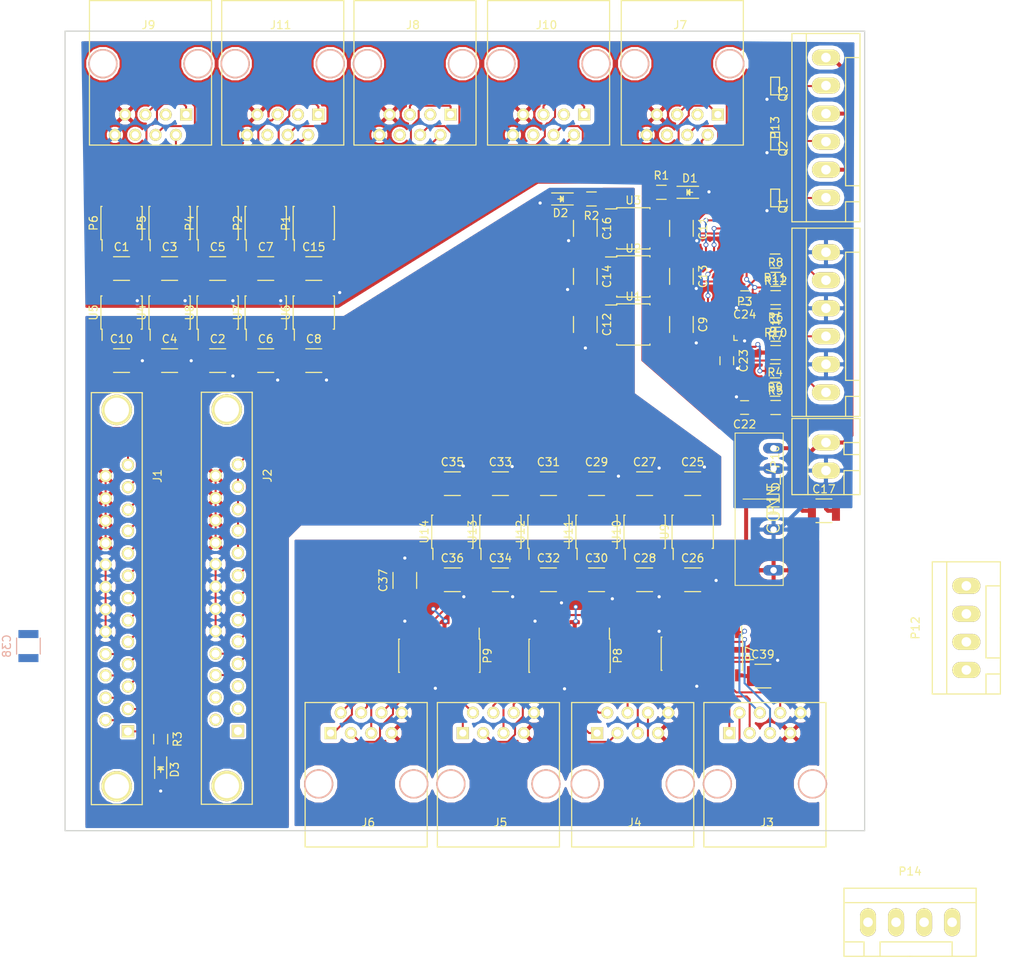
<source format=kicad_pcb>
(kicad_pcb (version 4) (host pcbnew "(2015-11-11 BZR 6310)-product")
  (layers (0 F.Cu signal) (31 B.Cu signal) (34 B.Paste user) (35 F.Paste user) (36 B.SilkS user) (37 F.SilkS user) (38 B.Mask user) (39 F.Mask user) (44 Edge.Cuts user))
  (net 0 "")
  (net 1 IO0)
  (net 2 IO2)
  (net 3 IO4)
  (net 4 IO6)
  (net 5 IO8)
  (net 6 IO9)
  (net 7 IO10)
  (net 8 IO11)
  (net 9 IO12)
  (net 10 IO13)
  (net 11 IO14)
  (net 12 IO15)
  (net 13 IO16)
  (net 14 IO1)
  (net 15 IO3)
  (net 16 IO5)
  (net 17 IO7)
  (net 18 GND)
  (net 19 +5V)
  (net 20 +5VA)
  (net 21 "Net-(D1-Pad1)")
  (net 22 "Net-(D2-Pad1)")
  (net 23 "Net-(D3-Pad1)")
  (net 24 IN0P)
  (net 25 IN1P)
  (net 26 IN2P)
  (net 27 0RX)
  (net 28 0TX)
  (net 29 0RX+)
  (net 30 0RX-)
  (net 31 1RX)
  (net 32 1TX)
  (net 33 1RX+)
  (net 34 1RX-)
  (net 35 IN0R)
  (net 36 IN1R)
  (net 37 IN2R)
  (net 38 "Net-(P3-Pad6)")
  (net 39 2RX)
  (net 40 2TX)
  (net 41 2RX+)
  (net 42 2RX-)
  (net 43 3RX)
  (net 44 3TX)
  (net 45 3RX+)
  (net 46 3RX-)
  (net 47 4RX)
  (net 48 4TX)
  (net 49 4RX+)
  (net 50 4RX-)
  (net 51 IN0)
  (net 52 IN1)
  (net 53 IN2)
  (net 54 OUT0)
  (net 55 OUT1)
  (net 56 OUT2)
  (net 57 ENC0AO)
  (net 58 ENC0ZO)
  (net 59 ENC1BO)
  (net 60 ENC2AO)
  (net 61 ENC2ZO)
  (net 62 ENC3AO)
  (net 63 ENC3BO)
  (net 64 ENC3ZO)
  (net 65 ENC0BO)
  (net 66 ENC1AO)
  (net 67 ENC1ZO)
  (net 68 ENC2BO)
  (net 69 ENC0A+)
  (net 70 ENC0A-)
  (net 71 ENC0B+)
  (net 72 ENC0Z-)
  (net 73 ENC0Z+)
  (net 74 ENC0B-)
  (net 75 ENC1A+)
  (net 76 ENC1A-)
  (net 77 ENC1B+)
  (net 78 ENC1Z-)
  (net 79 ENC1Z+)
  (net 80 ENC1B-)
  (net 81 ENC2A+)
  (net 82 ENC2A-)
  (net 83 ENC2B+)
  (net 84 ENC2Z-)
  (net 85 ENC2Z+)
  (net 86 ENC2B-)
  (net 87 ENC3A+)
  (net 88 ENC3A-)
  (net 89 ENC3B+)
  (net 90 ENC3Z-)
  (net 91 ENC3Z+)
  (net 92 ENC3B-)
  (net 93 ENC0A)
  (net 94 ENC0Z)
  (net 95 ENC1A)
  (net 96 EN-)
  (net 97 ENC0B)
  (net 98 ENC1B)
  (net 99 ENC2B)
  (net 100 ENC2A)
  (net 101 ENC1Z)
  (net 102 ENC2Z)
  (net 103 ENC3Z)
  (net 104 ENC3B)
  (net 105 ENC3A)
  (net 106 "Net-(J7-Pad3)")
  (net 107 0TX-)
  (net 108 0TX+)
  (net 109 "Net-(J7-Pad6)")
  (net 110 "Net-(J8-Pad3)")
  (net 111 2TX-)
  (net 112 2TX+)
  (net 113 "Net-(J8-Pad6)")
  (net 114 "Net-(J9-Pad3)")
  (net 115 4TX-)
  (net 116 4TX+)
  (net 117 "Net-(J9-Pad6)")
  (net 118 "Net-(J10-Pad3)")
  (net 119 1TX-)
  (net 120 1TX+)
  (net 121 "Net-(J10-Pad6)")
  (net 122 "Net-(J11-Pad3)")
  (net 123 3TX-)
  (net 124 3TX+)
  (net 125 "Net-(J11-Pad6)")
  (net 126 +24V)
  (net 127 OUT0FET)
  (net 128 OUT1FET)
  (net 129 OUT2FET)
  (net 130 "Net-(P12-Pad2)")
  (net 131 "Net-(P12-Pad1)")
  (net 132 "Net-(P12-Pad3)")
  (net 133 "Net-(P12-Pad4)")
  (net 134 "Net-(P14-Pad2)")
  (net 135 "Net-(P14-Pad1)")
  (net 136 "Net-(P14-Pad3)")
  (net 137 "Net-(P14-Pad4)")
  (net 138 "Net-(J2-Pad1)")
  (net 139 "Net-(J2-Pad2)")
  (net 140 "Net-(J2-Pad3)")
  (net 141 "Net-(J2-Pad14)")
  (net 142 "Net-(J2-Pad15)")
  (module Transistors_SMD:sc70 (layer F.Cu) (at 230.632 62.992 270)
    (fp_text reference Q1 (at 0.95 -1 270) (layer F.SilkS))
    (fp_text value FET_N)
    (pad G smd rect (at -0.6604 1.016 270) (size 0.4572 0.7112) (layers F.Cu F.Paste F.Mask) (net 54 OUT0))
    (pad S smd rect (at 0.6604 1.016 270) (size 0.4572 0.7112) (layers F.Cu F.Paste F.Mask) (net 96 EN-))
    (pad D smd rect (at 0 -1.016 270) (size 0.4572 0.7112) (layers F.Cu F.Paste F.Mask) (net 127 OUT0FET))
  )
  (module Transistors_SMD:sc70 (layer F.Cu) (at 230.632 49.022 270)
    (fp_text reference Q3 (at 0.95 -1 270) (layer F.SilkS))
    (fp_text value FET_N)
    (pad G smd rect (at -0.6604 1.016 270) (size 0.4572 0.7112) (layers F.Cu F.Paste F.Mask) (net 56 OUT2))
    (pad S smd rect (at 0.6604 1.016 270) (size 0.4572 0.7112) (layers F.Cu F.Paste F.Mask) (net 96 EN-))
    (pad D smd rect (at 0 -1.016 270) (size 0.4572 0.7112) (layers F.Cu F.Paste F.Mask) (net 129 OUT2FET))
  )
  (module Transistors_SMD:sc70 (layer F.Cu) (at 230.632 55.88 270)
    (fp_text reference Q2 (at 0.95 -1 270) (layer F.SilkS))
    (fp_text value FET_N)
    (pad G smd rect (at -0.6604 1.016 270) (size 0.4572 0.7112) (layers F.Cu F.Paste F.Mask) (net 55 OUT1))
    (pad S smd rect (at 0.6604 1.016 270) (size 0.4572 0.7112) (layers F.Cu F.Paste F.Mask) (net 96 EN-))
    (pad D smd rect (at 0 -1.016 270) (size 0.4572 0.7112) (layers F.Cu F.Paste F.Mask) (net 128 OUT1FET))
  )
  (module Connect:DB25FD (layer F.Cu) (at 148.446 112.948 270)
    (fp_text reference J1 (at -15.24 -5.08 450) (layer F.SilkS))
    (fp_text value DB25)
    (pad 0 thru_hole circle (at -23.495 0 270) (size 3.81 3.81) (drill 3.048) (layers *.Cu *.Mask F.SilkS))
    (pad 0 thru_hole circle (at 23.495 0 270) (size 3.81 3.81) (drill 3.048) (layers *.Cu *.Mask F.SilkS))
    (pad 1 thru_hole rect (at 16.637 -1.397 270) (size 1.524 1.524) (drill 1.016) (layers *.Cu *.Mask F.SilkS) (net 13 IO16))
    (pad 2 thru_hole circle (at 13.843 -1.397 270) (size 1.524 1.524) (drill 1.016) (layers *.Cu *.Mask F.SilkS) (net 8 IO11))
    (pad 3 thru_hole circle (at 11.049 -1.397 270) (size 1.524 1.524) (drill 1.016) (layers *.Cu *.Mask F.SilkS) (net 10 IO13))
    (pad 4 thru_hole circle (at 8.255 -1.397 270) (size 1.524 1.524) (drill 1.016) (layers *.Cu *.Mask F.SilkS) (net 12 IO15))
    (pad 5 thru_hole circle (at 5.461 -1.397 270) (size 1.524 1.524) (drill 1.016) (layers *.Cu *.Mask F.SilkS) (net 14 IO1))
    (pad 6 thru_hole circle (at 2.794 -1.397 270) (size 1.524 1.524) (drill 1.016) (layers *.Cu *.Mask F.SilkS) (net 2 IO2))
    (pad 7 thru_hole circle (at 0 -1.397 270) (size 1.524 1.524) (drill 1.016) (layers *.Cu *.Mask F.SilkS) (net 15 IO3))
    (pad 8 thru_hole circle (at -2.794 -1.397 270) (size 1.524 1.524) (drill 1.016) (layers *.Cu *.Mask F.SilkS) (net 3 IO4))
    (pad 9 thru_hole circle (at -5.588 -1.397 270) (size 1.524 1.524) (drill 1.016) (layers *.Cu *.Mask F.SilkS) (net 16 IO5))
    (pad 10 thru_hole circle (at -8.382 -1.397 270) (size 1.524 1.524) (drill 1.016) (layers *.Cu *.Mask F.SilkS) (net 4 IO6))
    (pad 11 thru_hole circle (at -11.049 -1.397 270) (size 1.524 1.524) (drill 1.016) (layers *.Cu *.Mask F.SilkS) (net 17 IO7))
    (pad 12 thru_hole circle (at -13.843 -1.397 270) (size 1.524 1.524) (drill 1.016) (layers *.Cu *.Mask F.SilkS) (net 5 IO8))
    (pad 13 thru_hole circle (at -16.637 -1.397 270) (size 1.524 1.524) (drill 1.016) (layers *.Cu *.Mask F.SilkS) (net 6 IO9))
    (pad 14 thru_hole circle (at 15.24 1.397 270) (size 1.524 1.524) (drill 1.016) (layers *.Cu *.Mask F.SilkS) (net 7 IO10))
    (pad 15 thru_hole circle (at 12.446 1.397 270) (size 1.524 1.524) (drill 1.016) (layers *.Cu *.Mask F.SilkS) (net 9 IO12))
    (pad 16 thru_hole circle (at 9.652 1.397 270) (size 1.524 1.524) (drill 1.016) (layers *.Cu *.Mask F.SilkS) (net 11 IO14))
    (pad 17 thru_hole circle (at 6.985 1.397 270) (size 1.524 1.524) (drill 1.016) (layers *.Cu *.Mask F.SilkS) (net 1 IO0))
    (pad 18 thru_hole circle (at 4.191 1.397 270) (size 1.524 1.524) (drill 1.016) (layers *.Cu *.Mask F.SilkS) (net 18 GND))
    (pad 19 thru_hole circle (at 1.397 1.397 270) (size 1.524 1.524) (drill 1.016) (layers *.Cu *.Mask F.SilkS) (net 18 GND))
    (pad 20 thru_hole circle (at -1.397 1.397 270) (size 1.524 1.524) (drill 1.016) (layers *.Cu *.Mask F.SilkS) (net 18 GND))
    (pad 21 thru_hole circle (at -4.191 1.397 270) (size 1.524 1.524) (drill 1.016) (layers *.Cu *.Mask F.SilkS) (net 18 GND))
    (pad 22 thru_hole circle (at -6.858 1.397 270) (size 1.524 1.524) (drill 1.016) (layers *.Cu *.Mask F.SilkS) (net 19 +5V))
    (pad 23 thru_hole circle (at -9.652 1.397 270) (size 1.524 1.524) (drill 1.016) (layers *.Cu *.Mask F.SilkS) (net 19 +5V))
    (pad 24 thru_hole circle (at -12.446 1.397 270) (size 1.524 1.524) (drill 1.016) (layers *.Cu *.Mask F.SilkS) (net 19 +5V))
    (pad 25 thru_hole circle (at -15.24 1.397 270) (size 1.524 1.524) (drill 1.016) (layers *.Cu *.Mask F.SilkS) (net 19 +5V))
  )
  (module Capacitors_SMD:C_1210 (layer F.Cu) (at 149.04 71.806)
    (fp_text reference C1 (at 0 -2.7) (layer F.SilkS))
    (fp_text value C)
    (pad 1 smd rect (at -1.5 0) (size 1 2.5) (layers F.Cu F.Paste F.Mask) (net 20 +5VA))
    (pad 2 smd rect (at 1.5 0) (size 1 2.5) (layers F.Cu F.Paste F.Mask) (net 96 EN-))
  )
  (module Capacitors_SMD:C_1210 (layer F.Cu) (at 161.04 83.298)
    (fp_text reference C2 (at 0 -2.7) (layer F.SilkS))
    (fp_text value C)
    (pad 1 smd rect (at -1.5 0) (size 1 2.5) (layers F.Cu F.Paste F.Mask) (net 19 +5V))
    (pad 2 smd rect (at 1.5 0) (size 1 2.5) (layers F.Cu F.Paste F.Mask) (net 18 GND))
  )
  (module Capacitors_SMD:C_1210 (layer F.Cu) (at 155.04 71.805999)
    (fp_text reference C3 (at 0 -2.7) (layer F.SilkS))
    (fp_text value C)
    (pad 1 smd rect (at -1.5 0) (size 1 2.5) (layers F.Cu F.Paste F.Mask) (net 20 +5VA))
    (pad 2 smd rect (at 1.5 0) (size 1 2.5) (layers F.Cu F.Paste F.Mask) (net 96 EN-))
  )
  (module Capacitors_SMD:C_1210 (layer F.Cu) (at 155.039999 83.298001)
    (fp_text reference C4 (at 0 -2.7) (layer F.SilkS))
    (fp_text value C)
    (pad 1 smd rect (at -1.5 0) (size 1 2.5) (layers F.Cu F.Paste F.Mask) (net 19 +5V))
    (pad 2 smd rect (at 1.5 0) (size 1 2.5) (layers F.Cu F.Paste F.Mask) (net 18 GND))
  )
  (module Capacitors_SMD:C_1210 (layer F.Cu) (at 161.04 71.806)
    (fp_text reference C5 (at 0 -2.7) (layer F.SilkS))
    (fp_text value C)
    (pad 1 smd rect (at -1.5 0) (size 1 2.5) (layers F.Cu F.Paste F.Mask) (net 20 +5VA))
    (pad 2 smd rect (at 1.5 0) (size 1 2.5) (layers F.Cu F.Paste F.Mask) (net 96 EN-))
  )
  (module Capacitors_SMD:C_1210 (layer F.Cu) (at 167.04 83.298)
    (fp_text reference C6 (at 0 -2.7) (layer F.SilkS))
    (fp_text value C)
    (pad 1 smd rect (at -1.5 0) (size 1 2.5) (layers F.Cu F.Paste F.Mask) (net 19 +5V))
    (pad 2 smd rect (at 1.5 0) (size 1 2.5) (layers F.Cu F.Paste F.Mask) (net 18 GND))
  )
  (module Capacitors_SMD:C_1210 (layer F.Cu) (at 167.04 71.806)
    (fp_text reference C7 (at 0 -2.7) (layer F.SilkS))
    (fp_text value C)
    (pad 1 smd rect (at -1.5 0) (size 1 2.5) (layers F.Cu F.Paste F.Mask) (net 20 +5VA))
    (pad 2 smd rect (at 1.5 0) (size 1 2.5) (layers F.Cu F.Paste F.Mask) (net 96 EN-))
  )
  (module Capacitors_SMD:C_1210 (layer F.Cu) (at 173.040001 83.298)
    (fp_text reference C8 (at 0 -2.7) (layer F.SilkS))
    (fp_text value C)
    (pad 1 smd rect (at -1.5 0) (size 1 2.5) (layers F.Cu F.Paste F.Mask) (net 19 +5V))
    (pad 2 smd rect (at 1.5 0) (size 1 2.5) (layers F.Cu F.Paste F.Mask) (net 18 GND))
  )
  (module Capacitors_SMD:C_1210 (layer F.Cu) (at 218.935877 78.787513 270)
    (fp_text reference C9 (at 0 -2.7 270) (layer F.SilkS))
    (fp_text value C)
    (pad 1 smd rect (at -1.5 0 270) (size 1 2.5) (layers F.Cu F.Paste F.Mask) (net 20 +5VA))
    (pad 2 smd rect (at 1.5 0 270) (size 1 2.5) (layers F.Cu F.Paste F.Mask) (net 96 EN-))
  )
  (module Capacitors_SMD:C_1210 (layer F.Cu) (at 149.04 83.298)
    (fp_text reference C10 (at 0 -2.7) (layer F.SilkS))
    (fp_text value C)
    (pad 1 smd rect (at -1.5 0) (size 1 2.5) (layers F.Cu F.Paste F.Mask) (net 19 +5V))
    (pad 2 smd rect (at 1.5 0) (size 1 2.5) (layers F.Cu F.Paste F.Mask) (net 18 GND))
  )
  (module Capacitors_SMD:C_1210 (layer F.Cu) (at 218.935877 66.787513 270)
    (fp_text reference C11 (at 0 -2.7 270) (layer F.SilkS))
    (fp_text value C)
    (pad 1 smd rect (at -1.5 0 270) (size 1 2.5) (layers F.Cu F.Paste F.Mask) (net 20 +5VA))
    (pad 2 smd rect (at 1.5 0 270) (size 1 2.5) (layers F.Cu F.Paste F.Mask) (net 96 EN-))
  )
  (module Capacitors_SMD:C_1210 (layer F.Cu) (at 206.935877 78.787513 270)
    (fp_text reference C12 (at 0 -2.7 270) (layer F.SilkS))
    (fp_text value C)
    (pad 1 smd rect (at -1.5 0 270) (size 1 2.5) (layers F.Cu F.Paste F.Mask) (net 19 +5V))
    (pad 2 smd rect (at 1.5 0 270) (size 1 2.5) (layers F.Cu F.Paste F.Mask) (net 18 GND))
  )
  (module Capacitors_SMD:C_1210 (layer F.Cu) (at 218.935877 72.787514 270)
    (fp_text reference C13 (at 0 -2.7 270) (layer F.SilkS))
    (fp_text value C)
    (pad 1 smd rect (at -1.5 0 270) (size 1 2.5) (layers F.Cu F.Paste F.Mask) (net 20 +5VA))
    (pad 2 smd rect (at 1.5 0 270) (size 1 2.5) (layers F.Cu F.Paste F.Mask) (net 96 EN-))
  )
  (module Capacitors_SMD:C_1210 (layer F.Cu) (at 206.935876 72.787514 270)
    (fp_text reference C14 (at 0 -2.7 270) (layer F.SilkS))
    (fp_text value C)
    (pad 1 smd rect (at -1.5 0 270) (size 1 2.5) (layers F.Cu F.Paste F.Mask) (net 19 +5V))
    (pad 2 smd rect (at 1.5 0 270) (size 1 2.5) (layers F.Cu F.Paste F.Mask) (net 18 GND))
  )
  (module Capacitors_SMD:C_1210 (layer F.Cu) (at 173.04 71.805999)
    (fp_text reference C15 (at 0 -2.7) (layer F.SilkS))
    (fp_text value C)
    (pad 1 smd rect (at -1.5 0) (size 1 2.5) (layers F.Cu F.Paste F.Mask) (net 20 +5VA))
    (pad 2 smd rect (at 1.5 0) (size 1 2.5) (layers F.Cu F.Paste F.Mask) (net 96 EN-))
  )
  (module Capacitors_SMD:C_1210 (layer F.Cu) (at 206.935877 66.787513 270)
    (fp_text reference C16 (at 0 -2.7 270) (layer F.SilkS))
    (fp_text value C)
    (pad 1 smd rect (at -1.5 0 270) (size 1 2.5) (layers F.Cu F.Paste F.Mask) (net 19 +5V))
    (pad 2 smd rect (at 1.5 0 270) (size 1 2.5) (layers F.Cu F.Paste F.Mask) (net 18 GND))
  )
  (module Connect:DB25FD (layer F.Cu) (at 162.179 112.903 270)
    (fp_text reference J2 (at -15.24 -5.08 450) (layer F.SilkS))
    (fp_text value DB25)
    (pad 0 thru_hole circle (at -23.495 0 270) (size 3.81 3.81) (drill 3.048) (layers *.Cu *.Mask F.SilkS))
    (pad 0 thru_hole circle (at 23.495 0 270) (size 3.81 3.81) (drill 3.048) (layers *.Cu *.Mask F.SilkS))
    (pad 1 thru_hole rect (at 16.637 -1.397 270) (size 1.524 1.524) (drill 1.016) (layers *.Cu *.Mask F.SilkS) (net 138 "Net-(J2-Pad1)"))
    (pad 2 thru_hole circle (at 13.843 -1.397 270) (size 1.524 1.524) (drill 1.016) (layers *.Cu *.Mask F.SilkS) (net 139 "Net-(J2-Pad2)"))
    (pad 3 thru_hole circle (at 11.049 -1.397 270) (size 1.524 1.524) (drill 1.016) (layers *.Cu *.Mask F.SilkS) (net 140 "Net-(J2-Pad3)"))
    (pad 4 thru_hole circle (at 8.255 -1.397 270) (size 1.524 1.524) (drill 1.016) (layers *.Cu *.Mask F.SilkS) (net 64 ENC3ZO))
    (pad 5 thru_hole circle (at 5.461 -1.397 270) (size 1.524 1.524) (drill 1.016) (layers *.Cu *.Mask F.SilkS) (net 60 ENC2AO))
    (pad 6 thru_hole circle (at 2.794 -1.397 270) (size 1.524 1.524) (drill 1.016) (layers *.Cu *.Mask F.SilkS) (net 61 ENC2ZO))
    (pad 7 thru_hole circle (at 0 -1.397 270) (size 1.524 1.524) (drill 1.016) (layers *.Cu *.Mask F.SilkS) (net 68 ENC2BO))
    (pad 8 thru_hole circle (at -2.794 -1.397 270) (size 1.524 1.524) (drill 1.016) (layers *.Cu *.Mask F.SilkS) (net 59 ENC1BO))
    (pad 9 thru_hole circle (at -5.588 -1.397 270) (size 1.524 1.524) (drill 1.016) (layers *.Cu *.Mask F.SilkS) (net 66 ENC1AO))
    (pad 10 thru_hole circle (at -8.382 -1.397 270) (size 1.524 1.524) (drill 1.016) (layers *.Cu *.Mask F.SilkS) (net 67 ENC1ZO))
    (pad 11 thru_hole circle (at -11.049 -1.397 270) (size 1.524 1.524) (drill 1.016) (layers *.Cu *.Mask F.SilkS) (net 58 ENC0ZO))
    (pad 12 thru_hole circle (at -13.843 -1.397 270) (size 1.524 1.524) (drill 1.016) (layers *.Cu *.Mask F.SilkS) (net 57 ENC0AO))
    (pad 13 thru_hole circle (at -16.637 -1.397 270) (size 1.524 1.524) (drill 1.016) (layers *.Cu *.Mask F.SilkS) (net 65 ENC0BO))
    (pad 14 thru_hole circle (at 15.24 1.397 270) (size 1.524 1.524) (drill 1.016) (layers *.Cu *.Mask F.SilkS) (net 141 "Net-(J2-Pad14)"))
    (pad 15 thru_hole circle (at 12.446 1.397 270) (size 1.524 1.524) (drill 1.016) (layers *.Cu *.Mask F.SilkS) (net 142 "Net-(J2-Pad15)"))
    (pad 16 thru_hole circle (at 9.652 1.397 270) (size 1.524 1.524) (drill 1.016) (layers *.Cu *.Mask F.SilkS) (net 62 ENC3AO))
    (pad 17 thru_hole circle (at 6.985 1.397 270) (size 1.524 1.524) (drill 1.016) (layers *.Cu *.Mask F.SilkS) (net 63 ENC3BO))
    (pad 18 thru_hole circle (at 4.191 1.397 270) (size 1.524 1.524) (drill 1.016) (layers *.Cu *.Mask F.SilkS) (net 18 GND))
    (pad 19 thru_hole circle (at 1.397 1.397 270) (size 1.524 1.524) (drill 1.016) (layers *.Cu *.Mask F.SilkS) (net 18 GND))
    (pad 20 thru_hole circle (at -1.397 1.397 270) (size 1.524 1.524) (drill 1.016) (layers *.Cu *.Mask F.SilkS) (net 18 GND))
    (pad 21 thru_hole circle (at -4.191 1.397 270) (size 1.524 1.524) (drill 1.016) (layers *.Cu *.Mask F.SilkS) (net 18 GND))
    (pad 22 thru_hole circle (at -6.858 1.397 270) (size 1.524 1.524) (drill 1.016) (layers *.Cu *.Mask F.SilkS) (net 19 +5V))
    (pad 23 thru_hole circle (at -9.652 1.397 270) (size 1.524 1.524) (drill 1.016) (layers *.Cu *.Mask F.SilkS) (net 19 +5V))
    (pad 24 thru_hole circle (at -12.446 1.397 270) (size 1.524 1.524) (drill 1.016) (layers *.Cu *.Mask F.SilkS) (net 19 +5V))
    (pad 25 thru_hole circle (at -15.24 1.397 270) (size 1.524 1.524) (drill 1.016) (layers *.Cu *.Mask F.SilkS) (net 19 +5V))
  )
  (module LEDs:LED-0805 (layer F.Cu) (at 203.835 63.119 180)
    (fp_text reference D2 (at 0 -1.75 180) (layer F.SilkS))
    (fp_text value LED)
    (pad 2 smd rect (at 1.04902 0) (size 1.19888 1.19888) (layers F.Cu F.Paste F.Mask) (net 18 GND))
    (pad 1 smd rect (at -1.04902 0) (size 1.19888 1.19888) (layers F.Cu F.Paste F.Mask) (net 22 "Net-(D2-Pad1)"))
  )
  (module LEDs:LED-0805 (layer F.Cu) (at 153.924 134.366 270)
    (fp_text reference D3 (at 0 -1.75 270) (layer F.SilkS))
    (fp_text value LED)
    (pad 2 smd rect (at 1.04902 0 90) (size 1.19888 1.19888) (layers F.Cu F.Paste F.Mask) (net 18 GND))
    (pad 1 smd rect (at -1.04902 0 90) (size 1.19888 1.19888) (layers F.Cu F.Paste F.Mask) (net 23 "Net-(D3-Pad1)"))
  )
  (module Resistors_SMD:R_0805 (layer F.Cu) (at 216.435876 62.287512)
    (fp_text reference R1 (at 0 -2.1) (layer F.SilkS))
    (fp_text value R)
    (pad 1 smd rect (at -0.95 0) (size 0.7 1.3) (layers F.Cu F.Paste F.Mask) (net 20 +5VA))
    (pad 2 smd rect (at 0.95 0) (size 0.7 1.3) (layers F.Cu F.Paste F.Mask) (net 21 "Net-(D1-Pad1)"))
  )
  (module Resistors_SMD:R_0805 (layer F.Cu) (at 207.706 63.119 180)
    (fp_text reference R2 (at 0 -2.1 180) (layer F.SilkS))
    (fp_text value R)
    (pad 1 smd rect (at -0.95 0 180) (size 0.7 1.3) (layers F.Cu F.Paste F.Mask) (net 19 +5V))
    (pad 2 smd rect (at 0.95 0 180) (size 0.7 1.3) (layers F.Cu F.Paste F.Mask) (net 22 "Net-(D2-Pad1)"))
  )
  (module Resistors_SMD:R_0805 (layer F.Cu) (at 153.924 130.556 270)
    (fp_text reference R3 (at 0 -2.1 270) (layer F.SilkS))
    (fp_text value R)
    (pad 1 smd rect (at -0.95 0 270) (size 0.7 1.3) (layers F.Cu F.Paste F.Mask) (net 13 IO16))
    (pad 2 smd rect (at 0.95 0 270) (size 0.7 1.3) (layers F.Cu F.Paste F.Mask) (net 23 "Net-(D3-Pad1)"))
  )
  (module Housings_SOT-23_SOT-143_TSOT-6:SC-70-6 (layer F.Cu) (at 226.822 78.994)
    (fp_text reference P3 (at 0.01016 -3.05054) (layer F.SilkS))
    (fp_text value DIL6)
    (pad 1 smd rect (at -0.65024 0.94996) (size 0.39878 0.7493) (layers F.Cu F.Paste F.Mask) (net 35 IN0R))
    (pad 2 smd rect (at 0 0.94996) (size 0.39878 0.7493) (layers F.Cu F.Paste F.Mask) (net 96 EN-))
    (pad 3 smd rect (at 0.65024 0.94996) (size 0.39878 0.7493) (layers F.Cu F.Paste F.Mask) (net 36 IN1R))
    (pad 4 smd rect (at 0.65024 -0.94996) (size 0.39878 0.7493) (layers F.Cu F.Paste F.Mask) (net 37 IN2R))
    (pad 5 smd rect (at 0 -0.94996) (size 0.39878 0.7493) (layers F.Cu F.Paste F.Mask) (net 20 +5VA))
    (pad 6 smd rect (at -0.65024 -0.94996) (size 0.39878 0.7493) (layers F.Cu F.Paste F.Mask) (net 38 "Net-(P3-Pad6)"))
  )
  (module Resistors_SMD:R_0805 (layer F.Cu) (at 230.632 86.868)
    (fp_text reference R4 (at 0 -2.1) (layer F.SilkS))
    (fp_text value R)
    (pad 1 smd rect (at -0.95 0) (size 0.7 1.3) (layers F.Cu F.Paste F.Mask) (net 35 IN0R))
    (pad 2 smd rect (at 0.95 0) (size 0.7 1.3) (layers F.Cu F.Paste F.Mask) (net 24 IN0P))
  )
  (module Resistors_SMD:R_0805 (layer F.Cu) (at 230.698 89.154)
    (fp_text reference R5 (at 0 -2.1) (layer F.SilkS))
    (fp_text value R)
    (pad 1 smd rect (at -0.95 0) (size 0.7 1.3) (layers F.Cu F.Paste F.Mask) (net 20 +5VA))
    (pad 2 smd rect (at 0.95 0) (size 0.7 1.3) (layers F.Cu F.Paste F.Mask) (net 24 IN0P))
  )
  (module Resistors_SMD:R_0805 (layer F.Cu) (at 230.698 80.01)
    (fp_text reference R6 (at 0 -2.1) (layer F.SilkS))
    (fp_text value R)
    (pad 1 smd rect (at -0.95 0) (size 0.7 1.3) (layers F.Cu F.Paste F.Mask) (net 36 IN1R))
    (pad 2 smd rect (at 0.95 0) (size 0.7 1.3) (layers F.Cu F.Paste F.Mask) (net 25 IN1P))
  )
  (module Resistors_SMD:R_0805 (layer F.Cu) (at 230.698 82.296)
    (fp_text reference R7 (at 0 -2.1) (layer F.SilkS))
    (fp_text value R)
    (pad 1 smd rect (at -0.95 0) (size 0.7 1.3) (layers F.Cu F.Paste F.Mask) (net 20 +5VA))
    (pad 2 smd rect (at 0.95 0) (size 0.7 1.3) (layers F.Cu F.Paste F.Mask) (net 25 IN1P))
  )
  (module Resistors_SMD:R_0805 (layer F.Cu) (at 230.698 73.152)
    (fp_text reference R8 (at 0 -2.1) (layer F.SilkS))
    (fp_text value R)
    (pad 1 smd rect (at -0.95 0) (size 0.7 1.3) (layers F.Cu F.Paste F.Mask) (net 37 IN2R))
    (pad 2 smd rect (at 0.95 0) (size 0.7 1.3) (layers F.Cu F.Paste F.Mask) (net 26 IN2P))
  )
  (module Resistors_SMD:R_0805 (layer F.Cu) (at 230.632 84.582 180)
    (fp_text reference R9 (at 0 -2.1 180) (layer F.SilkS))
    (fp_text value R)
    (pad 1 smd rect (at -0.95 0 180) (size 0.7 1.3) (layers F.Cu F.Paste F.Mask) (net 51 IN0))
    (pad 2 smd rect (at 0.95 0 180) (size 0.7 1.3) (layers F.Cu F.Paste F.Mask) (net 35 IN0R))
  )
  (module Resistors_SMD:R_0805 (layer F.Cu) (at 230.698 77.724 180)
    (fp_text reference R10 (at 0 -2.1 180) (layer F.SilkS))
    (fp_text value R)
    (pad 1 smd rect (at -0.95 0 180) (size 0.7 1.3) (layers F.Cu F.Paste F.Mask) (net 52 IN1))
    (pad 2 smd rect (at 0.95 0 180) (size 0.7 1.3) (layers F.Cu F.Paste F.Mask) (net 36 IN1R))
  )
  (module Resistors_SMD:R_0805 (layer F.Cu) (at 230.632 70.866 180)
    (fp_text reference R11 (at 0 -2.1 180) (layer F.SilkS))
    (fp_text value R)
    (pad 1 smd rect (at -0.95 0 180) (size 0.7 1.3) (layers F.Cu F.Paste F.Mask) (net 53 IN2))
    (pad 2 smd rect (at 0.95 0 180) (size 0.7 1.3) (layers F.Cu F.Paste F.Mask) (net 37 IN2R))
  )
  (module Resistors_SMD:R_0805 (layer F.Cu) (at 230.698001 75.438)
    (fp_text reference R12 (at 0 -2.1) (layer F.SilkS))
    (fp_text value R)
    (pad 1 smd rect (at -0.95 0) (size 0.7 1.3) (layers F.Cu F.Paste F.Mask) (net 20 +5VA))
    (pad 2 smd rect (at 0.95 0) (size 0.7 1.3) (layers F.Cu F.Paste F.Mask) (net 26 IN2P))
  )
  (module Capacitors_SMD:C_0805 (layer F.Cu) (at 226.822 89.154 180)
    (fp_text reference C22 (at 0 -2.1 180) (layer F.SilkS))
    (fp_text value C)
    (pad 1 smd rect (at -1 0 180) (size 1 1.25) (layers F.Cu F.Paste F.Mask) (net 24 IN0P))
    (pad 2 smd rect (at 1 0 180) (size 1 1.25) (layers F.Cu F.Paste F.Mask) (net 96 EN-))
  )
  (module Capacitors_SMD:C_0805 (layer F.Cu) (at 224.5995 83.312 270)
    (fp_text reference C23 (at 0 -2.1 270) (layer F.SilkS))
    (fp_text value C)
    (pad 1 smd rect (at -1 0 270) (size 1 1.25) (layers F.Cu F.Paste F.Mask) (net 25 IN1P))
    (pad 2 smd rect (at 1 0 270) (size 1 1.25) (layers F.Cu F.Paste F.Mask) (net 96 EN-))
  )
  (module Capacitors_SMD:C_0805 (layer F.Cu) (at 226.838 75.438 180)
    (fp_text reference C24 (at 0 -2.1 180) (layer F.SilkS))
    (fp_text value C)
    (pad 1 smd rect (at -1 0 180) (size 1 1.25) (layers F.Cu F.Paste F.Mask) (net 26 IN2P))
    (pad 2 smd rect (at 1 0 180) (size 1 1.25) (layers F.Cu F.Paste F.Mask) (net 96 EN-))
  )
  (module Capacitors_SMD:C_1210 (layer F.Cu) (at 220.34 98.662)
    (fp_text reference C25 (at 0 -2.7) (layer F.SilkS))
    (fp_text value C)
    (pad 1 smd rect (at -1.5 0) (size 1 2.5) (layers F.Cu F.Paste F.Mask) (net 19 +5V))
    (pad 2 smd rect (at 1.5 0) (size 1 2.5) (layers F.Cu F.Paste F.Mask) (net 18 GND))
  )
  (module Capacitors_SMD:C_1210 (layer F.Cu) (at 220.34 110.662)
    (fp_text reference C26 (at 0 -2.7) (layer F.SilkS))
    (fp_text value C)
    (pad 1 smd rect (at -1.5 0) (size 1 2.5) (layers F.Cu F.Paste F.Mask) (net 20 +5VA))
    (pad 2 smd rect (at 1.5 0) (size 1 2.5) (layers F.Cu F.Paste F.Mask) (net 96 EN-))
  )
  (module Capacitors_SMD:C_1210 (layer F.Cu) (at 214.34 98.662)
    (fp_text reference C27 (at 0 -2.7) (layer F.SilkS))
    (fp_text value C)
    (pad 1 smd rect (at -1.5 0) (size 1 2.5) (layers F.Cu F.Paste F.Mask) (net 19 +5V))
    (pad 2 smd rect (at 1.5 0) (size 1 2.5) (layers F.Cu F.Paste F.Mask) (net 18 GND))
  )
  (module Capacitors_SMD:C_1210 (layer F.Cu) (at 214.34 110.662)
    (fp_text reference C28 (at 0 -2.7) (layer F.SilkS))
    (fp_text value C)
    (pad 1 smd rect (at -1.5 0) (size 1 2.5) (layers F.Cu F.Paste F.Mask) (net 20 +5VA))
    (pad 2 smd rect (at 1.5 0) (size 1 2.5) (layers F.Cu F.Paste F.Mask) (net 96 EN-))
  )
  (module Capacitors_SMD:C_1210 (layer F.Cu) (at 208.34 98.662)
    (fp_text reference C29 (at 0 -2.7) (layer F.SilkS))
    (fp_text value C)
    (pad 1 smd rect (at -1.5 0) (size 1 2.5) (layers F.Cu F.Paste F.Mask) (net 19 +5V))
    (pad 2 smd rect (at 1.5 0) (size 1 2.5) (layers F.Cu F.Paste F.Mask) (net 18 GND))
  )
  (module Capacitors_SMD:C_1210 (layer F.Cu) (at 208.340001 110.662)
    (fp_text reference C30 (at 0 -2.7) (layer F.SilkS))
    (fp_text value C)
    (pad 1 smd rect (at -1.5 0) (size 1 2.5) (layers F.Cu F.Paste F.Mask) (net 20 +5VA))
    (pad 2 smd rect (at 1.5 0) (size 1 2.5) (layers F.Cu F.Paste F.Mask) (net 96 EN-))
  )
  (module Capacitors_SMD:C_1210 (layer F.Cu) (at 202.34 98.662)
    (fp_text reference C31 (at 0 -2.7) (layer F.SilkS))
    (fp_text value C)
    (pad 1 smd rect (at -1.5 0) (size 1 2.5) (layers F.Cu F.Paste F.Mask) (net 19 +5V))
    (pad 2 smd rect (at 1.5 0) (size 1 2.5) (layers F.Cu F.Paste F.Mask) (net 18 GND))
  )
  (module Capacitors_SMD:C_1210 (layer F.Cu) (at 202.34 110.662)
    (fp_text reference C32 (at 0 -2.7) (layer F.SilkS))
    (fp_text value C)
    (pad 1 smd rect (at -1.5 0) (size 1 2.5) (layers F.Cu F.Paste F.Mask) (net 20 +5VA))
    (pad 2 smd rect (at 1.5 0) (size 1 2.5) (layers F.Cu F.Paste F.Mask) (net 96 EN-))
  )
  (module Capacitors_SMD:C_1210 (layer F.Cu) (at 196.34 98.662)
    (fp_text reference C33 (at 0 -2.7) (layer F.SilkS))
    (fp_text value C)
    (pad 1 smd rect (at -1.5 0) (size 1 2.5) (layers F.Cu F.Paste F.Mask) (net 19 +5V))
    (pad 2 smd rect (at 1.5 0) (size 1 2.5) (layers F.Cu F.Paste F.Mask) (net 18 GND))
  )
  (module Capacitors_SMD:C_1210 (layer F.Cu) (at 196.34 110.662)
    (fp_text reference C34 (at 0 -2.7) (layer F.SilkS))
    (fp_text value C)
    (pad 1 smd rect (at -1.5 0) (size 1 2.5) (layers F.Cu F.Paste F.Mask) (net 20 +5VA))
    (pad 2 smd rect (at 1.5 0) (size 1 2.5) (layers F.Cu F.Paste F.Mask) (net 96 EN-))
  )
  (module Capacitors_SMD:C_1210 (layer F.Cu) (at 190.34 98.662)
    (fp_text reference C35 (at 0 -2.7) (layer F.SilkS))
    (fp_text value C)
    (pad 1 smd rect (at -1.5 0) (size 1 2.5) (layers F.Cu F.Paste F.Mask) (net 19 +5V))
    (pad 2 smd rect (at 1.5 0) (size 1 2.5) (layers F.Cu F.Paste F.Mask) (net 18 GND))
  )
  (module Capacitors_SMD:C_1210 (layer F.Cu) (at 190.34 110.662001)
    (fp_text reference C36 (at 0 -2.7) (layer F.SilkS))
    (fp_text value C)
    (pad 1 smd rect (at -1.5 0) (size 1 2.5) (layers F.Cu F.Paste F.Mask) (net 20 +5VA))
    (pad 2 smd rect (at 1.5 0) (size 1 2.5) (layers F.Cu F.Paste F.Mask) (net 96 EN-))
  )
  (module Capacitors_SMD:C_1210 (layer F.Cu) (at 184.404 110.744 90)
    (fp_text reference C37 (at 0 -2.7 90) (layer F.SilkS))
    (fp_text value C)
    (pad 1 smd rect (at -1.5 0 90) (size 1 2.5) (layers F.Cu F.Paste F.Mask) (net 20 +5VA))
    (pad 2 smd rect (at 1.5 0 90) (size 1 2.5) (layers F.Cu F.Paste F.Mask) (net 96 EN-))
  )
  (module Capacitors_SMD:C_1210 (layer B.Cu) (at 137.414 118.9355 270)
    (fp_text reference C38 (at 0 2.7 270) (layer B.SilkS) (effects (justify mirror)))
    (fp_text value C)
    (pad 1 smd rect (at -1.5 0 270) (size 1 2.5) (layers B.Cu B.Paste B.Mask) (net 20 +5VA))
    (pad 2 smd rect (at 1.5 0 270) (size 1 2.5) (layers B.Cu B.Paste B.Mask) (net 96 EN-))
  )
  (module Capacitors_SMD:C_1210 (layer F.Cu) (at 229.108 122.682)
    (fp_text reference C39 (at 0 -2.7) (layer F.SilkS))
    (fp_text value C)
    (pad 1 smd rect (at -1.5 0) (size 1 2.5) (layers F.Cu F.Paste F.Mask) (net 20 +5VA))
    (pad 2 smd rect (at 1.5 0) (size 1 2.5) (layers F.Cu F.Paste F.Mask) (net 96 EN-))
  )
  (module Connect:RJ45_8 (layer F.Cu) (at 229.362 136.144)
    (fp_text reference J3 (at 0.254 4.826) (layer F.SilkS))
    (fp_text value RJ45)
    (pad Hole np_thru_hole circle (at 5.93852 0) (size 3.64998 3.64998) (drill 3.2512) (layers *.Cu *.SilkS *.Mask))
    (pad Hole np_thru_hole circle (at -5.9309 0) (size 3.64998 3.64998) (drill 3.2512) (layers *.Cu *.SilkS *.Mask))
    (pad 1 thru_hole rect (at -4.445 -6.35) (size 1.50114 1.50114) (drill 0.89916) (layers *.Cu *.Mask F.SilkS) (net 69 ENC0A+))
    (pad 2 thru_hole circle (at -3.175 -8.89) (size 1.50114 1.50114) (drill 0.89916) (layers *.Cu *.Mask F.SilkS) (net 70 ENC0A-))
    (pad 3 thru_hole circle (at -1.905 -6.35) (size 1.50114 1.50114) (drill 0.89916) (layers *.Cu *.Mask F.SilkS) (net 71 ENC0B+))
    (pad 4 thru_hole circle (at -0.635 -8.89) (size 1.50114 1.50114) (drill 0.89916) (layers *.Cu *.Mask F.SilkS) (net 72 ENC0Z-))
    (pad 5 thru_hole circle (at 0.635 -6.35) (size 1.50114 1.50114) (drill 0.89916) (layers *.Cu *.Mask F.SilkS) (net 73 ENC0Z+))
    (pad 6 thru_hole circle (at 1.905 -8.89) (size 1.50114 1.50114) (drill 0.89916) (layers *.Cu *.Mask F.SilkS) (net 74 ENC0B-))
    (pad 7 thru_hole circle (at 3.175 -6.35) (size 1.50114 1.50114) (drill 0.89916) (layers *.Cu *.Mask F.SilkS) (net 20 +5VA))
    (pad 8 thru_hole circle (at 4.445 -8.89) (size 1.50114 1.50114) (drill 0.89916) (layers *.Cu *.Mask F.SilkS) (net 96 EN-))
  )
  (module Connect:RJ45_8 (layer F.Cu) (at 212.851999 136.144)
    (fp_text reference J4 (at 0.254 4.826) (layer F.SilkS))
    (fp_text value RJ45)
    (pad Hole np_thru_hole circle (at 5.93852 0) (size 3.64998 3.64998) (drill 3.2512) (layers *.Cu *.SilkS *.Mask))
    (pad Hole np_thru_hole circle (at -5.9309 0) (size 3.64998 3.64998) (drill 3.2512) (layers *.Cu *.SilkS *.Mask))
    (pad 1 thru_hole rect (at -4.445 -6.35) (size 1.50114 1.50114) (drill 0.89916) (layers *.Cu *.Mask F.SilkS) (net 75 ENC1A+))
    (pad 2 thru_hole circle (at -3.175 -8.89) (size 1.50114 1.50114) (drill 0.89916) (layers *.Cu *.Mask F.SilkS) (net 76 ENC1A-))
    (pad 3 thru_hole circle (at -1.905 -6.35) (size 1.50114 1.50114) (drill 0.89916) (layers *.Cu *.Mask F.SilkS) (net 77 ENC1B+))
    (pad 4 thru_hole circle (at -0.635 -8.89) (size 1.50114 1.50114) (drill 0.89916) (layers *.Cu *.Mask F.SilkS) (net 78 ENC1Z-))
    (pad 5 thru_hole circle (at 0.635 -6.35) (size 1.50114 1.50114) (drill 0.89916) (layers *.Cu *.Mask F.SilkS) (net 79 ENC1Z+))
    (pad 6 thru_hole circle (at 1.905 -8.89) (size 1.50114 1.50114) (drill 0.89916) (layers *.Cu *.Mask F.SilkS) (net 80 ENC1B-))
    (pad 7 thru_hole circle (at 3.175 -6.35) (size 1.50114 1.50114) (drill 0.89916) (layers *.Cu *.Mask F.SilkS) (net 20 +5VA))
    (pad 8 thru_hole circle (at 4.445 -8.89) (size 1.50114 1.50114) (drill 0.89916) (layers *.Cu *.Mask F.SilkS) (net 96 EN-))
  )
  (module Connect:RJ45_8 (layer F.Cu) (at 196.088 136.144)
    (fp_text reference J5 (at 0.254 4.826) (layer F.SilkS))
    (fp_text value RJ45)
    (pad Hole np_thru_hole circle (at 5.93852 0) (size 3.64998 3.64998) (drill 3.2512) (layers *.Cu *.SilkS *.Mask))
    (pad Hole np_thru_hole circle (at -5.9309 0) (size 3.64998 3.64998) (drill 3.2512) (layers *.Cu *.SilkS *.Mask))
    (pad 1 thru_hole rect (at -4.445 -6.35) (size 1.50114 1.50114) (drill 0.89916) (layers *.Cu *.Mask F.SilkS) (net 81 ENC2A+))
    (pad 2 thru_hole circle (at -3.175 -8.89) (size 1.50114 1.50114) (drill 0.89916) (layers *.Cu *.Mask F.SilkS) (net 82 ENC2A-))
    (pad 3 thru_hole circle (at -1.905 -6.35) (size 1.50114 1.50114) (drill 0.89916) (layers *.Cu *.Mask F.SilkS) (net 83 ENC2B+))
    (pad 4 thru_hole circle (at -0.635 -8.89) (size 1.50114 1.50114) (drill 0.89916) (layers *.Cu *.Mask F.SilkS) (net 84 ENC2Z-))
    (pad 5 thru_hole circle (at 0.635 -6.35) (size 1.50114 1.50114) (drill 0.89916) (layers *.Cu *.Mask F.SilkS) (net 85 ENC2Z+))
    (pad 6 thru_hole circle (at 1.905 -8.89) (size 1.50114 1.50114) (drill 0.89916) (layers *.Cu *.Mask F.SilkS) (net 86 ENC2B-))
    (pad 7 thru_hole circle (at 3.175 -6.35) (size 1.50114 1.50114) (drill 0.89916) (layers *.Cu *.Mask F.SilkS) (net 20 +5VA))
    (pad 8 thru_hole circle (at 4.445 -8.89) (size 1.50114 1.50114) (drill 0.89916) (layers *.Cu *.Mask F.SilkS) (net 96 EN-))
  )
  (module Connect:RJ45_8 (layer F.Cu) (at 179.578 136.144)
    (fp_text reference J6 (at 0.254 4.826) (layer F.SilkS))
    (fp_text value RJ45)
    (pad Hole np_thru_hole circle (at 5.93852 0) (size 3.64998 3.64998) (drill 3.2512) (layers *.Cu *.SilkS *.Mask))
    (pad Hole np_thru_hole circle (at -5.9309 0) (size 3.64998 3.64998) (drill 3.2512) (layers *.Cu *.SilkS *.Mask))
    (pad 1 thru_hole rect (at -4.445 -6.35) (size 1.50114 1.50114) (drill 0.89916) (layers *.Cu *.Mask F.SilkS) (net 87 ENC3A+))
    (pad 2 thru_hole circle (at -3.175 -8.89) (size 1.50114 1.50114) (drill 0.89916) (layers *.Cu *.Mask F.SilkS) (net 88 ENC3A-))
    (pad 3 thru_hole circle (at -1.905 -6.35) (size 1.50114 1.50114) (drill 0.89916) (layers *.Cu *.Mask F.SilkS) (net 89 ENC3B+))
    (pad 4 thru_hole circle (at -0.635 -8.89) (size 1.50114 1.50114) (drill 0.89916) (layers *.Cu *.Mask F.SilkS) (net 90 ENC3Z-))
    (pad 5 thru_hole circle (at 0.635 -6.35) (size 1.50114 1.50114) (drill 0.89916) (layers *.Cu *.Mask F.SilkS) (net 91 ENC3Z+))
    (pad 6 thru_hole circle (at 1.905 -8.89) (size 1.50114 1.50114) (drill 0.89916) (layers *.Cu *.Mask F.SilkS) (net 92 ENC3B-))
    (pad 7 thru_hole circle (at 3.175 -6.35) (size 1.50114 1.50114) (drill 0.89916) (layers *.Cu *.Mask F.SilkS) (net 20 +5VA))
    (pad 8 thru_hole circle (at 4.445 -8.89) (size 1.50114 1.50114) (drill 0.89916) (layers *.Cu *.Mask F.SilkS) (net 96 EN-))
  )
  (module Connect:RJ45_8 (layer F.Cu) (at 219.044519 46.228 180)
    (fp_text reference J7 (at 0.254 4.826 180) (layer F.SilkS))
    (fp_text value RJ45)
    (pad Hole np_thru_hole circle (at 5.93852 0 180) (size 3.64998 3.64998) (drill 3.2512) (layers *.Cu *.SilkS *.Mask))
    (pad Hole np_thru_hole circle (at -5.9309 0 180) (size 3.64998 3.64998) (drill 3.2512) (layers *.Cu *.SilkS *.Mask))
    (pad 1 thru_hole rect (at -4.445 -6.35 180) (size 1.50114 1.50114) (drill 0.89916) (layers *.Cu *.Mask F.SilkS) (net 29 0RX+))
    (pad 2 thru_hole circle (at -3.175 -8.89 180) (size 1.50114 1.50114) (drill 0.89916) (layers *.Cu *.Mask F.SilkS) (net 30 0RX-))
    (pad 3 thru_hole circle (at -1.905 -6.35 180) (size 1.50114 1.50114) (drill 0.89916) (layers *.Cu *.Mask F.SilkS) (net 106 "Net-(J7-Pad3)"))
    (pad 4 thru_hole circle (at -0.635 -8.89 180) (size 1.50114 1.50114) (drill 0.89916) (layers *.Cu *.Mask F.SilkS) (net 107 0TX-))
    (pad 5 thru_hole circle (at 0.635 -6.35 180) (size 1.50114 1.50114) (drill 0.89916) (layers *.Cu *.Mask F.SilkS) (net 108 0TX+))
    (pad 6 thru_hole circle (at 1.905 -8.89 180) (size 1.50114 1.50114) (drill 0.89916) (layers *.Cu *.Mask F.SilkS) (net 109 "Net-(J7-Pad6)"))
    (pad 7 thru_hole circle (at 3.175 -6.35 180) (size 1.50114 1.50114) (drill 0.89916) (layers *.Cu *.Mask F.SilkS) (net 20 +5VA))
    (pad 8 thru_hole circle (at 4.445 -8.89 180) (size 1.50114 1.50114) (drill 0.89916) (layers *.Cu *.Mask F.SilkS) (net 96 EN-))
  )
  (module Connect:RJ45_8 (layer F.Cu) (at 185.674 46.228 180)
    (fp_text reference J8 (at 0.254 4.826 180) (layer F.SilkS))
    (fp_text value RJ45)
    (pad Hole np_thru_hole circle (at 5.93852 0 180) (size 3.64998 3.64998) (drill 3.2512) (layers *.Cu *.SilkS *.Mask))
    (pad Hole np_thru_hole circle (at -5.9309 0 180) (size 3.64998 3.64998) (drill 3.2512) (layers *.Cu *.SilkS *.Mask))
    (pad 1 thru_hole rect (at -4.445 -6.35 180) (size 1.50114 1.50114) (drill 0.89916) (layers *.Cu *.Mask F.SilkS) (net 41 2RX+))
    (pad 2 thru_hole circle (at -3.175 -8.89 180) (size 1.50114 1.50114) (drill 0.89916) (layers *.Cu *.Mask F.SilkS) (net 42 2RX-))
    (pad 3 thru_hole circle (at -1.905 -6.35 180) (size 1.50114 1.50114) (drill 0.89916) (layers *.Cu *.Mask F.SilkS) (net 110 "Net-(J8-Pad3)"))
    (pad 4 thru_hole circle (at -0.635 -8.89 180) (size 1.50114 1.50114) (drill 0.89916) (layers *.Cu *.Mask F.SilkS) (net 111 2TX-))
    (pad 5 thru_hole circle (at 0.635 -6.35 180) (size 1.50114 1.50114) (drill 0.89916) (layers *.Cu *.Mask F.SilkS) (net 112 2TX+))
    (pad 6 thru_hole circle (at 1.905 -8.89 180) (size 1.50114 1.50114) (drill 0.89916) (layers *.Cu *.Mask F.SilkS) (net 113 "Net-(J8-Pad6)"))
    (pad 7 thru_hole circle (at 3.175 -6.35 180) (size 1.50114 1.50114) (drill 0.89916) (layers *.Cu *.Mask F.SilkS) (net 20 +5VA))
    (pad 8 thru_hole circle (at 4.445 -8.89 180) (size 1.50114 1.50114) (drill 0.89916) (layers *.Cu *.Mask F.SilkS) (net 96 EN-))
  )
  (module Connect:RJ45_8 (layer F.Cu) (at 152.654 46.228 180)
    (fp_text reference J9 (at 0.254 4.826 180) (layer F.SilkS))
    (fp_text value RJ45)
    (pad Hole np_thru_hole circle (at 5.93852 0 180) (size 3.64998 3.64998) (drill 3.2512) (layers *.Cu *.SilkS *.Mask))
    (pad Hole np_thru_hole circle (at -5.9309 0 180) (size 3.64998 3.64998) (drill 3.2512) (layers *.Cu *.SilkS *.Mask))
    (pad 1 thru_hole rect (at -4.445 -6.35 180) (size 1.50114 1.50114) (drill 0.89916) (layers *.Cu *.Mask F.SilkS) (net 49 4RX+))
    (pad 2 thru_hole circle (at -3.175 -8.89 180) (size 1.50114 1.50114) (drill 0.89916) (layers *.Cu *.Mask F.SilkS) (net 50 4RX-))
    (pad 3 thru_hole circle (at -1.905 -6.35 180) (size 1.50114 1.50114) (drill 0.89916) (layers *.Cu *.Mask F.SilkS) (net 114 "Net-(J9-Pad3)"))
    (pad 4 thru_hole circle (at -0.635 -8.89 180) (size 1.50114 1.50114) (drill 0.89916) (layers *.Cu *.Mask F.SilkS) (net 115 4TX-))
    (pad 5 thru_hole circle (at 0.635 -6.35 180) (size 1.50114 1.50114) (drill 0.89916) (layers *.Cu *.Mask F.SilkS) (net 116 4TX+))
    (pad 6 thru_hole circle (at 1.905 -8.89 180) (size 1.50114 1.50114) (drill 0.89916) (layers *.Cu *.Mask F.SilkS) (net 117 "Net-(J9-Pad6)"))
    (pad 7 thru_hole circle (at 3.175 -6.35 180) (size 1.50114 1.50114) (drill 0.89916) (layers *.Cu *.Mask F.SilkS) (net 20 +5VA))
    (pad 8 thru_hole circle (at 4.445 -8.89 180) (size 1.50114 1.50114) (drill 0.89916) (layers *.Cu *.Mask F.SilkS) (net 96 EN-))
  )
  (module Connect:RJ45_8 (layer F.Cu) (at 202.3491 46.228 180)
    (fp_text reference J10 (at 0.254 4.826 180) (layer F.SilkS))
    (fp_text value RJ45)
    (pad Hole np_thru_hole circle (at 5.93852 0 180) (size 3.64998 3.64998) (drill 3.2512) (layers *.Cu *.SilkS *.Mask))
    (pad Hole np_thru_hole circle (at -5.9309 0 180) (size 3.64998 3.64998) (drill 3.2512) (layers *.Cu *.SilkS *.Mask))
    (pad 1 thru_hole rect (at -4.445 -6.35 180) (size 1.50114 1.50114) (drill 0.89916) (layers *.Cu *.Mask F.SilkS) (net 33 1RX+))
    (pad 2 thru_hole circle (at -3.175 -8.89 180) (size 1.50114 1.50114) (drill 0.89916) (layers *.Cu *.Mask F.SilkS) (net 34 1RX-))
    (pad 3 thru_hole circle (at -1.905 -6.35 180) (size 1.50114 1.50114) (drill 0.89916) (layers *.Cu *.Mask F.SilkS) (net 118 "Net-(J10-Pad3)"))
    (pad 4 thru_hole circle (at -0.635 -8.89 180) (size 1.50114 1.50114) (drill 0.89916) (layers *.Cu *.Mask F.SilkS) (net 119 1TX-))
    (pad 5 thru_hole circle (at 0.635 -6.35 180) (size 1.50114 1.50114) (drill 0.89916) (layers *.Cu *.Mask F.SilkS) (net 120 1TX+))
    (pad 6 thru_hole circle (at 1.905 -8.89 180) (size 1.50114 1.50114) (drill 0.89916) (layers *.Cu *.Mask F.SilkS) (net 121 "Net-(J10-Pad6)"))
    (pad 7 thru_hole circle (at 3.175 -6.35 180) (size 1.50114 1.50114) (drill 0.89916) (layers *.Cu *.Mask F.SilkS) (net 20 +5VA))
    (pad 8 thru_hole circle (at 4.445 -8.89 180) (size 1.50114 1.50114) (drill 0.89916) (layers *.Cu *.Mask F.SilkS) (net 96 EN-))
  )
  (module Connect:RJ45_8 (layer F.Cu) (at 169.164 46.228 180)
    (fp_text reference J11 (at 0.254 4.826 180) (layer F.SilkS))
    (fp_text value RJ45)
    (pad Hole np_thru_hole circle (at 5.93852 0 180) (size 3.64998 3.64998) (drill 3.2512) (layers *.Cu *.SilkS *.Mask))
    (pad Hole np_thru_hole circle (at -5.9309 0 180) (size 3.64998 3.64998) (drill 3.2512) (layers *.Cu *.SilkS *.Mask))
    (pad 1 thru_hole rect (at -4.445 -6.35 180) (size 1.50114 1.50114) (drill 0.89916) (layers *.Cu *.Mask F.SilkS) (net 45 3RX+))
    (pad 2 thru_hole circle (at -3.175 -8.89 180) (size 1.50114 1.50114) (drill 0.89916) (layers *.Cu *.Mask F.SilkS) (net 46 3RX-))
    (pad 3 thru_hole circle (at -1.905 -6.35 180) (size 1.50114 1.50114) (drill 0.89916) (layers *.Cu *.Mask F.SilkS) (net 122 "Net-(J11-Pad3)"))
    (pad 4 thru_hole circle (at -0.635 -8.89 180) (size 1.50114 1.50114) (drill 0.89916) (layers *.Cu *.Mask F.SilkS) (net 123 3TX-))
    (pad 5 thru_hole circle (at 0.635 -6.35 180) (size 1.50114 1.50114) (drill 0.89916) (layers *.Cu *.Mask F.SilkS) (net 124 3TX+))
    (pad 6 thru_hole circle (at 1.905 -8.89 180) (size 1.50114 1.50114) (drill 0.89916) (layers *.Cu *.Mask F.SilkS) (net 125 "Net-(J11-Pad6)"))
    (pad 7 thru_hole circle (at 3.175 -6.35 180) (size 1.50114 1.50114) (drill 0.89916) (layers *.Cu *.Mask F.SilkS) (net 20 +5VA))
    (pad 8 thru_hole circle (at 4.445 -8.89 180) (size 1.50114 1.50114) (drill 0.89916) (layers *.Cu *.Mask F.SilkS) (net 96 EN-))
  )
  (module Capacitors_SMD:C_1210 (layer F.Cu) (at 236.728 102.0445)
    (fp_text reference C17 (at 0 -2.7) (layer F.SilkS))
    (fp_text value C)
    (pad 1 smd rect (at -1.5 0) (size 1 2.5) (layers F.Cu F.Paste F.Mask) (net 126 +24V))
    (pad 2 smd rect (at 1.5 0) (size 1 2.5) (layers F.Cu F.Paste F.Mask) (net 96 EN-))
  )
  (module Housings_SOIC:SOIC-8_3.9x4.9mm_Pitch1.27mm (layer F.Cu) (at 212.935877 78.787513)
    (fp_text reference U1 (at 0 -3.5) (layer F.SilkS))
    (fp_text value ADuM1201WT)
    (pad 1 smd rect (at -2.7 -1.905) (size 1.55 0.6) (layers F.Cu F.Paste F.Mask) (net 19 +5V))
    (pad 2 smd rect (at -2.7 -0.635) (size 1.55 0.6) (layers F.Cu F.Paste F.Mask) (net 8 IO11))
    (pad 3 smd rect (at -2.7 0.635) (size 1.55 0.6) (layers F.Cu F.Paste F.Mask) (net 7 IO10))
    (pad 4 smd rect (at -2.7 1.905) (size 1.55 0.6) (layers F.Cu F.Paste F.Mask) (net 18 GND))
    (pad 5 smd rect (at 2.7 1.905) (size 1.55 0.6) (layers F.Cu F.Paste F.Mask) (net 96 EN-))
    (pad 6 smd rect (at 2.7 0.635) (size 1.55 0.6) (layers F.Cu F.Paste F.Mask) (net 24 IN0P))
    (pad 7 smd rect (at 2.7 -0.635) (size 1.55 0.6) (layers F.Cu F.Paste F.Mask) (net 54 OUT0))
    (pad 8 smd rect (at 2.7 -1.905) (size 1.55 0.6) (layers F.Cu F.Paste F.Mask) (net 20 +5VA))
  )
  (module Housings_SOIC:SOIC-8_3.9x4.9mm_Pitch1.27mm (layer F.Cu) (at 212.935877 72.787513)
    (fp_text reference U2 (at 0 -3.5) (layer F.SilkS))
    (fp_text value ADuM1201WT)
    (pad 1 smd rect (at -2.7 -1.905) (size 1.55 0.6) (layers F.Cu F.Paste F.Mask) (net 19 +5V))
    (pad 2 smd rect (at -2.7 -0.635) (size 1.55 0.6) (layers F.Cu F.Paste F.Mask) (net 10 IO13))
    (pad 3 smd rect (at -2.7 0.635) (size 1.55 0.6) (layers F.Cu F.Paste F.Mask) (net 9 IO12))
    (pad 4 smd rect (at -2.7 1.905) (size 1.55 0.6) (layers F.Cu F.Paste F.Mask) (net 18 GND))
    (pad 5 smd rect (at 2.7 1.905) (size 1.55 0.6) (layers F.Cu F.Paste F.Mask) (net 96 EN-))
    (pad 6 smd rect (at 2.7 0.635) (size 1.55 0.6) (layers F.Cu F.Paste F.Mask) (net 25 IN1P))
    (pad 7 smd rect (at 2.7 -0.635) (size 1.55 0.6) (layers F.Cu F.Paste F.Mask) (net 55 OUT1))
    (pad 8 smd rect (at 2.7 -1.905) (size 1.55 0.6) (layers F.Cu F.Paste F.Mask) (net 20 +5VA))
  )
  (module Housings_SOIC:SOIC-8_3.9x4.9mm_Pitch1.27mm (layer F.Cu) (at 212.935877 66.787513)
    (fp_text reference U3 (at 0 -3.5) (layer F.SilkS))
    (fp_text value ADuM1201WT)
    (pad 1 smd rect (at -2.7 -1.905) (size 1.55 0.6) (layers F.Cu F.Paste F.Mask) (net 19 +5V))
    (pad 2 smd rect (at -2.7 -0.635) (size 1.55 0.6) (layers F.Cu F.Paste F.Mask) (net 12 IO15))
    (pad 3 smd rect (at -2.7 0.635) (size 1.55 0.6) (layers F.Cu F.Paste F.Mask) (net 11 IO14))
    (pad 4 smd rect (at -2.7 1.905) (size 1.55 0.6) (layers F.Cu F.Paste F.Mask) (net 18 GND))
    (pad 5 smd rect (at 2.7 1.905) (size 1.55 0.6) (layers F.Cu F.Paste F.Mask) (net 96 EN-))
    (pad 6 smd rect (at 2.7 0.635) (size 1.55 0.6) (layers F.Cu F.Paste F.Mask) (net 26 IN2P))
    (pad 7 smd rect (at 2.7 -0.635) (size 1.55 0.6) (layers F.Cu F.Paste F.Mask) (net 56 OUT2))
    (pad 8 smd rect (at 2.7 -1.905) (size 1.55 0.6) (layers F.Cu F.Paste F.Mask) (net 20 +5VA))
  )
  (module Housings_SOIC:SOIC-8_3.9x4.9mm_Pitch1.27mm (layer F.Cu) (at 155.04 77.298 90)
    (fp_text reference U4 (at 0 -3.5 90) (layer F.SilkS))
    (fp_text value ADuM1201WT)
    (pad 1 smd rect (at -2.7 -1.905 90) (size 1.55 0.6) (layers F.Cu F.Paste F.Mask) (net 19 +5V))
    (pad 2 smd rect (at -2.7 -0.635 90) (size 1.55 0.6) (layers F.Cu F.Paste F.Mask) (net 17 IO7))
    (pad 3 smd rect (at -2.7 0.635 90) (size 1.55 0.6) (layers F.Cu F.Paste F.Mask) (net 4 IO6))
    (pad 4 smd rect (at -2.7 1.905 90) (size 1.55 0.6) (layers F.Cu F.Paste F.Mask) (net 18 GND))
    (pad 5 smd rect (at 2.7 1.905 90) (size 1.55 0.6) (layers F.Cu F.Paste F.Mask) (net 96 EN-))
    (pad 6 smd rect (at 2.7 0.635 90) (size 1.55 0.6) (layers F.Cu F.Paste F.Mask) (net 44 3TX))
    (pad 7 smd rect (at 2.7 -0.635 90) (size 1.55 0.6) (layers F.Cu F.Paste F.Mask) (net 43 3RX))
    (pad 8 smd rect (at 2.7 -1.905 90) (size 1.55 0.6) (layers F.Cu F.Paste F.Mask) (net 20 +5VA))
  )
  (module Housings_SOIC:SOIC-8_3.9x4.9mm_Pitch1.27mm (layer F.Cu) (at 149.039999 77.298001 90)
    (fp_text reference U5 (at 0 -3.5 90) (layer F.SilkS))
    (fp_text value ADuM1201WT)
    (pad 1 smd rect (at -2.7 -1.905 90) (size 1.55 0.6) (layers F.Cu F.Paste F.Mask) (net 19 +5V))
    (pad 2 smd rect (at -2.7 -0.635 90) (size 1.55 0.6) (layers F.Cu F.Paste F.Mask) (net 6 IO9))
    (pad 3 smd rect (at -2.7 0.635 90) (size 1.55 0.6) (layers F.Cu F.Paste F.Mask) (net 5 IO8))
    (pad 4 smd rect (at -2.7 1.905 90) (size 1.55 0.6) (layers F.Cu F.Paste F.Mask) (net 18 GND))
    (pad 5 smd rect (at 2.7 1.905 90) (size 1.55 0.6) (layers F.Cu F.Paste F.Mask) (net 96 EN-))
    (pad 6 smd rect (at 2.7 0.635 90) (size 1.55 0.6) (layers F.Cu F.Paste F.Mask) (net 48 4TX))
    (pad 7 smd rect (at 2.7 -0.635 90) (size 1.55 0.6) (layers F.Cu F.Paste F.Mask) (net 47 4RX))
    (pad 8 smd rect (at 2.7 -1.905 90) (size 1.55 0.6) (layers F.Cu F.Paste F.Mask) (net 20 +5VA))
  )
  (module Housings_SOIC:SOIC-8_3.9x4.9mm_Pitch1.27mm (layer F.Cu) (at 173.04 77.298 90)
    (fp_text reference U6 (at 0 -3.5 90) (layer F.SilkS))
    (fp_text value ADuM1201WT)
    (pad 1 smd rect (at -2.7 -1.905 90) (size 1.55 0.6) (layers F.Cu F.Paste F.Mask) (net 19 +5V))
    (pad 2 smd rect (at -2.7 -0.635 90) (size 1.55 0.6) (layers F.Cu F.Paste F.Mask) (net 14 IO1))
    (pad 3 smd rect (at -2.7 0.635 90) (size 1.55 0.6) (layers F.Cu F.Paste F.Mask) (net 1 IO0))
    (pad 4 smd rect (at -2.7 1.905 90) (size 1.55 0.6) (layers F.Cu F.Paste F.Mask) (net 18 GND))
    (pad 5 smd rect (at 2.7 1.905 90) (size 1.55 0.6) (layers F.Cu F.Paste F.Mask) (net 96 EN-))
    (pad 6 smd rect (at 2.7 0.635 90) (size 1.55 0.6) (layers F.Cu F.Paste F.Mask) (net 28 0TX))
    (pad 7 smd rect (at 2.7 -0.635 90) (size 1.55 0.6) (layers F.Cu F.Paste F.Mask) (net 27 0RX))
    (pad 8 smd rect (at 2.7 -1.905 90) (size 1.55 0.6) (layers F.Cu F.Paste F.Mask) (net 20 +5VA))
  )
  (module Housings_SOIC:SOIC-8_3.9x4.9mm_Pitch1.27mm (layer F.Cu) (at 167.04 77.297999 90)
    (fp_text reference U7 (at 0 -3.5 90) (layer F.SilkS))
    (fp_text value ADuM1201WT)
    (pad 1 smd rect (at -2.7 -1.905 90) (size 1.55 0.6) (layers F.Cu F.Paste F.Mask) (net 19 +5V))
    (pad 2 smd rect (at -2.7 -0.635 90) (size 1.55 0.6) (layers F.Cu F.Paste F.Mask) (net 15 IO3))
    (pad 3 smd rect (at -2.7 0.635 90) (size 1.55 0.6) (layers F.Cu F.Paste F.Mask) (net 2 IO2))
    (pad 4 smd rect (at -2.7 1.905 90) (size 1.55 0.6) (layers F.Cu F.Paste F.Mask) (net 18 GND))
    (pad 5 smd rect (at 2.7 1.905 90) (size 1.55 0.6) (layers F.Cu F.Paste F.Mask) (net 96 EN-))
    (pad 6 smd rect (at 2.7 0.635 90) (size 1.55 0.6) (layers F.Cu F.Paste F.Mask) (net 32 1TX))
    (pad 7 smd rect (at 2.7 -0.635 90) (size 1.55 0.6) (layers F.Cu F.Paste F.Mask) (net 31 1RX))
    (pad 8 smd rect (at 2.7 -1.905 90) (size 1.55 0.6) (layers F.Cu F.Paste F.Mask) (net 20 +5VA))
  )
  (module Housings_SOIC:SOIC-8_3.9x4.9mm_Pitch1.27mm (layer F.Cu) (at 161.04 77.298 90)
    (fp_text reference U8 (at 0 -3.5 90) (layer F.SilkS))
    (fp_text value ADuM1201WT)
    (pad 1 smd rect (at -2.7 -1.905 90) (size 1.55 0.6) (layers F.Cu F.Paste F.Mask) (net 19 +5V))
    (pad 2 smd rect (at -2.7 -0.635 90) (size 1.55 0.6) (layers F.Cu F.Paste F.Mask) (net 16 IO5))
    (pad 3 smd rect (at -2.7 0.635 90) (size 1.55 0.6) (layers F.Cu F.Paste F.Mask) (net 3 IO4))
    (pad 4 smd rect (at -2.7 1.905 90) (size 1.55 0.6) (layers F.Cu F.Paste F.Mask) (net 18 GND))
    (pad 5 smd rect (at 2.7 1.905 90) (size 1.55 0.6) (layers F.Cu F.Paste F.Mask) (net 96 EN-))
    (pad 6 smd rect (at 2.7 0.635 90) (size 1.55 0.6) (layers F.Cu F.Paste F.Mask) (net 40 2TX))
    (pad 7 smd rect (at 2.7 -0.635 90) (size 1.55 0.6) (layers F.Cu F.Paste F.Mask) (net 39 2RX))
    (pad 8 smd rect (at 2.7 -1.905 90) (size 1.55 0.6) (layers F.Cu F.Paste F.Mask) (net 20 +5VA))
  )
  (module Housings_SOIC:SOIC-8_3.9x4.9mm_Pitch1.27mm (layer F.Cu) (at 173.040001 66.124 90)
    (fp_text reference P1 (at 0 -3.5 90) (layer F.SilkS))
    (fp_text value DIL8)
    (pad 1 smd rect (at -2.7 -1.905 90) (size 1.55 0.6) (layers F.Cu F.Paste F.Mask) (net 20 +5VA))
    (pad 2 smd rect (at -2.7 -0.635 90) (size 1.55 0.6) (layers F.Cu F.Paste F.Mask) (net 27 0RX))
    (pad 3 smd rect (at -2.7 0.635 90) (size 1.55 0.6) (layers F.Cu F.Paste F.Mask) (net 28 0TX))
    (pad 4 smd rect (at -2.7 1.905 90) (size 1.55 0.6) (layers F.Cu F.Paste F.Mask) (net 96 EN-))
    (pad 5 smd rect (at 2.7 1.905 90) (size 1.55 0.6) (layers F.Cu F.Paste F.Mask) (net 108 0TX+))
    (pad 6 smd rect (at 2.7 0.635 90) (size 1.55 0.6) (layers F.Cu F.Paste F.Mask) (net 107 0TX-))
    (pad 7 smd rect (at 2.7 -0.635 90) (size 1.55 0.6) (layers F.Cu F.Paste F.Mask) (net 30 0RX-))
    (pad 8 smd rect (at 2.7 -1.905 90) (size 1.55 0.6) (layers F.Cu F.Paste F.Mask) (net 29 0RX+))
  )
  (module Housings_SOIC:SOIC-8_3.9x4.9mm_Pitch1.27mm (layer F.Cu) (at 167.04 66.124 90)
    (fp_text reference P2 (at 0 -3.5 90) (layer F.SilkS))
    (fp_text value DIL8)
    (pad 1 smd rect (at -2.7 -1.905 90) (size 1.55 0.6) (layers F.Cu F.Paste F.Mask) (net 20 +5VA))
    (pad 2 smd rect (at -2.7 -0.635 90) (size 1.55 0.6) (layers F.Cu F.Paste F.Mask) (net 31 1RX))
    (pad 3 smd rect (at -2.7 0.635 90) (size 1.55 0.6) (layers F.Cu F.Paste F.Mask) (net 32 1TX))
    (pad 4 smd rect (at -2.7 1.905 90) (size 1.55 0.6) (layers F.Cu F.Paste F.Mask) (net 96 EN-))
    (pad 5 smd rect (at 2.7 1.905 90) (size 1.55 0.6) (layers F.Cu F.Paste F.Mask) (net 120 1TX+))
    (pad 6 smd rect (at 2.7 0.635 90) (size 1.55 0.6) (layers F.Cu F.Paste F.Mask) (net 119 1TX-))
    (pad 7 smd rect (at 2.7 -0.635 90) (size 1.55 0.6) (layers F.Cu F.Paste F.Mask) (net 34 1RX-))
    (pad 8 smd rect (at 2.7 -1.905 90) (size 1.55 0.6) (layers F.Cu F.Paste F.Mask) (net 33 1RX+))
  )
  (module Housings_SOIC:SOIC-8_3.9x4.9mm_Pitch1.27mm (layer F.Cu) (at 161.04 66.124 90)
    (fp_text reference P4 (at 0 -3.5 90) (layer F.SilkS))
    (fp_text value DIL8)
    (pad 1 smd rect (at -2.7 -1.905 90) (size 1.55 0.6) (layers F.Cu F.Paste F.Mask) (net 20 +5VA))
    (pad 2 smd rect (at -2.7 -0.635 90) (size 1.55 0.6) (layers F.Cu F.Paste F.Mask) (net 39 2RX))
    (pad 3 smd rect (at -2.7 0.635 90) (size 1.55 0.6) (layers F.Cu F.Paste F.Mask) (net 40 2TX))
    (pad 4 smd rect (at -2.7 1.905 90) (size 1.55 0.6) (layers F.Cu F.Paste F.Mask) (net 96 EN-))
    (pad 5 smd rect (at 2.7 1.905 90) (size 1.55 0.6) (layers F.Cu F.Paste F.Mask) (net 112 2TX+))
    (pad 6 smd rect (at 2.7 0.635 90) (size 1.55 0.6) (layers F.Cu F.Paste F.Mask) (net 111 2TX-))
    (pad 7 smd rect (at 2.7 -0.635 90) (size 1.55 0.6) (layers F.Cu F.Paste F.Mask) (net 42 2RX-))
    (pad 8 smd rect (at 2.7 -1.905 90) (size 1.55 0.6) (layers F.Cu F.Paste F.Mask) (net 41 2RX+))
  )
  (module Housings_SOIC:SOIC-8_3.9x4.9mm_Pitch1.27mm (layer F.Cu) (at 155.040001 66.124 90)
    (fp_text reference P5 (at 0 -3.5 90) (layer F.SilkS))
    (fp_text value DIL8)
    (pad 1 smd rect (at -2.7 -1.905 90) (size 1.55 0.6) (layers F.Cu F.Paste F.Mask) (net 20 +5VA))
    (pad 2 smd rect (at -2.7 -0.635 90) (size 1.55 0.6) (layers F.Cu F.Paste F.Mask) (net 43 3RX))
    (pad 3 smd rect (at -2.7 0.635 90) (size 1.55 0.6) (layers F.Cu F.Paste F.Mask) (net 44 3TX))
    (pad 4 smd rect (at -2.7 1.905 90) (size 1.55 0.6) (layers F.Cu F.Paste F.Mask) (net 96 EN-))
    (pad 5 smd rect (at 2.7 1.905 90) (size 1.55 0.6) (layers F.Cu F.Paste F.Mask) (net 124 3TX+))
    (pad 6 smd rect (at 2.7 0.635 90) (size 1.55 0.6) (layers F.Cu F.Paste F.Mask) (net 123 3TX-))
    (pad 7 smd rect (at 2.7 -0.635 90) (size 1.55 0.6) (layers F.Cu F.Paste F.Mask) (net 46 3RX-))
    (pad 8 smd rect (at 2.7 -1.905 90) (size 1.55 0.6) (layers F.Cu F.Paste F.Mask) (net 45 3RX+))
  )
  (module Housings_SOIC:SOIC-8_3.9x4.9mm_Pitch1.27mm (layer F.Cu) (at 149.04 66.124 90)
    (fp_text reference P6 (at 0 -3.5 90) (layer F.SilkS))
    (fp_text value DIL8)
    (pad 1 smd rect (at -2.7 -1.905 90) (size 1.55 0.6) (layers F.Cu F.Paste F.Mask) (net 20 +5VA))
    (pad 2 smd rect (at -2.7 -0.635 90) (size 1.55 0.6) (layers F.Cu F.Paste F.Mask) (net 47 4RX))
    (pad 3 smd rect (at -2.7 0.635 90) (size 1.55 0.6) (layers F.Cu F.Paste F.Mask) (net 48 4TX))
    (pad 4 smd rect (at -2.7 1.905 90) (size 1.55 0.6) (layers F.Cu F.Paste F.Mask) (net 96 EN-))
    (pad 5 smd rect (at 2.7 1.905 90) (size 1.55 0.6) (layers F.Cu F.Paste F.Mask) (net 116 4TX+))
    (pad 6 smd rect (at 2.7 0.635 90) (size 1.55 0.6) (layers F.Cu F.Paste F.Mask) (net 115 4TX-))
    (pad 7 smd rect (at 2.7 -0.635 90) (size 1.55 0.6) (layers F.Cu F.Paste F.Mask) (net 50 4RX-))
    (pad 8 smd rect (at 2.7 -1.905 90) (size 1.55 0.6) (layers F.Cu F.Paste F.Mask) (net 49 4RX+))
  )
  (module Housings_SOIC:SOIC-16_3.9x9.9mm_Pitch1.27mm (layer F.Cu) (at 221.488 119.888 270)
    (fp_text reference P7 (at 0 -6 270) (layer F.SilkS))
    (fp_text value DIL16)
    (pad 1 smd rect (at -2.7 -4.445 270) (size 1.5 0.6) (layers F.Cu F.Paste F.Mask) (net 72 ENC0Z-))
    (pad 2 smd rect (at -2.7 -3.175 270) (size 1.5 0.6) (layers F.Cu F.Paste F.Mask) (net 73 ENC0Z+))
    (pad 3 smd rect (at -2.7 -1.905 270) (size 1.5 0.6) (layers F.Cu F.Paste F.Mask) (net 94 ENC0Z))
    (pad 4 smd rect (at -2.7 -0.635 270) (size 1.5 0.6) (layers F.Cu F.Paste F.Mask) (net 20 +5VA))
    (pad 5 smd rect (at -2.7 0.635 270) (size 1.5 0.6) (layers F.Cu F.Paste F.Mask) (net 101 ENC1Z))
    (pad 6 smd rect (at -2.7 1.905 270) (size 1.5 0.6) (layers F.Cu F.Paste F.Mask) (net 79 ENC1Z+))
    (pad 7 smd rect (at -2.7 3.175 270) (size 1.5 0.6) (layers F.Cu F.Paste F.Mask) (net 78 ENC1Z-))
    (pad 8 smd rect (at -2.7 4.445 270) (size 1.5 0.6) (layers F.Cu F.Paste F.Mask) (net 96 EN-))
    (pad 9 smd rect (at 2.7 4.445 270) (size 1.5 0.6) (layers F.Cu F.Paste F.Mask) (net 70 ENC0A-))
    (pad 10 smd rect (at 2.7 3.175 270) (size 1.5 0.6) (layers F.Cu F.Paste F.Mask) (net 69 ENC0A+))
    (pad 11 smd rect (at 2.7 1.905 270) (size 1.5 0.6) (layers F.Cu F.Paste F.Mask) (net 93 ENC0A))
    (pad 12 smd rect (at 2.7 0.635 270) (size 1.5 0.6) (layers F.Cu F.Paste F.Mask) (net 96 EN-))
    (pad 13 smd rect (at 2.7 -0.635 270) (size 1.5 0.6) (layers F.Cu F.Paste F.Mask) (net 97 ENC0B))
    (pad 14 smd rect (at 2.7 -1.905 270) (size 1.5 0.6) (layers F.Cu F.Paste F.Mask) (net 71 ENC0B+))
    (pad 15 smd rect (at 2.7 -3.175 270) (size 1.5 0.6) (layers F.Cu F.Paste F.Mask) (net 74 ENC0B-))
    (pad 16 smd rect (at 2.7 -4.445 270) (size 1.5 0.6) (layers F.Cu F.Paste F.Mask) (net 20 +5VA))
  )
  (module Housings_SOIC:SOIC-16_3.9x9.9mm_Pitch1.27mm (layer F.Cu) (at 204.978 120.142 270)
    (fp_text reference P8 (at 0 -6 270) (layer F.SilkS))
    (fp_text value DIL16)
    (pad 1 smd rect (at -2.7 -4.445 270) (size 1.5 0.6) (layers F.Cu F.Paste F.Mask) (net 86 ENC2B-))
    (pad 2 smd rect (at -2.7 -3.175 270) (size 1.5 0.6) (layers F.Cu F.Paste F.Mask) (net 83 ENC2B+))
    (pad 3 smd rect (at -2.7 -1.905 270) (size 1.5 0.6) (layers F.Cu F.Paste F.Mask) (net 99 ENC2B))
    (pad 4 smd rect (at -2.7 -0.635 270) (size 1.5 0.6) (layers F.Cu F.Paste F.Mask) (net 20 +5VA))
    (pad 5 smd rect (at -2.7 0.635 270) (size 1.5 0.6) (layers F.Cu F.Paste F.Mask) (net 102 ENC2Z))
    (pad 6 smd rect (at -2.7 1.905 270) (size 1.5 0.6) (layers F.Cu F.Paste F.Mask) (net 85 ENC2Z+))
    (pad 7 smd rect (at -2.7 3.175 270) (size 1.5 0.6) (layers F.Cu F.Paste F.Mask) (net 84 ENC2Z-))
    (pad 8 smd rect (at -2.7 4.445 270) (size 1.5 0.6) (layers F.Cu F.Paste F.Mask) (net 96 EN-))
    (pad 9 smd rect (at 2.7 4.445 270) (size 1.5 0.6) (layers F.Cu F.Paste F.Mask) (net 80 ENC1B-))
    (pad 10 smd rect (at 2.7 3.175 270) (size 1.5 0.6) (layers F.Cu F.Paste F.Mask) (net 77 ENC1B+))
    (pad 11 smd rect (at 2.7 1.905 270) (size 1.5 0.6) (layers F.Cu F.Paste F.Mask) (net 98 ENC1B))
    (pad 12 smd rect (at 2.7 0.635 270) (size 1.5 0.6) (layers F.Cu F.Paste F.Mask) (net 96 EN-))
    (pad 13 smd rect (at 2.7 -0.635 270) (size 1.5 0.6) (layers F.Cu F.Paste F.Mask) (net 95 ENC1A))
    (pad 14 smd rect (at 2.7 -1.905 270) (size 1.5 0.6) (layers F.Cu F.Paste F.Mask) (net 75 ENC1A+))
    (pad 15 smd rect (at 2.7 -3.175 270) (size 1.5 0.6) (layers F.Cu F.Paste F.Mask) (net 76 ENC1A-))
    (pad 16 smd rect (at 2.7 -4.445 270) (size 1.5 0.6) (layers F.Cu F.Paste F.Mask) (net 20 +5VA))
  )
  (module Housings_SOIC:SOIC-16_3.9x9.9mm_Pitch1.27mm (layer F.Cu) (at 188.722 120.142 270)
    (fp_text reference P9 (at 0 -6 270) (layer F.SilkS))
    (fp_text value DIL16)
    (pad 1 smd rect (at -2.7 -4.445 270) (size 1.5 0.6) (layers F.Cu F.Paste F.Mask) (net 90 ENC3Z-))
    (pad 2 smd rect (at -2.7 -3.175 270) (size 1.5 0.6) (layers F.Cu F.Paste F.Mask) (net 91 ENC3Z+))
    (pad 3 smd rect (at -2.7 -1.905 270) (size 1.5 0.6) (layers F.Cu F.Paste F.Mask) (net 103 ENC3Z))
    (pad 4 smd rect (at -2.7 -0.635 270) (size 1.5 0.6) (layers F.Cu F.Paste F.Mask) (net 20 +5VA))
    (pad 5 smd rect (at -2.7 0.635 270) (size 1.5 0.6) (layers F.Cu F.Paste F.Mask) (net 105 ENC3A))
    (pad 6 smd rect (at -2.7 1.905 270) (size 1.5 0.6) (layers F.Cu F.Paste F.Mask) (net 87 ENC3A+))
    (pad 7 smd rect (at -2.7 3.175 270) (size 1.5 0.6) (layers F.Cu F.Paste F.Mask) (net 88 ENC3A-))
    (pad 8 smd rect (at -2.7 4.445 270) (size 1.5 0.6) (layers F.Cu F.Paste F.Mask) (net 96 EN-))
    (pad 9 smd rect (at 2.7 4.445 270) (size 1.5 0.6) (layers F.Cu F.Paste F.Mask) (net 92 ENC3B-))
    (pad 10 smd rect (at 2.7 3.175 270) (size 1.5 0.6) (layers F.Cu F.Paste F.Mask) (net 89 ENC3B+))
    (pad 11 smd rect (at 2.7 1.905 270) (size 1.5 0.6) (layers F.Cu F.Paste F.Mask) (net 104 ENC3B))
    (pad 12 smd rect (at 2.7 0.635 270) (size 1.5 0.6) (layers F.Cu F.Paste F.Mask) (net 96 EN-))
    (pad 13 smd rect (at 2.7 -0.635 270) (size 1.5 0.6) (layers F.Cu F.Paste F.Mask) (net 100 ENC2A))
    (pad 14 smd rect (at 2.7 -1.905 270) (size 1.5 0.6) (layers F.Cu F.Paste F.Mask) (net 81 ENC2A+))
    (pad 15 smd rect (at 2.7 -3.175 270) (size 1.5 0.6) (layers F.Cu F.Paste F.Mask) (net 82 ENC2A-))
    (pad 16 smd rect (at 2.7 -4.445 270) (size 1.5 0.6) (layers F.Cu F.Paste F.Mask) (net 20 +5VA))
  )
  (module Housings_SOIC:SOIC-8_3.9x4.9mm_Pitch1.27mm (layer F.Cu) (at 220.34 104.662 90)
    (fp_text reference U9 (at 0 -3.5 90) (layer F.SilkS))
    (fp_text value ADuM1200CR)
    (pad 1 smd rect (at -2.7 -1.905 90) (size 1.55 0.6) (layers F.Cu F.Paste F.Mask) (net 20 +5VA))
    (pad 2 smd rect (at -2.7 -0.635 90) (size 1.55 0.6) (layers F.Cu F.Paste F.Mask) (net 93 ENC0A))
    (pad 3 smd rect (at -2.7 0.635 90) (size 1.55 0.6) (layers F.Cu F.Paste F.Mask) (net 97 ENC0B))
    (pad 4 smd rect (at -2.7 1.905 90) (size 1.55 0.6) (layers F.Cu F.Paste F.Mask) (net 96 EN-))
    (pad 5 smd rect (at 2.7 1.905 90) (size 1.55 0.6) (layers F.Cu F.Paste F.Mask) (net 18 GND))
    (pad 6 smd rect (at 2.7 0.635 90) (size 1.55 0.6) (layers F.Cu F.Paste F.Mask) (net 65 ENC0BO))
    (pad 7 smd rect (at 2.7 -0.635 90) (size 1.55 0.6) (layers F.Cu F.Paste F.Mask) (net 57 ENC0AO))
    (pad 8 smd rect (at 2.7 -1.905 90) (size 1.55 0.6) (layers F.Cu F.Paste F.Mask) (net 19 +5V))
  )
  (module Housings_SOIC:SOIC-8_3.9x4.9mm_Pitch1.27mm (layer F.Cu) (at 214.34 104.662 90)
    (fp_text reference U10 (at 0 -3.5 90) (layer F.SilkS))
    (fp_text value ADuM1200CR)
    (pad 1 smd rect (at -2.7 -1.905 90) (size 1.55 0.6) (layers F.Cu F.Paste F.Mask) (net 20 +5VA))
    (pad 2 smd rect (at -2.7 -0.635 90) (size 1.55 0.6) (layers F.Cu F.Paste F.Mask) (net 101 ENC1Z))
    (pad 3 smd rect (at -2.7 0.635 90) (size 1.55 0.6) (layers F.Cu F.Paste F.Mask) (net 94 ENC0Z))
    (pad 4 smd rect (at -2.7 1.905 90) (size 1.55 0.6) (layers F.Cu F.Paste F.Mask) (net 96 EN-))
    (pad 5 smd rect (at 2.7 1.905 90) (size 1.55 0.6) (layers F.Cu F.Paste F.Mask) (net 18 GND))
    (pad 6 smd rect (at 2.7 0.635 90) (size 1.55 0.6) (layers F.Cu F.Paste F.Mask) (net 58 ENC0ZO))
    (pad 7 smd rect (at 2.7 -0.635 90) (size 1.55 0.6) (layers F.Cu F.Paste F.Mask) (net 67 ENC1ZO))
    (pad 8 smd rect (at 2.7 -1.905 90) (size 1.55 0.6) (layers F.Cu F.Paste F.Mask) (net 19 +5V))
  )
  (module Housings_SOIC:SOIC-8_3.9x4.9mm_Pitch1.27mm (layer F.Cu) (at 208.34 104.662 90)
    (fp_text reference U11 (at 0 -3.5 90) (layer F.SilkS))
    (fp_text value ADuM1200CR)
    (pad 1 smd rect (at -2.7 -1.905 90) (size 1.55 0.6) (layers F.Cu F.Paste F.Mask) (net 20 +5VA))
    (pad 2 smd rect (at -2.7 -0.635 90) (size 1.55 0.6) (layers F.Cu F.Paste F.Mask) (net 98 ENC1B))
    (pad 3 smd rect (at -2.7 0.635 90) (size 1.55 0.6) (layers F.Cu F.Paste F.Mask) (net 95 ENC1A))
    (pad 4 smd rect (at -2.7 1.905 90) (size 1.55 0.6) (layers F.Cu F.Paste F.Mask) (net 96 EN-))
    (pad 5 smd rect (at 2.7 1.905 90) (size 1.55 0.6) (layers F.Cu F.Paste F.Mask) (net 18 GND))
    (pad 6 smd rect (at 2.7 0.635 90) (size 1.55 0.6) (layers F.Cu F.Paste F.Mask) (net 66 ENC1AO))
    (pad 7 smd rect (at 2.7 -0.635 90) (size 1.55 0.6) (layers F.Cu F.Paste F.Mask) (net 59 ENC1BO))
    (pad 8 smd rect (at 2.7 -1.905 90) (size 1.55 0.6) (layers F.Cu F.Paste F.Mask) (net 19 +5V))
  )
  (module Housings_SOIC:SOIC-8_3.9x4.9mm_Pitch1.27mm (layer F.Cu) (at 202.34 104.662 90)
    (fp_text reference U12 (at 0 -3.5 90) (layer F.SilkS))
    (fp_text value ADuM1200CR)
    (pad 1 smd rect (at -2.7 -1.905 90) (size 1.55 0.6) (layers F.Cu F.Paste F.Mask) (net 20 +5VA))
    (pad 2 smd rect (at -2.7 -0.635 90) (size 1.55 0.6) (layers F.Cu F.Paste F.Mask) (net 102 ENC2Z))
    (pad 3 smd rect (at -2.7 0.635 90) (size 1.55 0.6) (layers F.Cu F.Paste F.Mask) (net 99 ENC2B))
    (pad 4 smd rect (at -2.7 1.905 90) (size 1.55 0.6) (layers F.Cu F.Paste F.Mask) (net 96 EN-))
    (pad 5 smd rect (at 2.7 1.905 90) (size 1.55 0.6) (layers F.Cu F.Paste F.Mask) (net 18 GND))
    (pad 6 smd rect (at 2.7 0.635 90) (size 1.55 0.6) (layers F.Cu F.Paste F.Mask) (net 68 ENC2BO))
    (pad 7 smd rect (at 2.7 -0.635 90) (size 1.55 0.6) (layers F.Cu F.Paste F.Mask) (net 61 ENC2ZO))
    (pad 8 smd rect (at 2.7 -1.905 90) (size 1.55 0.6) (layers F.Cu F.Paste F.Mask) (net 19 +5V))
  )
  (module Housings_SOIC:SOIC-8_3.9x4.9mm_Pitch1.27mm (layer F.Cu) (at 196.34 104.662 90)
    (fp_text reference U13 (at 0 -3.5 90) (layer F.SilkS))
    (fp_text value ADuM1200CR)
    (pad 1 smd rect (at -2.7 -1.905 90) (size 1.55 0.6) (layers F.Cu F.Paste F.Mask) (net 20 +5VA))
    (pad 2 smd rect (at -2.7 -0.635 90) (size 1.55 0.6) (layers F.Cu F.Paste F.Mask) (net 104 ENC3B))
    (pad 3 smd rect (at -2.7 0.635 90) (size 1.55 0.6) (layers F.Cu F.Paste F.Mask) (net 100 ENC2A))
    (pad 4 smd rect (at -2.7 1.905 90) (size 1.55 0.6) (layers F.Cu F.Paste F.Mask) (net 96 EN-))
    (pad 5 smd rect (at 2.7 1.905 90) (size 1.55 0.6) (layers F.Cu F.Paste F.Mask) (net 18 GND))
    (pad 6 smd rect (at 2.7 0.635 90) (size 1.55 0.6) (layers F.Cu F.Paste F.Mask) (net 60 ENC2AO))
    (pad 7 smd rect (at 2.7 -0.635 90) (size 1.55 0.6) (layers F.Cu F.Paste F.Mask) (net 63 ENC3BO))
    (pad 8 smd rect (at 2.7 -1.905 90) (size 1.55 0.6) (layers F.Cu F.Paste F.Mask) (net 19 +5V))
  )
  (module Housings_SOIC:SOIC-8_3.9x4.9mm_Pitch1.27mm (layer F.Cu) (at 190.34 104.662 90)
    (fp_text reference U14 (at 0 -3.5 90) (layer F.SilkS))
    (fp_text value ADuM1200CR)
    (pad 1 smd rect (at -2.7 -1.905 90) (size 1.55 0.6) (layers F.Cu F.Paste F.Mask) (net 20 +5VA))
    (pad 2 smd rect (at -2.7 -0.635 90) (size 1.55 0.6) (layers F.Cu F.Paste F.Mask) (net 105 ENC3A))
    (pad 3 smd rect (at -2.7 0.635 90) (size 1.55 0.6) (layers F.Cu F.Paste F.Mask) (net 103 ENC3Z))
    (pad 4 smd rect (at -2.7 1.905 90) (size 1.55 0.6) (layers F.Cu F.Paste F.Mask) (net 96 EN-))
    (pad 5 smd rect (at 2.7 1.905 90) (size 1.55 0.6) (layers F.Cu F.Paste F.Mask) (net 18 GND))
    (pad 6 smd rect (at 2.7 0.635 90) (size 1.55 0.6) (layers F.Cu F.Paste F.Mask) (net 64 ENC3ZO))
    (pad 7 smd rect (at 2.7 -0.635 90) (size 1.55 0.6) (layers F.Cu F.Paste F.Mask) (net 62 ENC3AO))
    (pad 8 smd rect (at 2.7 -1.905 90) (size 1.55 0.6) (layers F.Cu F.Paste F.Mask) (net 19 +5V))
  )
  (module Sockets_WAGO734:WAGO_734_2pin_Straight_RuggedPads (layer F.Cu) (at 236.982 95.27794 90)
    (fp_text reference P10 (at 0 -6.35 90) (layer F.SilkS))
    (fp_text value CONN_2)
    (pad 2 thru_hole oval (at 1.75006 0 90) (size 1.99898 3.50012) (drill 1.19888) (layers *.Cu *.Mask F.SilkS) (net 126 +24V))
    (pad 1 thru_hole oval (at -1.75006 0 90) (size 1.99898 3.50012) (drill 1.19888) (layers *.Cu *.Mask F.SilkS) (net 96 EN-))
  )
  (module Sockets_WAGO734:WAGO_734_6pin_Straight_RuggedPads (layer F.Cu) (at 236.982 78.51394 90)
    (fp_text reference P11 (at 0 -6.35 90) (layer F.SilkS))
    (fp_text value CONN_6)
    (pad 3 thru_hole oval (at -1.75006 0 90) (size 1.99898 3.50012) (drill 1.19888) (layers *.Cu *.Mask F.SilkS) (net 52 IN1))
    (pad 2 thru_hole oval (at -5.25018 0 90) (size 1.99898 3.50012) (drill 1.19888) (layers *.Cu *.Mask F.SilkS) (net 96 EN-))
    (pad 4 thru_hole oval (at 1.75006 0 90) (size 1.99898 3.50012) (drill 1.19888) (layers *.Cu *.Mask F.SilkS) (net 96 EN-))
    (pad 5 thru_hole oval (at 5.25018 0 90) (size 1.99898 3.50012) (drill 1.19888) (layers *.Cu *.Mask F.SilkS) (net 53 IN2))
    (pad 1 thru_hole oval (at -8.7503 0 90) (size 1.99898 3.50012) (drill 1.19888) (layers *.Cu *.Mask F.SilkS) (net 51 IN0))
    (pad 6 thru_hole oval (at 8.7503 0 90) (size 1.99898 3.50012) (drill 1.19888) (layers *.Cu *.Mask F.SilkS) (net 96 EN-))
  )
  (module Sockets_WAGO734:WAGO_734_4pin_Straight_RuggedPads (layer F.Cu) (at 254.508 116.66982 90)
    (fp_text reference P12 (at 0 -6.35 90) (layer F.SilkS))
    (fp_text value CONN_4)
    (pad 2 thru_hole oval (at -1.75006 0 90) (size 1.99898 3.50012) (drill 1.19888) (layers *.Cu *.Mask F.SilkS) (net 130 "Net-(P12-Pad2)"))
    (pad 1 thru_hole oval (at -5.25018 0 90) (size 1.99898 3.50012) (drill 1.19888) (layers *.Cu *.Mask F.SilkS) (net 131 "Net-(P12-Pad1)"))
    (pad 3 thru_hole oval (at 1.75006 0 90) (size 1.99898 3.50012) (drill 1.19888) (layers *.Cu *.Mask F.SilkS) (net 132 "Net-(P12-Pad3)"))
    (pad 4 thru_hole oval (at 5.25018 0 90) (size 1.99898 3.50012) (drill 1.19888) (layers *.Cu *.Mask F.SilkS) (net 133 "Net-(P12-Pad4)"))
  )
  (module Sockets_WAGO734:WAGO_734_6pin_Straight_RuggedPads (layer F.Cu) (at 236.982 54.216299 90)
    (fp_text reference P13 (at 0 -6.35 90) (layer F.SilkS))
    (fp_text value CONN_6)
    (pad 3 thru_hole oval (at -1.75006 0 90) (size 1.99898 3.50012) (drill 1.19888) (layers *.Cu *.Mask F.SilkS) (net 128 OUT1FET))
    (pad 2 thru_hole oval (at -5.25018 0 90) (size 1.99898 3.50012) (drill 1.19888) (layers *.Cu *.Mask F.SilkS) (net 126 +24V))
    (pad 4 thru_hole oval (at 1.75006 0 90) (size 1.99898 3.50012) (drill 1.19888) (layers *.Cu *.Mask F.SilkS) (net 126 +24V))
    (pad 5 thru_hole oval (at 5.25018 0 90) (size 1.99898 3.50012) (drill 1.19888) (layers *.Cu *.Mask F.SilkS) (net 129 OUT2FET))
    (pad 1 thru_hole oval (at -8.7503 0 90) (size 1.99898 3.50012) (drill 1.19888) (layers *.Cu *.Mask F.SilkS) (net 127 OUT0FET))
    (pad 6 thru_hole oval (at 8.7503 0 90) (size 1.99898 3.50012) (drill 1.19888) (layers *.Cu *.Mask F.SilkS) (net 126 +24V))
  )
  (module Sockets_WAGO734:WAGO_734_4pin_Straight_RuggedPads (layer F.Cu) (at 247.47982 153.416)
    (fp_text reference P14 (at 0 -6.35) (layer F.SilkS))
    (fp_text value CONN_4)
    (pad 2 thru_hole oval (at -1.75006 0) (size 1.99898 3.50012) (drill 1.19888) (layers *.Cu *.Mask F.SilkS) (net 134 "Net-(P14-Pad2)"))
    (pad 1 thru_hole oval (at -5.25018 0) (size 1.99898 3.50012) (drill 1.19888) (layers *.Cu *.Mask F.SilkS) (net 135 "Net-(P14-Pad1)"))
    (pad 3 thru_hole oval (at 1.75006 0) (size 1.99898 3.50012) (drill 1.19888) (layers *.Cu *.Mask F.SilkS) (net 136 "Net-(P14-Pad3)"))
    (pad 4 thru_hole oval (at 5.25018 0) (size 1.99898 3.50012) (drill 1.19888) (layers *.Cu *.Mask F.SilkS) (net 137 "Net-(P14-Pad4)"))
  )
  (module LEDs:LED-0805 (layer F.Cu) (at 219.984897 62.287513)
    (fp_text reference D1 (at 0 -1.75) (layer F.SilkS))
    (fp_text value LED)
    (pad 2 smd rect (at 1.04902 0 180) (size 1.19888 1.19888) (layers F.Cu F.Paste F.Mask) (net 96 EN-))
    (pad 1 smd rect (at -1.04902 0 180) (size 1.19888 1.19888) (layers F.Cu F.Paste F.Mask) (net 21 "Net-(D1-Pad1)"))
  )
  (module custom_footprints:SIP7 (layer F.Cu) (at 230.4415 100.584 270)
    (fp_text reference P15 (at 0 0 270) (layer F.SilkS))
    (fp_text value CONN_4 (at 0 0 270) (layer F.SilkS))
    (pad 1 thru_hole oval (at -6.35 0) (size 2.616 1.308) (drill 0.8) (layers *.Cu *.Mask) (net 126 +24V))
    (pad 2 thru_hole oval (at -3.81 0) (size 2.616 1.308) (drill 0.8) (layers *.Cu *.Mask) (net 96 EN-))
    (pad 3 thru_hole oval (at 3.81 0) (size 2.616 1.308) (drill 0.8) (layers *.Cu *.Mask) (net 96 EN-))
    (pad 4 thru_hole oval (at 8.89 0) (size 2.616 1.308) (drill 0.8) (layers *.Cu *.Mask) (net 20 +5VA))
  )
  (gr_line (start 141.986 42.164) (end 141.986 141.986) (angle 90) (layer Edge.Cuts) (width 0.15))
  (gr_line (start 241.808 42.164) (end 141.986 42.164) (angle 90) (layer Edge.Cuts) (width 0.15))
  (gr_line (start 241.808 141.986) (end 241.808 42.164) (angle 90) (layer Edge.Cuts) (width 0.15))
  (gr_line (start 141.986 141.986) (end 241.808 141.986) (angle 90) (layer Edge.Cuts) (width 0.15))
  (segment (start 149.957362 119.933) (end 148.12663 119.933) (width 0.25) (layer F.Cu) (net 1))
  (segment (start 148.12663 119.933) (end 147.049 119.933) (width 0.25) (layer F.Cu) (net 1))
  (segment (start 154.710088 94.950436) (end 154.710088 115.180274) (width 0.25) (layer F.Cu) (net 1))
  (segment (start 154.710088 115.180274) (end 149.957362 119.933) (width 0.25) (layer F.Cu) (net 1))
  (segment (start 157.484588 92.175936) (end 154.710088 94.950436) (width 0.25) (layer F.Cu) (net 1))
  (segment (start 167.953317 87.413989) (end 163.19137 92.175936) (width 0.25) (layer F.Cu) (net 1))
  (segment (start 173.675 84.799695) (end 171.060706 87.413989) (width 0.25) (layer F.Cu) (net 1))
  (segment (start 171.060706 87.413989) (end 167.953317 87.413989) (width 0.25) (layer F.Cu) (net 1))
  (segment (start 173.675 79.998) (end 173.675 84.799695) (width 0.25) (layer F.Cu) (net 1))
  (segment (start 163.19137 92.175936) (end 157.484588 92.175936) (width 0.25) (layer F.Cu) (net 1))
  (segment (start 167.675 79.997999) (end 167.675 85.309) (width 0.25) (layer F.Cu) (net 2))
  (segment (start 156.053305 86.614) (end 153.770067 88.897238) (width 0.25) (layer F.Cu) (net 2))
  (segment (start 153.770067 88.897238) (end 153.770067 111.814933) (width 0.25) (layer F.Cu) (net 2))
  (segment (start 167.675 85.309) (end 166.624 86.36) (width 0.25) (layer F.Cu) (net 2))
  (segment (start 166.624 86.36) (end 161.232304 86.36) (width 0.25) (layer F.Cu) (net 2))
  (segment (start 160.978304 86.614) (end 156.053305 86.614) (width 0.25) (layer F.Cu) (net 2))
  (segment (start 161.232304 86.36) (end 160.978304 86.614) (width 0.25) (layer F.Cu) (net 2))
  (segment (start 153.770067 111.814933) (end 150.604999 114.980001) (width 0.25) (layer F.Cu) (net 2))
  (segment (start 150.604999 114.980001) (end 149.843 115.742) (width 0.25) (layer F.Cu) (net 2))
  (segment (start 155.701926 85.635989) (end 152.830045 88.50787) (width 0.25) (layer F.Cu) (net 3))
  (segment (start 152.830045 107.166955) (end 150.604999 109.392001) (width 0.25) (layer F.Cu) (net 3))
  (segment (start 152.830045 88.50787) (end 152.830045 107.166955) (width 0.25) (layer F.Cu) (net 3))
  (segment (start 161.675 84.451) (end 160.490011 85.635989) (width 0.25) (layer F.Cu) (net 3))
  (segment (start 161.675 79.998) (end 161.675 84.451) (width 0.25) (layer F.Cu) (net 3))
  (segment (start 150.604999 109.392001) (end 149.843 110.154) (width 0.25) (layer F.Cu) (net 3))
  (segment (start 160.490011 85.635989) (end 155.701926 85.635989) (width 0.25) (layer F.Cu) (net 3))
  (segment (start 151.890023 102.518977) (end 151.890023 88.118502) (width 0.25) (layer F.Cu) (net 4))
  (segment (start 155.675 81.023) (end 155.675 79.998) (width 0.25) (layer F.Cu) (net 4))
  (segment (start 155.675 84.333525) (end 155.675 81.023) (width 0.25) (layer F.Cu) (net 4))
  (segment (start 151.890023 88.118502) (end 155.675 84.333525) (width 0.25) (layer F.Cu) (net 4))
  (segment (start 149.843 104.566) (end 151.890023 102.518977) (width 0.25) (layer F.Cu) (net 4))
  (segment (start 149.843 99.105) (end 150.950001 97.997999) (width 0.25) (layer F.Cu) (net 5))
  (segment (start 150.950001 97.997999) (end 150.950001 86.079003) (width 0.25) (layer F.Cu) (net 5))
  (segment (start 150.950001 86.079003) (end 149.674999 84.804001) (width 0.25) (layer F.Cu) (net 5))
  (segment (start 149.674999 84.804001) (end 149.674999 81.023001) (width 0.25) (layer F.Cu) (net 5))
  (segment (start 149.674999 81.023001) (end 149.674999 79.998001) (width 0.25) (layer F.Cu) (net 5))
  (segment (start 149.843 96.311) (end 149.843 92.727) (width 0.25) (layer F.Cu) (net 6))
  (segment (start 149.843 92.727) (end 148.819001 91.703001) (width 0.25) (layer F.Cu) (net 6))
  (segment (start 148.819001 91.703001) (end 146.821001 91.703001) (width 0.25) (layer F.Cu) (net 6))
  (segment (start 146.821001 91.703001) (end 145.542 90.424) (width 0.25) (layer F.Cu) (net 6))
  (segment (start 145.542 90.424) (end 145.542 87.061694) (width 0.25) (layer F.Cu) (net 6))
  (segment (start 145.542 87.061694) (end 147.005694 85.598) (width 0.25) (layer F.Cu) (net 6))
  (segment (start 147.005694 85.598) (end 147.611002 85.598) (width 0.25) (layer F.Cu) (net 6))
  (segment (start 147.611002 85.598) (end 148.385001 84.824001) (width 0.25) (layer F.Cu) (net 6))
  (segment (start 148.385001 84.824001) (end 148.385001 84.218693) (width 0.25) (layer F.Cu) (net 6))
  (segment (start 148.385001 84.218693) (end 148.404999 84.198695) (width 0.25) (layer F.Cu) (net 6))
  (segment (start 148.404999 84.198695) (end 148.404999 79.998001) (width 0.25) (layer F.Cu) (net 6))
  (segment (start 210.235877 79.422513) (end 205.429875 79.422513) (width 0.25) (layer F.Cu) (net 7))
  (segment (start 204.47 86.868) (end 200.914 90.424) (width 0.25) (layer F.Cu) (net 7))
  (segment (start 205.429875 79.422513) (end 204.47 80.382388) (width 0.25) (layer F.Cu) (net 7))
  (segment (start 157.530154 96.469846) (end 157.530154 122.28054) (width 0.25) (layer F.Cu) (net 7))
  (segment (start 204.47 80.382388) (end 204.47 86.868) (width 0.25) (layer F.Cu) (net 7))
  (segment (start 200.914 90.424) (end 169.418 90.424) (width 0.25) (layer F.Cu) (net 7))
  (segment (start 169.418 90.424) (end 164.846 94.996) (width 0.25) (layer F.Cu) (net 7))
  (segment (start 164.846 94.996) (end 159.004 94.996) (width 0.25) (layer F.Cu) (net 7))
  (segment (start 159.004 94.996) (end 157.530154 96.469846) (width 0.25) (layer F.Cu) (net 7))
  (segment (start 157.530154 122.28054) (end 151.622694 128.188) (width 0.25) (layer F.Cu) (net 7))
  (segment (start 151.622694 128.188) (end 147.049 128.188) (width 0.25) (layer F.Cu) (net 7))
  (segment (start 210.235877 79.422513) (end 209.760878 79.422513) (width 0.25) (layer F.Cu) (net 7))
  (segment (start 157.060143 95.923856) (end 157.060143 120.651487) (width 0.25) (layer F.Cu) (net 8))
  (segment (start 210.235877 78.152513) (end 204.549487 78.152513) (width 0.25) (layer F.Cu) (net 8))
  (segment (start 157.060143 120.651487) (end 150.92063 126.791) (width 0.25) (layer F.Cu) (net 8))
  (segment (start 203.962 86.614) (end 200.69799 89.87801) (width 0.25) (layer F.Cu) (net 8))
  (segment (start 150.92063 126.791) (end 149.843 126.791) (width 0.25) (layer F.Cu) (net 8))
  (segment (start 158.458008 94.525991) (end 157.060143 95.923856) (width 0.25) (layer F.Cu) (net 8))
  (segment (start 169.104685 89.87801) (end 164.456704 94.525991) (width 0.25) (layer F.Cu) (net 8))
  (segment (start 204.549487 78.152513) (end 203.962 78.74) (width 0.25) (layer F.Cu) (net 8))
  (segment (start 164.456704 94.525991) (end 158.458008 94.525991) (width 0.25) (layer F.Cu) (net 8))
  (segment (start 203.962 78.74) (end 203.962 86.614) (width 0.25) (layer F.Cu) (net 8))
  (segment (start 200.69799 89.87801) (end 169.104685 89.87801) (width 0.25) (layer F.Cu) (net 8))
  (segment (start 158.263324 94.05598) (end 164.26202 94.05598) (width 0.25) (layer F.Cu) (net 9))
  (segment (start 200.876011 88.683989) (end 200.914 88.646) (width 0.25) (layer F.Cu) (net 9))
  (segment (start 164.26202 94.05598) (end 168.910001 89.407999) (width 0.25) (layer F.Cu) (net 9))
  (segment (start 156.590132 95.729172) (end 158.263324 94.05598) (width 0.25) (layer F.Cu) (net 9))
  (segment (start 147.049 125.394) (end 151.212 125.394) (width 0.25) (layer F.Cu) (net 9))
  (segment (start 200.152001 89.407999) (end 200.876011 88.683989) (width 0.25) (layer F.Cu) (net 9))
  (segment (start 168.910001 89.407999) (end 200.152001 89.407999) (width 0.25) (layer F.Cu) (net 9))
  (segment (start 156.590132 120.015868) (end 156.590132 95.729172) (width 0.25) (layer F.Cu) (net 9))
  (segment (start 151.212 125.394) (end 156.590132 120.015868) (width 0.25) (layer F.Cu) (net 9))
  (segment (start 203.454 86.106) (end 200.914 88.646) (width 0.25) (layer F.Cu) (net 9))
  (segment (start 200.914 88.646) (end 200.66 88.9) (width 0.25) (layer F.Cu) (net 9))
  (segment (start 210.235877 73.422513) (end 204.453487 73.422513) (width 0.25) (layer F.Cu) (net 9))
  (segment (start 204.453487 73.422513) (end 203.454 74.422) (width 0.25) (layer F.Cu) (net 9))
  (segment (start 203.454 74.422) (end 203.454 86.106) (width 0.25) (layer F.Cu) (net 9))
  (segment (start 209.210877 72.152513) (end 210.235877 72.152513) (width 0.25) (layer F.Cu) (net 10))
  (segment (start 203.945487 72.152513) (end 209.210877 72.152513) (width 0.25) (layer F.Cu) (net 10))
  (segment (start 156.120121 95.534488) (end 158.06864 93.585969) (width 0.25) (layer F.Cu) (net 10))
  (segment (start 149.843 123.997) (end 156.120121 117.719879) (width 0.25) (layer F.Cu) (net 10))
  (segment (start 158.06864 93.585969) (end 163.970031 93.585969) (width 0.25) (layer F.Cu) (net 10))
  (segment (start 156.120121 117.719879) (end 156.120121 95.534488) (width 0.25) (layer F.Cu) (net 10))
  (segment (start 202.946 73.152) (end 203.945487 72.152513) (width 0.25) (layer F.Cu) (net 10))
  (segment (start 168.656 88.9) (end 199.644 88.9) (width 0.25) (layer F.Cu) (net 10))
  (segment (start 199.644 88.9) (end 202.946 85.598) (width 0.25) (layer F.Cu) (net 10))
  (segment (start 202.946 85.598) (end 202.946 73.152) (width 0.25) (layer F.Cu) (net 10))
  (segment (start 163.970031 93.585969) (end 168.656 88.9) (width 0.25) (layer F.Cu) (net 10))
  (segment (start 149.929 124.083001) (end 149.842999 123.996998) (width 0.25) (layer F.Cu) (net 10))
  (segment (start 210.235877 67.422513) (end 203.722487 67.422513) (width 0.25) (layer F.Cu) (net 11))
  (segment (start 203.722487 67.422513) (end 202.438 68.707) (width 0.25) (layer F.Cu) (net 11))
  (segment (start 155.65011 95.339804) (end 155.65011 117.14589) (width 0.25) (layer F.Cu) (net 11))
  (segment (start 202.438 68.707) (end 202.438 85.344) (width 0.25) (layer F.Cu) (net 11))
  (segment (start 202.438 85.344) (end 199.39 88.392) (width 0.25) (layer F.Cu) (net 11))
  (segment (start 199.39 88.392) (end 168.499306 88.392) (width 0.25) (layer F.Cu) (net 11))
  (segment (start 168.499306 88.392) (end 163.775348 93.115958) (width 0.25) (layer F.Cu) (net 11))
  (segment (start 163.775348 93.115958) (end 157.873956 93.115958) (width 0.25) (layer F.Cu) (net 11))
  (segment (start 157.873956 93.115958) (end 155.65011 95.339804) (width 0.25) (layer F.Cu) (net 11))
  (segment (start 150.196 122.6) (end 148.12663 122.6) (width 0.25) (layer F.Cu) (net 11))
  (segment (start 155.65011 117.14589) (end 150.196 122.6) (width 0.25) (layer F.Cu) (net 11))
  (segment (start 148.12663 122.6) (end 147.049 122.6) (width 0.25) (layer F.Cu) (net 11))
  (segment (start 202.946 66.152513) (end 209.210877 66.152513) (width 0.25) (layer F.Cu) (net 12))
  (segment (start 201.93 84.836) (end 201.93 67.168513) (width 0.25) (layer F.Cu) (net 12))
  (segment (start 201.93 67.168513) (end 202.946 66.152513) (width 0.25) (layer F.Cu) (net 12))
  (segment (start 198.882 87.884) (end 201.93 84.836) (width 0.25) (layer F.Cu) (net 12))
  (segment (start 155.180099 95.14512) (end 157.679272 92.645947) (width 0.25) (layer F.Cu) (net 12))
  (segment (start 163.386053 92.645947) (end 168.148 87.884) (width 0.25) (layer F.Cu) (net 12))
  (segment (start 157.679272 92.645947) (end 163.386053 92.645947) (width 0.25) (layer F.Cu) (net 12))
  (segment (start 155.180099 115.865901) (end 155.180099 95.14512) (width 0.25) (layer F.Cu) (net 12))
  (segment (start 168.148 87.884) (end 198.882 87.884) (width 0.25) (layer F.Cu) (net 12))
  (segment (start 209.210877 66.152513) (end 210.235877 66.152513) (width 0.25) (layer F.Cu) (net 12))
  (segment (start 149.843 121.203) (end 155.180099 115.865901) (width 0.25) (layer F.Cu) (net 12))
  (segment (start 149.843 129.585) (end 153.903 129.585) (width 0.25) (layer F.Cu) (net 13))
  (segment (start 153.903 129.585) (end 153.924 129.606) (width 0.25) (layer F.Cu) (net 13))
  (segment (start 149.843 118.409) (end 154.240078 114.011922) (width 0.25) (layer F.Cu) (net 14))
  (segment (start 154.240078 89.091922) (end 156.21 87.122) (width 0.25) (layer F.Cu) (net 14))
  (segment (start 161.134998 87.122) (end 161.31302 86.943978) (width 0.25) (layer F.Cu) (net 14))
  (segment (start 156.21 87.122) (end 161.134998 87.122) (width 0.25) (layer F.Cu) (net 14))
  (segment (start 154.240078 114.011922) (end 154.240078 89.091922) (width 0.25) (layer F.Cu) (net 14))
  (segment (start 161.31302 86.943978) (end 170.866022 86.943978) (width 0.25) (layer F.Cu) (net 14))
  (segment (start 170.866022 86.943978) (end 172.405 85.405) (width 0.25) (layer F.Cu) (net 14))
  (segment (start 172.405 85.405) (end 172.405 81.023) (width 0.25) (layer F.Cu) (net 14))
  (segment (start 172.405 81.023) (end 172.405 79.998) (width 0.25) (layer F.Cu) (net 14))
  (segment (start 166.405 81.022999) (end 166.405 79.997999) (width 0.25) (layer F.Cu) (net 15))
  (segment (start 163.260604 85.852) (end 166.37 85.852) (width 0.25) (layer F.Cu) (net 15))
  (segment (start 166.405 85.817) (end 166.405 81.022999) (width 0.25) (layer F.Cu) (net 15))
  (segment (start 155.89661 86.106) (end 160.782 86.106) (width 0.25) (layer F.Cu) (net 15))
  (segment (start 166.37 85.852) (end 166.405 85.817) (width 0.25) (layer F.Cu) (net 15))
  (segment (start 160.782 86.106) (end 161.025998 85.862002) (width 0.25) (layer F.Cu) (net 15))
  (segment (start 153.300056 88.702554) (end 155.89661 86.106) (width 0.25) (layer F.Cu) (net 15))
  (segment (start 161.025998 85.862002) (end 163.250602 85.862002) (width 0.25) (layer F.Cu) (net 15))
  (segment (start 163.250602 85.862002) (end 163.260604 85.852) (width 0.25) (layer F.Cu) (net 15))
  (segment (start 153.300056 109.490944) (end 153.300056 88.702554) (width 0.25) (layer F.Cu) (net 15))
  (segment (start 149.843 112.948) (end 153.300056 109.490944) (width 0.25) (layer F.Cu) (net 15))
  (segment (start 160.405 81.023) (end 160.405 79.998) (width 0.25) (layer F.Cu) (net 16))
  (segment (start 160.198022 85.165978) (end 160.405 84.959) (width 0.25) (layer F.Cu) (net 16))
  (segment (start 155.507242 85.165978) (end 160.198022 85.165978) (width 0.25) (layer F.Cu) (net 16))
  (segment (start 152.360034 104.842966) (end 152.360034 88.313186) (width 0.25) (layer F.Cu) (net 16))
  (segment (start 149.843 107.36) (end 152.360034 104.842966) (width 0.25) (layer F.Cu) (net 16))
  (segment (start 160.405 84.959) (end 160.405 81.023) (width 0.25) (layer F.Cu) (net 16))
  (segment (start 152.360034 88.313186) (end 155.507242 85.165978) (width 0.25) (layer F.Cu) (net 16))
  (segment (start 154.405 84.93883) (end 154.405 81.023) (width 0.25) (layer F.Cu) (net 17))
  (segment (start 151.420012 87.923818) (end 154.405 84.93883) (width 0.25) (layer F.Cu) (net 17))
  (segment (start 151.420012 100.321988) (end 151.420012 87.923818) (width 0.25) (layer F.Cu) (net 17))
  (segment (start 149.843 101.899) (end 151.420012 100.321988) (width 0.25) (layer F.Cu) (net 17))
  (segment (start 154.405 81.023) (end 154.405 79.998) (width 0.25) (layer F.Cu) (net 17))
  (segment (start 149.842999 101.898999) (end 149.995 101.898999) (width 0.25) (layer F.Cu) (net 17))
  (segment (start 207.370764 81.7245) (end 208.28 81.7245) (width 0.25) (layer B.Cu) (net 18))
  (segment (start 206.9465 81.7245) (end 207.370764 81.7245) (width 0.25) (layer B.Cu) (net 18))
  (segment (start 206.935877 80.287513) (end 206.935877 81.713877) (width 0.25) (layer F.Cu) (net 18))
  (segment (start 206.935877 81.713877) (end 206.9465 81.7245) (width 0.25) (layer F.Cu) (net 18))
  (via (at 206.9465 81.7245) (size 0.6) (drill 0.4) (layers F.Cu B.Cu) (net 18))
  (segment (start 204.724 74.422) (end 204.424001 74.721999) (width 0.25) (layer B.Cu) (net 18))
  (segment (start 204.424001 74.721999) (end 204.424001 74.884001) (width 0.25) (layer B.Cu) (net 18))
  (segment (start 206.935876 74.287514) (end 204.858486 74.287514) (width 0.25) (layer F.Cu) (net 18))
  (via (at 204.724 74.422) (size 0.6) (drill 0.4) (layers F.Cu B.Cu) (net 18))
  (segment (start 204.858486 74.287514) (end 204.724 74.422) (width 0.25) (layer F.Cu) (net 18))
  (segment (start 204.851 68.326) (end 204.426736 68.326) (width 0.25) (layer B.Cu) (net 18))
  (segment (start 204.426736 68.326) (end 204.363236 68.2625) (width 0.25) (layer B.Cu) (net 18))
  (segment (start 206.935877 68.287513) (end 204.889487 68.287513) (width 0.25) (layer F.Cu) (net 18))
  (segment (start 204.889487 68.287513) (end 204.851 68.326) (width 0.25) (layer F.Cu) (net 18))
  (via (at 204.851 68.326) (size 0.6) (drill 0.4) (layers F.Cu B.Cu) (net 18))
  (segment (start 191.7065 96.4565) (end 191.7065 95.9485) (width 0.25) (layer B.Cu) (net 18))
  (segment (start 191.84 98.662) (end 191.84 96.59) (width 0.25) (layer F.Cu) (net 18))
  (segment (start 191.84 96.59) (end 191.7065 96.4565) (width 0.25) (layer F.Cu) (net 18))
  (via (at 191.7065 96.4565) (size 0.6) (drill 0.4) (layers F.Cu B.Cu) (net 18))
  (segment (start 197.8025 96.52) (end 197.8025 96.0755) (width 0.25) (layer B.Cu) (net 18))
  (segment (start 197.84 98.662) (end 197.84 96.5575) (width 0.25) (layer F.Cu) (net 18))
  (segment (start 197.84 96.5575) (end 197.8025 96.52) (width 0.25) (layer F.Cu) (net 18))
  (via (at 197.8025 96.52) (size 0.6) (drill 0.4) (layers F.Cu B.Cu) (net 18))
  (segment (start 211.074 97.7265) (end 211.201 97.5995) (width 0.5) (layer B.Cu) (net 18))
  (segment (start 209.84 98.662) (end 210.1385 98.662) (width 0.5) (layer F.Cu) (net 18))
  (segment (start 210.1385 98.662) (end 211.074 97.7265) (width 0.5) (layer F.Cu) (net 18))
  (via (at 211.074 97.7265) (size 0.6) (drill 0.4) (layers F.Cu B.Cu) (net 18))
  (segment (start 216.154 96.7105) (end 216.7255 96.7105) (width 0.5) (layer B.Cu) (net 18))
  (segment (start 215.84 98.662) (end 215.84 97.0245) (width 0.5) (layer F.Cu) (net 18))
  (segment (start 215.84 97.0245) (end 216.154 96.7105) (width 0.5) (layer F.Cu) (net 18))
  (via (at 216.154 96.7105) (size 0.6) (drill 0.4) (layers F.Cu B.Cu) (net 18))
  (segment (start 221.8055 96.5835) (end 221.8055 96.159236) (width 0.5) (layer B.Cu) (net 18))
  (segment (start 221.8055 96.159236) (end 221.825736 96.139) (width 0.5) (layer B.Cu) (net 18))
  (segment (start 221.84 98.662) (end 221.84 96.618) (width 0.5) (layer F.Cu) (net 18))
  (segment (start 221.84 96.618) (end 221.8055 96.5835) (width 0.5) (layer F.Cu) (net 18))
  (via (at 221.8055 96.5835) (size 0.6) (drill 0.4) (layers F.Cu B.Cu) (net 18))
  (segment (start 153.924 137.033) (end 154.813 137.033) (width 0.25) (layer B.Cu) (net 18))
  (segment (start 153.924 135.41502) (end 153.924 137.033) (width 0.25) (layer F.Cu) (net 18))
  (via (at 153.924 137.033) (size 0.6) (drill 0.4) (layers F.Cu B.Cu) (net 18))
  (segment (start 151.638 83.312) (end 151.638 82.804) (width 0.25) (layer B.Cu) (net 18))
  (segment (start 150.54 83.298) (end 151.624 83.298) (width 0.25) (layer F.Cu) (net 18))
  (segment (start 151.624 83.298) (end 151.638 83.312) (width 0.25) (layer F.Cu) (net 18))
  (via (at 151.638 83.312) (size 0.6) (drill 0.4) (layers F.Cu B.Cu) (net 18))
  (segment (start 157.734 83.312) (end 158.115 83.312) (width 0.25) (layer B.Cu) (net 18))
  (segment (start 156.539999 83.298001) (end 157.720001 83.298001) (width 0.25) (layer F.Cu) (net 18))
  (segment (start 157.720001 83.298001) (end 157.734 83.312) (width 0.25) (layer F.Cu) (net 18))
  (via (at 157.734 83.312) (size 0.6) (drill 0.4) (layers F.Cu B.Cu) (net 18))
  (segment (start 163.657001 84.917001) (end 163.83 85.09) (width 0.25) (layer B.Cu) (net 18))
  (segment (start 162.941 85.217) (end 163.240999 84.917001) (width 0.25) (layer B.Cu) (net 18))
  (segment (start 163.240999 84.917001) (end 163.657001 84.917001) (width 0.25) (layer B.Cu) (net 18))
  (via (at 162.941 85.217) (size 0.6) (drill 0.4) (layers F.Cu B.Cu) (net 18))
  (segment (start 162.54 83.298) (end 162.54 84.816) (width 0.25) (layer F.Cu) (net 18))
  (segment (start 162.54 84.816) (end 162.941 85.217) (width 0.25) (layer F.Cu) (net 18))
  (segment (start 168.529 85.725) (end 168.656 85.852) (width 0.25) (layer B.Cu) (net 18))
  (segment (start 168.54 83.298) (end 168.54 85.714) (width 0.25) (layer F.Cu) (net 18))
  (segment (start 168.54 85.714) (end 168.529 85.725) (width 0.25) (layer F.Cu) (net 18))
  (via (at 168.529 85.725) (size 0.6) (drill 0.4) (layers F.Cu B.Cu) (net 18))
  (segment (start 174.625 85.725) (end 174.625 86.36) (width 0.25) (layer B.Cu) (net 18))
  (segment (start 174.540001 83.298) (end 174.540001 85.640001) (width 0.25) (layer F.Cu) (net 18))
  (segment (start 174.540001 85.640001) (end 174.625 85.725) (width 0.25) (layer F.Cu) (net 18))
  (via (at 174.625 85.725) (size 0.6) (drill 0.4) (layers F.Cu B.Cu) (net 18))
  (segment (start 201.295 63.627) (end 200.995001 63.926999) (width 0.25) (layer B.Cu) (net 18))
  (segment (start 200.995001 63.926999) (end 200.995001 64.053999) (width 0.25) (layer B.Cu) (net 18))
  (segment (start 202.78598 63.119) (end 201.803 63.119) (width 0.25) (layer F.Cu) (net 18))
  (segment (start 201.803 63.119) (end 201.295 63.627) (width 0.25) (layer F.Cu) (net 18))
  (via (at 201.295 63.627) (size 0.6) (drill 0.4) (layers F.Cu B.Cu) (net 18))
  (segment (start 160.782 111.506) (end 160.782 108.712) (width 0.25) (layer F.Cu) (net 18))
  (segment (start 160.782 114.3) (end 160.782 113.22237) (width 0.25) (layer F.Cu) (net 18))
  (segment (start 160.782 113.22237) (end 160.782 111.506) (width 0.25) (layer F.Cu) (net 18))
  (segment (start 160.782 117.094) (end 160.782 114.3) (width 0.25) (layer F.Cu) (net 18))
  (segment (start 222.244999 101.962) (end 222.244999 99.067) (width 0.25) (layer F.Cu) (net 18))
  (segment (start 222.244999 99.067) (end 221.84 98.662) (width 0.25) (layer F.Cu) (net 18))
  (segment (start 216.245 101.962) (end 216.245 99.067) (width 0.25) (layer F.Cu) (net 18))
  (segment (start 216.245 99.067) (end 215.84 98.662) (width 0.25) (layer F.Cu) (net 18))
  (segment (start 210.245 101.962) (end 210.245 99.067) (width 0.25) (layer F.Cu) (net 18))
  (segment (start 210.245 99.067) (end 209.84 98.662) (width 0.25) (layer F.Cu) (net 18))
  (segment (start 204.245 101.962) (end 204.245 99.067) (width 0.25) (layer F.Cu) (net 18))
  (segment (start 204.245 99.067) (end 203.84 98.662) (width 0.25) (layer F.Cu) (net 18))
  (segment (start 198.245001 101.962) (end 198.245001 99.067) (width 0.25) (layer F.Cu) (net 18))
  (segment (start 198.245001 99.067) (end 197.84 98.662) (width 0.25) (layer F.Cu) (net 18))
  (segment (start 192.245 101.962) (end 192.245 99.067) (width 0.25) (layer F.Cu) (net 18))
  (segment (start 192.245 99.067) (end 191.84 98.662) (width 0.25) (layer F.Cu) (net 18))
  (segment (start 210.235877 68.692513) (end 207.340877 68.692513) (width 0.25) (layer F.Cu) (net 18))
  (segment (start 207.340877 68.692513) (end 206.935876 68.287513) (width 0.25) (layer F.Cu) (net 18))
  (segment (start 210.235877 74.692513) (end 207.340877 74.692513) (width 0.25) (layer F.Cu) (net 18))
  (segment (start 207.340877 74.692513) (end 206.935877 74.287513) (width 0.25) (layer F.Cu) (net 18))
  (segment (start 210.235877 80.692513) (end 207.340876 80.692514) (width 0.25) (layer F.Cu) (net 18))
  (segment (start 207.340876 80.692514) (end 206.935875 80.287512) (width 0.25) (layer F.Cu) (net 18))
  (segment (start 174.945 79.998) (end 174.945 82.893) (width 0.25) (layer F.Cu) (net 18))
  (segment (start 174.945 82.893) (end 174.54 83.298) (width 0.25) (layer F.Cu) (net 18))
  (segment (start 168.945 79.998) (end 168.944999 82.893001) (width 0.25) (layer F.Cu) (net 18))
  (segment (start 168.944999 82.893001) (end 168.54 83.298) (width 0.25) (layer F.Cu) (net 18))
  (segment (start 162.945001 79.998) (end 162.945001 82.893) (width 0.25) (layer F.Cu) (net 18))
  (segment (start 162.945001 82.893) (end 162.54 83.298001) (width 0.25) (layer F.Cu) (net 18))
  (segment (start 156.945 79.998) (end 156.945 82.893) (width 0.25) (layer F.Cu) (net 18))
  (segment (start 156.945 82.893) (end 156.54 83.298) (width 0.25) (layer F.Cu) (net 18))
  (segment (start 150.945 79.998) (end 150.945 82.893) (width 0.25) (layer F.Cu) (net 18))
  (segment (start 150.945 82.893) (end 150.54 83.298) (width 0.25) (layer F.Cu) (net 18))
  (segment (start 147.049 117.139001) (end 147.049 108.757001) (width 0.25) (layer F.Cu) (net 18))
  (segment (start 160.782 100.457) (end 160.782 97.663) (width 0.25) (layer F.Cu) (net 19))
  (segment (start 160.782 103.251) (end 160.782 100.457) (width 0.25) (layer F.Cu) (net 19))
  (segment (start 160.782 106.045) (end 160.782 103.251) (width 0.25) (layer F.Cu) (net 19))
  (segment (start 210.235879 64.882513) (end 210.235877 62.337513) (width 0.25) (layer F.Cu) (net 19))
  (segment (start 210.235877 62.337513) (end 210.285877 62.287513) (width 0.25) (layer F.Cu) (net 19))
  (segment (start 210.285877 62.287513) (end 210.885877 62.287513) (width 0.25) (layer F.Cu) (net 19))
  (segment (start 210.235879 64.882513) (end 207.340877 64.882513) (width 0.25) (layer F.Cu) (net 19))
  (segment (start 207.340877 64.882513) (end 206.935877 65.287513) (width 0.25) (layer F.Cu) (net 19))
  (segment (start 210.235877 70.882513) (end 207.340877 70.882513) (width 0.25) (layer F.Cu) (net 19))
  (segment (start 207.340877 70.882513) (end 206.935877 71.287512) (width 0.25) (layer F.Cu) (net 19))
  (segment (start 210.235877 76.882513) (end 207.340877 76.882513) (width 0.25) (layer F.Cu) (net 19))
  (segment (start 207.340877 76.882513) (end 206.935876 77.287513) (width 0.25) (layer F.Cu) (net 19))
  (segment (start 171.135 79.998) (end 171.135 82.893) (width 0.25) (layer F.Cu) (net 19))
  (segment (start 171.135 82.893) (end 171.539999 83.298001) (width 0.25) (layer F.Cu) (net 19))
  (segment (start 165.134999 79.998) (end 165.135 82.892999) (width 0.25) (layer F.Cu) (net 19))
  (segment (start 165.135 82.892999) (end 165.54 83.298) (width 0.25) (layer F.Cu) (net 19))
  (segment (start 159.135 79.998) (end 159.135 82.893) (width 0.25) (layer F.Cu) (net 19))
  (segment (start 153.135 79.998) (end 153.135 82.893) (width 0.25) (layer F.Cu) (net 19))
  (segment (start 153.135 82.893) (end 153.54 83.298001) (width 0.25) (layer F.Cu) (net 19))
  (segment (start 147.134999 79.998) (end 147.135 82.892999) (width 0.25) (layer F.Cu) (net 19))
  (segment (start 147.135 82.892999) (end 147.54 83.298) (width 0.25) (layer F.Cu) (net 19))
  (segment (start 147.049 106.089999) (end 147.049 97.707999) (width 0.25) (layer F.Cu) (net 19))
  (segment (start 230.4415 109.474) (end 228.6335 109.474) (width 0.5) (layer F.Cu) (net 20))
  (segment (start 228.6335 109.474) (end 227.0125 107.853) (width 0.5) (layer F.Cu) (net 20))
  (segment (start 221.869 88.2015) (end 221.869 84.2645) (width 0.5) (layer F.Cu) (net 20))
  (segment (start 227.0125 107.853) (end 227.0125 93.345) (width 0.5) (layer F.Cu) (net 20))
  (segment (start 227.0125 93.345) (end 221.869 88.2015) (width 0.5) (layer F.Cu) (net 20))
  (segment (start 214.360877 77.167623) (end 214.645987 76.882513) (width 0.5) (layer F.Cu) (net 20))
  (segment (start 221.869 84.2645) (end 220.4085 84.2645) (width 0.5) (layer F.Cu) (net 20))
  (segment (start 220.4085 84.2645) (end 218.313 82.169) (width 0.5) (layer F.Cu) (net 20))
  (segment (start 218.313 82.169) (end 214.8205 82.169) (width 0.5) (layer F.Cu) (net 20))
  (segment (start 214.8205 82.169) (end 214.360877 81.709377) (width 0.5) (layer F.Cu) (net 20))
  (segment (start 214.360877 81.709377) (end 214.360877 77.167623) (width 0.5) (layer F.Cu) (net 20))
  (segment (start 214.645987 76.882513) (end 215.635877 76.882513) (width 0.5) (layer F.Cu) (net 20))
  (segment (start 171.135 74.598) (end 171.135 72.210999) (width 0.25) (layer F.Cu) (net 20))
  (segment (start 171.135 72.210999) (end 171.54 71.805999) (width 0.25) (layer F.Cu) (net 20))
  (segment (start 171.135001 68.824) (end 171.135001 71.401) (width 0.25) (layer F.Cu) (net 20))
  (segment (start 171.135001 71.401) (end 171.54 71.805999) (width 0.25) (layer F.Cu) (net 20))
  (segment (start 165.135 74.597999) (end 165.135 72.211) (width 0.25) (layer F.Cu) (net 20))
  (segment (start 165.135 72.211) (end 165.54 71.806) (width 0.25) (layer F.Cu) (net 20))
  (segment (start 165.135 68.824) (end 165.135 71.401) (width 0.25) (layer F.Cu) (net 20))
  (segment (start 165.135 71.401) (end 165.54 71.806) (width 0.25) (layer F.Cu) (net 20))
  (segment (start 159.135 74.598) (end 159.135 72.211) (width 0.25) (layer F.Cu) (net 20))
  (segment (start 159.135 72.211) (end 159.54 71.806) (width 0.25) (layer F.Cu) (net 20))
  (segment (start 159.135 68.824) (end 159.135 71.401) (width 0.25) (layer F.Cu) (net 20))
  (segment (start 159.135 71.401) (end 159.54 71.806) (width 0.25) (layer F.Cu) (net 20))
  (segment (start 153.135 74.598) (end 153.135 72.210999) (width 0.25) (layer F.Cu) (net 20))
  (segment (start 153.135 72.210999) (end 153.54 71.805999) (width 0.25) (layer F.Cu) (net 20))
  (segment (start 153.135001 68.824) (end 153.135001 71.401) (width 0.25) (layer F.Cu) (net 20))
  (segment (start 153.135001 71.401) (end 153.54 71.805999) (width 0.25) (layer F.Cu) (net 20))
  (segment (start 147.135 68.824) (end 147.135 71.401) (width 0.25) (layer F.Cu) (net 20))
  (segment (start 147.135 71.401) (end 147.54 71.806) (width 0.25) (layer F.Cu) (net 20))
  (segment (start 147.134999 74.598001) (end 147.134999 72.211001) (width 0.25) (layer F.Cu) (net 20))
  (segment (start 147.134999 72.211001) (end 147.54 71.806) (width 0.25) (layer F.Cu) (net 20))
  (segment (start 187.96001 114.30001) (end 187.96 114.30001) (width 0.25) (layer B.Cu) (net 20))
  (segment (start 187.96 114.3) (end 187.96 114.30001) (width 0.25) (layer F.Cu) (net 20))
  (via (at 205.74 114.045999) (size 0.6) (drill 0.4) (layers F.Cu B.Cu) (net 20))
  (segment (start 205.74 115.824) (end 205.74 114.045999) (width 0.25) (layer B.Cu) (net 20))
  (segment (start 188.214 114.554) (end 187.96001 114.30001) (width 0.25) (layer B.Cu) (net 20))
  (via (at 187.96 114.30001) (size 0.6) (drill 0.4) (layers F.Cu B.Cu) (net 20))
  (segment (start 189.484 115.824) (end 188.214 114.554) (width 0.25) (layer B.Cu) (net 20))
  (segment (start 189.357001 117.442) (end 189.357 115.951) (width 0.25) (layer F.Cu) (net 20))
  (segment (start 189.357 115.951) (end 189.484 115.824) (width 0.25) (layer F.Cu) (net 20))
  (via (at 189.484 115.824) (size 0.6) (drill 0.4) (layers F.Cu B.Cu) (net 20))
  (segment (start 205.612999 117.442) (end 205.613 115.951) (width 0.25) (layer F.Cu) (net 20))
  (segment (start 205.613 115.951) (end 205.74 115.824) (width 0.25) (layer F.Cu) (net 20))
  (via (at 205.74 115.824) (size 0.6) (drill 0.4) (layers F.Cu B.Cu) (net 20))
  (segment (start 215.485877 62.287512) (end 215.485876 64.732513) (width 0.25) (layer F.Cu) (net 20))
  (segment (start 215.485876 64.732513) (end 215.635875 64.882512) (width 0.25) (layer F.Cu) (net 20))
  (segment (start 147.135 70.957) (end 147.54 71.362) (width 0.25) (layer F.Cu) (net 20))
  (segment (start 153.135 70.957001) (end 153.54 71.362) (width 0.25) (layer F.Cu) (net 20))
  (segment (start 159.135 70.957) (end 159.54 71.362002) (width 0.25) (layer F.Cu) (net 20))
  (segment (start 165.135 70.957) (end 165.54 71.362) (width 0.25) (layer F.Cu) (net 20))
  (segment (start 171.135001 70.957) (end 171.54 71.362) (width 0.25) (layer F.Cu) (net 20))
  (segment (start 171.135 71.703) (end 171.539999 71.298) (width 0.25) (layer F.Cu) (net 20))
  (segment (start 165.135001 71.703) (end 165.54 71.298) (width 0.25) (layer F.Cu) (net 20))
  (segment (start 159.135 71.703) (end 159.54 71.298) (width 0.25) (layer F.Cu) (net 20))
  (segment (start 153.135 71.703) (end 153.54 71.298) (width 0.25) (layer F.Cu) (net 20))
  (segment (start 147.134999 71.703) (end 147.540001 71.298) (width 0.25) (layer F.Cu) (net 20))
  (segment (start 215.635877 76.882513) (end 218.530877 76.882513) (width 0.25) (layer F.Cu) (net 20))
  (segment (start 218.530877 76.882513) (end 218.935877 77.287513) (width 0.25) (layer F.Cu) (net 20))
  (segment (start 215.635877 70.882514) (end 218.530878 70.882513) (width 0.25) (layer F.Cu) (net 20))
  (segment (start 218.530878 70.882513) (end 218.935877 71.287512) (width 0.25) (layer F.Cu) (net 20))
  (segment (start 215.635875 64.882512) (end 218.530877 64.882512) (width 0.25) (layer F.Cu) (net 20))
  (segment (start 218.530877 64.882512) (end 218.935877 65.287513) (width 0.25) (layer F.Cu) (net 20))
  (segment (start 217.385877 62.287513) (end 219.386857 62.287512) (width 0.25) (layer F.Cu) (net 21))
  (segment (start 204.88402 63.119) (end 206.756 63.119) (width 0.25) (layer F.Cu) (net 22))
  (segment (start 153.924 131.506) (end 153.924 133.31698) (width 0.25) (layer F.Cu) (net 23))
  (segment (start 215.635877 79.422513) (end 220.441879 79.422513) (width 0.25) (layer F.Cu) (net 24))
  (segment (start 220.441879 79.422513) (end 222.504 81.484634) (width 0.25) (layer F.Cu) (net 24))
  (segment (start 222.504 81.484634) (end 222.504 85.265636) (width 0.25) (layer F.Cu) (net 24))
  (segment (start 222.504 85.265636) (end 222.963364 85.725) (width 0.25) (layer F.Cu) (net 24))
  (segment (start 227.822 86.344) (end 227.822 88.279) (width 0.25) (layer F.Cu) (net 24))
  (segment (start 222.963364 85.725) (end 227.203 85.725) (width 0.25) (layer F.Cu) (net 24))
  (segment (start 227.203 85.725) (end 227.822 86.344) (width 0.25) (layer F.Cu) (net 24))
  (segment (start 227.822 88.279) (end 227.822 89.154) (width 0.25) (layer F.Cu) (net 24))
  (segment (start 231.648 89.154) (end 231.648 86.934) (width 0.25) (layer F.Cu) (net 24))
  (segment (start 231.648 86.934) (end 231.582 86.868) (width 0.25) (layer F.Cu) (net 24))
  (segment (start 227.822 89.154) (end 227.822 90.029) (width 0.25) (layer F.Cu) (net 24))
  (segment (start 227.822 90.029) (end 228.725 90.932) (width 0.25) (layer F.Cu) (net 24))
  (segment (start 228.725 90.932) (end 230.886 90.932) (width 0.25) (layer F.Cu) (net 24))
  (segment (start 230.886 90.932) (end 231.648 90.17) (width 0.25) (layer F.Cu) (net 24))
  (segment (start 231.648 90.17) (end 231.648 89.154) (width 0.25) (layer F.Cu) (net 24))
  (segment (start 224.536 80.518) (end 224.028 80.01) (width 0.25) (layer F.Cu) (net 25))
  (segment (start 224.536 80.518) (end 224.5995 80.5815) (width 0.25) (layer F.Cu) (net 25))
  (segment (start 224.5995 80.5815) (end 224.5995 82.312) (width 0.25) (layer F.Cu) (net 25))
  (segment (start 224.5995 81.2165) (end 224.5995 82.312) (width 0.25) (layer F.Cu) (net 25))
  (segment (start 227.076 83.291001) (end 224.828501 83.291001) (width 0.25) (layer F.Cu) (net 25))
  (segment (start 224.828501 83.291001) (end 224.5995 83.062) (width 0.25) (layer F.Cu) (net 25))
  (segment (start 224.5995 83.062) (end 224.5995 82.312) (width 0.25) (layer F.Cu) (net 25))
  (segment (start 227.076 83.291001) (end 226.162001 83.291001) (width 0.25) (layer F.Cu) (net 25))
  (segment (start 228.708001 83.291001) (end 227.076 83.291001) (width 0.25) (layer F.Cu) (net 25))
  (segment (start 224.028 80.01) (end 224.028 73.66) (width 0.25) (layer F.Cu) (net 25))
  (segment (start 224.028 73.66) (end 223.790513 73.422513) (width 0.25) (layer F.Cu) (net 25))
  (segment (start 223.790513 73.422513) (end 215.635877 73.422513) (width 0.25) (layer F.Cu) (net 25))
  (segment (start 231.648 82.296) (end 231.648 80.01) (width 0.25) (layer F.Cu) (net 25))
  (segment (start 228.708001 83.291001) (end 230.952999 83.291001) (width 0.25) (layer F.Cu) (net 25))
  (segment (start 230.952999 83.291001) (end 231.648 82.596) (width 0.25) (layer F.Cu) (net 25))
  (segment (start 231.648 82.596) (end 231.648 82.296) (width 0.25) (layer F.Cu) (net 25))
  (segment (start 231.648001 74.295) (end 231.648001 73.152001) (width 0.25) (layer F.Cu) (net 26))
  (segment (start 231.521001 74.168) (end 228.092 74.168) (width 0.25) (layer F.Cu) (net 26))
  (segment (start 231.648001 75.438) (end 231.648001 74.295) (width 0.25) (layer F.Cu) (net 26))
  (segment (start 231.648001 74.295) (end 231.521001 74.168) (width 0.25) (layer F.Cu) (net 26))
  (segment (start 227.076 72.727736) (end 227.076 73.152) (width 0.25) (layer F.Cu) (net 26))
  (segment (start 227.076 68.326) (end 227.076 72.727736) (width 0.25) (layer F.Cu) (net 26))
  (segment (start 226.172513 67.422513) (end 227.076 68.326) (width 0.25) (layer F.Cu) (net 26))
  (segment (start 223.321601 67.447001) (end 223.346089 67.422513) (width 0.25) (layer F.Cu) (net 26))
  (segment (start 222.702399 67.447001) (end 223.321601 67.447001) (width 0.25) (layer F.Cu) (net 26))
  (segment (start 223.346089 67.422513) (end 226.172513 67.422513) (width 0.25) (layer F.Cu) (net 26))
  (segment (start 222.677911 67.422513) (end 222.702399 67.447001) (width 0.25) (layer F.Cu) (net 26))
  (segment (start 215.635877 67.422513) (end 222.677911 67.422513) (width 0.25) (layer F.Cu) (net 26))
  (segment (start 227.33 73.406) (end 227.076 73.152) (width 0.25) (layer B.Cu) (net 26))
  (via (at 227.076 73.152) (size 0.6) (drill 0.4) (layers F.Cu B.Cu) (net 26))
  (segment (start 228.092 74.168) (end 227.33 73.406) (width 0.25) (layer B.Cu) (net 26))
  (segment (start 227.838 75.438) (end 227.838 74.422) (width 0.25) (layer F.Cu) (net 26))
  (segment (start 227.838 74.422) (end 228.092 74.168) (width 0.25) (layer F.Cu) (net 26))
  (via (at 228.092 74.168) (size 0.6) (drill 0.4) (layers F.Cu B.Cu) (net 26))
  (segment (start 231.648001 73.152001) (end 231.648 73.152) (width 0.25) (layer F.Cu) (net 26))
  (segment (start 227.838 75.438) (end 227.838 75.563) (width 0.25) (layer F.Cu) (net 26))
  (segment (start 231.648001 75.738) (end 231.648001 75.438) (width 0.25) (layer F.Cu) (net 26))
  (segment (start 172.405001 68.824) (end 172.405 73.573) (width 0.25) (layer F.Cu) (net 27))
  (segment (start 172.405 73.573) (end 172.405 74.598) (width 0.25) (layer F.Cu) (net 27))
  (segment (start 173.675001 68.824) (end 173.675 73.573) (width 0.25) (layer F.Cu) (net 28))
  (segment (start 173.675 73.573) (end 173.675 74.598) (width 0.25) (layer F.Cu) (net 28))
  (segment (start 171.135001 62.662) (end 172.583001 61.214) (width 0.25) (layer F.Cu) (net 29))
  (segment (start 220.423644 51.482429) (end 222.393948 51.482429) (width 0.25) (layer F.Cu) (net 29))
  (segment (start 172.583001 61.214) (end 191.008 61.214) (width 0.25) (layer F.Cu) (net 29))
  (segment (start 191.008 61.214) (end 193.802 58.42) (width 0.25) (layer F.Cu) (net 29))
  (segment (start 193.802 58.42) (end 217.17 58.42) (width 0.25) (layer F.Cu) (net 29))
  (segment (start 218.583948 57.006052) (end 218.583948 53.958052) (width 0.25) (layer F.Cu) (net 29))
  (segment (start 217.17 58.42) (end 218.583948 57.006052) (width 0.25) (layer F.Cu) (net 29))
  (segment (start 218.583948 53.958052) (end 219.853948 52.688052) (width 0.25) (layer F.Cu) (net 29))
  (segment (start 219.853948 52.688052) (end 219.853948 52.052125) (width 0.25) (layer F.Cu) (net 29))
  (segment (start 219.853948 52.052125) (end 220.423644 51.482429) (width 0.25) (layer F.Cu) (net 29))
  (segment (start 222.393948 51.482429) (end 223.489519 52.578) (width 0.25) (layer F.Cu) (net 29))
  (segment (start 172.405001 62.662) (end 173.38299 61.684011) (width 0.25) (layer F.Cu) (net 30))
  (segment (start 191.553989 61.684011) (end 194.31 58.928) (width 0.25) (layer F.Cu) (net 30))
  (segment (start 173.38299 61.684011) (end 191.553989 61.684011) (width 0.25) (layer F.Cu) (net 30))
  (segment (start 194.31 58.928) (end 220.19895 58.928) (width 0.25) (layer F.Cu) (net 30))
  (segment (start 220.19895 58.928) (end 221.46895 57.658) (width 0.25) (layer F.Cu) (net 30))
  (segment (start 221.46895 57.658) (end 221.46895 55.868569) (width 0.25) (layer F.Cu) (net 30))
  (segment (start 221.46895 55.868569) (end 222.219519 55.118) (width 0.25) (layer F.Cu) (net 30))
  (segment (start 166.405 68.824) (end 166.405 69.849) (width 0.25) (layer F.Cu) (net 31))
  (segment (start 166.405 69.849) (end 166.405 74.597999) (width 0.25) (layer F.Cu) (net 31))
  (segment (start 167.675 74.597999) (end 167.675 68.824) (width 0.25) (layer F.Cu) (net 32))
  (segment (start 165.135 62.662) (end 165.135 62.187) (width 0.25) (layer F.Cu) (net 33))
  (segment (start 203.158529 52.873471) (end 203.158529 51.349471) (width 0.25) (layer F.Cu) (net 33))
  (segment (start 202.184 53.673571) (end 202.358429 53.673571) (width 0.25) (layer F.Cu) (net 33))
  (segment (start 165.135 62.187) (end 166.720023 60.601977) (width 0.25) (layer F.Cu) (net 33))
  (segment (start 200.795546 56.388) (end 201.888529 55.295017) (width 0.25) (layer F.Cu) (net 33))
  (segment (start 166.720023 60.601977) (end 170.246108 60.601977) (width 0.25) (layer F.Cu) (net 33))
  (segment (start 206.7941 51.57743) (end 206.7941 52.578) (width 0.25) (layer F.Cu) (net 33))
  (segment (start 201.888529 53.969042) (end 202.184 53.673571) (width 0.25) (layer F.Cu) (net 33))
  (segment (start 170.246108 60.601977) (end 171.666084 59.182) (width 0.25) (layer F.Cu) (net 33))
  (segment (start 203.454 51.054) (end 206.27067 51.054) (width 0.25) (layer F.Cu) (net 33))
  (segment (start 202.358429 53.673571) (end 203.158529 52.873471) (width 0.25) (layer F.Cu) (net 33))
  (segment (start 171.666084 59.182) (end 189.23 59.182) (width 0.25) (layer F.Cu) (net 33))
  (segment (start 189.23 59.182) (end 192.024 56.388) (width 0.25) (layer F.Cu) (net 33))
  (segment (start 192.024 56.388) (end 200.795546 56.388) (width 0.25) (layer F.Cu) (net 33))
  (segment (start 203.158529 51.349471) (end 203.454 51.054) (width 0.25) (layer F.Cu) (net 33))
  (segment (start 201.888529 55.295017) (end 201.888529 53.969042) (width 0.25) (layer F.Cu) (net 33))
  (segment (start 206.27067 51.054) (end 206.7941 51.57743) (width 0.25) (layer F.Cu) (net 33))
  (segment (start 166.405 63.137) (end 166.405 62.187) (width 0.25) (layer F.Cu) (net 34))
  (segment (start 167.520012 61.071988) (end 170.440792 61.071988) (width 0.25) (layer F.Cu) (net 34))
  (segment (start 166.405 62.187) (end 167.520012 61.071988) (width 0.25) (layer F.Cu) (net 34))
  (segment (start 170.440792 61.071988) (end 171.82278 59.69) (width 0.25) (layer F.Cu) (net 34))
  (segment (start 171.82278 59.69) (end 189.738 59.69) (width 0.25) (layer F.Cu) (net 34))
  (segment (start 189.738 59.69) (end 192.532 56.896) (width 0.25) (layer F.Cu) (net 34))
  (segment (start 192.532 56.896) (end 203.7461 56.896) (width 0.25) (layer F.Cu) (net 34))
  (segment (start 203.7461 56.896) (end 204.773531 55.868569) (width 0.25) (layer F.Cu) (net 34))
  (segment (start 204.773531 55.868569) (end 205.5241 55.118) (width 0.25) (layer F.Cu) (net 34))
  (segment (start 226.17176 80.56861) (end 226.17176 79.94396) (width 0.25) (layer F.Cu) (net 35))
  (segment (start 226.550499 81.579999) (end 226.17176 81.20126) (width 0.25) (layer F.Cu) (net 35))
  (segment (start 228.173001 81.579999) (end 226.550499 81.579999) (width 0.25) (layer F.Cu) (net 35))
  (segment (start 228.473 81.28) (end 228.173001 81.579999) (width 0.25) (layer F.Cu) (net 35))
  (segment (start 226.17176 81.20126) (end 226.17176 80.56861) (width 0.25) (layer F.Cu) (net 35))
  (segment (start 228.727 84.582) (end 228.727 81.534) (width 0.25) (layer B.Cu) (net 35))
  (segment (start 228.727 81.534) (end 228.473 81.28) (width 0.25) (layer B.Cu) (net 35))
  (via (at 228.473 81.28) (size 0.6) (drill 0.4) (layers F.Cu B.Cu) (net 35))
  (segment (start 229.682 84.582) (end 228.727 84.582) (width 0.25) (layer F.Cu) (net 35))
  (via (at 228.727 84.582) (size 0.6) (drill 0.4) (layers F.Cu B.Cu) (net 35))
  (segment (start 229.682 86.868) (end 229.682 84.582) (width 0.25) (layer F.Cu) (net 35))
  (segment (start 229.68196 79.94396) (end 229.748 80.01) (width 0.25) (layer F.Cu) (net 36))
  (segment (start 227.47224 79.94396) (end 229.68196 79.94396) (width 0.25) (layer F.Cu) (net 36))
  (segment (start 229.748 77.724) (end 229.748 80.01) (width 0.25) (layer F.Cu) (net 36))
  (segment (start 227.47224 77.41939) (end 227.47224 78.04404) (width 0.25) (layer F.Cu) (net 37))
  (segment (start 226.992999 76.940149) (end 227.47224 77.41939) (width 0.25) (layer F.Cu) (net 37))
  (segment (start 228.153396 73.152) (end 226.992999 74.312397) (width 0.25) (layer F.Cu) (net 37))
  (segment (start 229.748 73.152) (end 228.153396 73.152) (width 0.25) (layer F.Cu) (net 37))
  (segment (start 226.992999 74.312397) (end 226.992999 76.940149) (width 0.25) (layer F.Cu) (net 37))
  (segment (start 229.748 73.152) (end 229.748 70.932) (width 0.25) (layer F.Cu) (net 37))
  (segment (start 229.748 70.932) (end 229.682 70.866) (width 0.25) (layer F.Cu) (net 37))
  (segment (start 160.405 74.598) (end 160.405 68.824) (width 0.25) (layer F.Cu) (net 39))
  (segment (start 161.675 68.824) (end 161.675 69.849) (width 0.25) (layer F.Cu) (net 40))
  (segment (start 161.675 69.849) (end 161.675 74.598) (width 0.25) (layer F.Cu) (net 40))
  (segment (start 159.135 62.187) (end 162.600067 58.721933) (width 0.25) (layer F.Cu) (net 41))
  (segment (start 190.119 51.57743) (end 190.119 52.578) (width 0.25) (layer F.Cu) (net 41))
  (segment (start 162.600067 58.721933) (end 169.370067 58.721933) (width 0.25) (layer F.Cu) (net 41))
  (segment (start 169.370067 58.721933) (end 170.942 57.15) (width 0.25) (layer F.Cu) (net 41))
  (segment (start 170.942 57.15) (end 184.912 57.15) (width 0.25) (layer F.Cu) (net 41))
  (segment (start 184.912 57.15) (end 185.166 56.896) (width 0.25) (layer F.Cu) (net 41))
  (segment (start 185.166 56.896) (end 185.166 54.072446) (width 0.25) (layer F.Cu) (net 41))
  (segment (start 185.166 54.072446) (end 186.134571 53.103875) (width 0.25) (layer F.Cu) (net 41))
  (segment (start 186.134571 53.103875) (end 186.134571 52.117429) (width 0.25) (layer F.Cu) (net 41))
  (segment (start 186.134571 52.117429) (end 186.769571 51.482429) (width 0.25) (layer F.Cu) (net 41))
  (segment (start 186.769571 51.482429) (end 190.023999 51.482429) (width 0.25) (layer F.Cu) (net 41))
  (segment (start 190.023999 51.482429) (end 190.119 51.57743) (width 0.25) (layer F.Cu) (net 41))
  (segment (start 159.135 63.424) (end 159.135 62.187) (width 0.25) (layer F.Cu) (net 41))
  (segment (start 159.135 62.662) (end 159.135 62.187) (width 0.25) (layer F.Cu) (net 41))
  (segment (start 188.098431 55.868569) (end 188.849 55.118) (width 0.25) (layer F.Cu) (net 42))
  (segment (start 160.405 62.187) (end 163.400056 59.191944) (width 0.25) (layer F.Cu) (net 42))
  (segment (start 163.400056 59.191944) (end 169.662056 59.191944) (width 0.25) (layer F.Cu) (net 42))
  (segment (start 169.662056 59.191944) (end 171.196 57.658) (width 0.25) (layer F.Cu) (net 42))
  (segment (start 171.196 57.658) (end 186.309 57.658) (width 0.25) (layer F.Cu) (net 42))
  (segment (start 186.309 57.658) (end 188.098431 55.868569) (width 0.25) (layer F.Cu) (net 42))
  (segment (start 160.405 63.424) (end 160.405 62.187) (width 0.25) (layer F.Cu) (net 42))
  (segment (start 160.405 62.662) (end 160.405 62.187) (width 0.25) (layer F.Cu) (net 42))
  (segment (start 154.405 74.598) (end 154.405001 73.572999) (width 0.25) (layer F.Cu) (net 43))
  (segment (start 154.405001 73.572999) (end 154.405001 68.824) (width 0.25) (layer F.Cu) (net 43))
  (segment (start 155.675001 68.824) (end 155.675 73.573) (width 0.25) (layer F.Cu) (net 44))
  (segment (start 155.675 73.573) (end 155.675 74.598) (width 0.25) (layer F.Cu) (net 44))
  (segment (start 153.135001 62.662) (end 153.135001 62.187) (width 0.25) (layer F.Cu) (net 45))
  (segment (start 153.135001 62.187) (end 155.378001 59.944) (width 0.25) (layer F.Cu) (net 45))
  (segment (start 155.378001 59.944) (end 158.496 59.944) (width 0.25) (layer F.Cu) (net 45))
  (segment (start 158.496 59.944) (end 161.29 57.15) (width 0.25) (layer F.Cu) (net 45))
  (segment (start 161.29 57.15) (end 168.148 57.15) (width 0.25) (layer F.Cu) (net 45))
  (segment (start 168.656 54.072446) (end 169.973429 52.755017) (width 0.25) (layer F.Cu) (net 45))
  (segment (start 168.148 57.15) (end 168.656 56.642) (width 0.25) (layer F.Cu) (net 45))
  (segment (start 168.656 56.642) (end 168.656 54.072446) (width 0.25) (layer F.Cu) (net 45))
  (segment (start 169.973429 52.052125) (end 170.781054 51.2445) (width 0.25) (layer F.Cu) (net 45))
  (segment (start 169.973429 52.755017) (end 169.973429 52.052125) (width 0.25) (layer F.Cu) (net 45))
  (segment (start 170.781054 51.2445) (end 173.27607 51.2445) (width 0.25) (layer F.Cu) (net 45))
  (segment (start 173.27607 51.2445) (end 173.609 51.57743) (width 0.25) (layer F.Cu) (net 45))
  (segment (start 173.609 51.57743) (end 173.609 52.578) (width 0.25) (layer F.Cu) (net 45))
  (segment (start 154.405001 62.662) (end 154.405001 61.637) (width 0.25) (layer F.Cu) (net 46))
  (segment (start 154.405001 61.637) (end 155.590001 60.452) (width 0.25) (layer F.Cu) (net 46))
  (segment (start 155.590001 60.452) (end 159.004 60.452) (width 0.25) (layer F.Cu) (net 46))
  (segment (start 159.004 60.452) (end 161.798 57.658) (width 0.25) (layer F.Cu) (net 46))
  (segment (start 161.798 57.658) (end 168.880446 57.658) (width 0.25) (layer F.Cu) (net 46))
  (segment (start 171.588431 55.868569) (end 172.339 55.118) (width 0.25) (layer F.Cu) (net 46))
  (segment (start 168.880446 57.658) (end 170.669877 55.868569) (width 0.25) (layer F.Cu) (net 46))
  (segment (start 170.669877 55.868569) (end 171.588431 55.868569) (width 0.25) (layer F.Cu) (net 46))
  (segment (start 148.404999 74.598001) (end 148.405 73.573) (width 0.25) (layer F.Cu) (net 47))
  (segment (start 148.405 73.573) (end 148.405 68.824) (width 0.25) (layer F.Cu) (net 47))
  (segment (start 149.675 68.824) (end 149.674999 73.573001) (width 0.25) (layer F.Cu) (net 48))
  (segment (start 149.674999 73.573001) (end 149.674999 74.598001) (width 0.25) (layer F.Cu) (net 48))
  (segment (start 147.135 62.662) (end 147.135 62.161) (width 0.25) (layer F.Cu) (net 49))
  (segment (start 147.135 62.161) (end 149.352 59.944) (width 0.25) (layer F.Cu) (net 49))
  (segment (start 149.352 59.944) (end 151.13 59.944) (width 0.25) (layer F.Cu) (net 49))
  (segment (start 151.13 59.944) (end 152.146 58.928) (width 0.25) (layer F.Cu) (net 49))
  (segment (start 152.146 58.928) (end 152.146 54.356) (width 0.25) (layer F.Cu) (net 49))
  (segment (start 152.908 53.848) (end 153.463429 53.292571) (width 0.25) (layer F.Cu) (net 49))
  (segment (start 157.099 51.57743) (end 157.099 52.578) (width 0.25) (layer F.Cu) (net 49))
  (segment (start 152.146 54.356) (end 152.654 53.848) (width 0.25) (layer F.Cu) (net 49))
  (segment (start 152.654 53.848) (end 152.908 53.848) (width 0.25) (layer F.Cu) (net 49))
  (segment (start 153.463429 52.052125) (end 154.271054 51.2445) (width 0.25) (layer F.Cu) (net 49))
  (segment (start 153.463429 53.292571) (end 153.463429 52.052125) (width 0.25) (layer F.Cu) (net 49))
  (segment (start 156.76607 51.2445) (end 157.099 51.57743) (width 0.25) (layer F.Cu) (net 49))
  (segment (start 154.271054 51.2445) (end 156.76607 51.2445) (width 0.25) (layer F.Cu) (net 49))
  (segment (start 155.194 57.785) (end 155.829 57.15) (width 0.25) (layer F.Cu) (net 50))
  (segment (start 155.829 57.15) (end 155.829 55.118) (width 0.25) (layer F.Cu) (net 50))
  (segment (start 154.051 57.785) (end 151.384 60.452) (width 0.25) (layer F.Cu) (net 50))
  (segment (start 154.051 57.785) (end 155.194 57.785) (width 0.25) (layer F.Cu) (net 50))
  (segment (start 148.405 61.976) (end 148.405 63.424) (width 0.25) (layer F.Cu) (net 50))
  (segment (start 151.384 60.452) (end 149.929 60.452) (width 0.25) (layer F.Cu) (net 50))
  (segment (start 149.929 60.452) (end 148.405 61.976) (width 0.25) (layer F.Cu) (net 50))
  (segment (start 231.582 84.582) (end 234.29976 84.582) (width 0.25) (layer F.Cu) (net 51))
  (segment (start 234.29976 84.582) (end 234.98194 85.26418) (width 0.25) (layer F.Cu) (net 51))
  (segment (start 234.98194 85.26418) (end 234.98194 86.01475) (width 0.25) (layer F.Cu) (net 51))
  (segment (start 234.98194 86.01475) (end 236.23143 87.26424) (width 0.25) (layer F.Cu) (net 51))
  (segment (start 236.23143 87.26424) (end 236.982 87.26424) (width 0.25) (layer F.Cu) (net 51))
  (segment (start 236.982 80.264) (end 233.888 80.264) (width 0.25) (layer F.Cu) (net 52))
  (segment (start 233.888 80.264) (end 231.648 78.024) (width 0.25) (layer F.Cu) (net 52))
  (segment (start 231.648 78.024) (end 231.648 77.724) (width 0.25) (layer F.Cu) (net 52))
  (segment (start 231.582 70.866) (end 234.58424 70.866) (width 0.25) (layer F.Cu) (net 53))
  (segment (start 234.58424 70.866) (end 234.98194 71.2637) (width 0.25) (layer F.Cu) (net 53))
  (segment (start 234.98194 71.2637) (end 234.98194 72.01427) (width 0.25) (layer F.Cu) (net 53))
  (segment (start 234.98194 72.01427) (end 236.23143 73.26376) (width 0.25) (layer F.Cu) (net 53))
  (segment (start 236.23143 73.26376) (end 236.982 73.26376) (width 0.25) (layer F.Cu) (net 53))
  (segment (start 228.270022 63.550578) (end 229.489 62.3316) (width 0.25) (layer F.Cu) (net 54))
  (segment (start 228.270022 66.242978) (end 228.270022 63.550578) (width 0.25) (layer F.Cu) (net 54))
  (segment (start 223.012 66.802) (end 227.711 66.802) (width 0.25) (layer F.Cu) (net 54))
  (segment (start 229.489 62.3316) (end 229.616 62.3316) (width 0.25) (layer F.Cu) (net 54))
  (segment (start 227.711 66.802) (end 228.270022 66.242978) (width 0.25) (layer F.Cu) (net 54))
  (segment (start 223.012 69.258264) (end 223.012 68.834) (width 0.25) (layer F.Cu) (net 54))
  (segment (start 223.012 71.755) (end 223.012 69.258264) (width 0.25) (layer F.Cu) (net 54))
  (segment (start 222.25 72.517) (end 223.012 71.755) (width 0.25) (layer F.Cu) (net 54))
  (segment (start 223.012 68.58) (end 223.012 68.834) (width 0.25) (layer B.Cu) (net 54))
  (via (at 223.012 68.834) (size 0.6) (drill 0.4) (layers F.Cu B.Cu) (net 54))
  (segment (start 223.012 66.802) (end 223.012 68.58) (width 0.25) (layer B.Cu) (net 54))
  (via (at 222.25 72.517) (size 0.6) (drill 0.4) (layers F.Cu B.Cu) (net 54))
  (segment (start 222.25 75.184) (end 222.25 72.517) (width 0.25) (layer B.Cu) (net 54))
  (via (at 223.012 66.802) (size 0.6) (drill 0.4) (layers F.Cu B.Cu) (net 54))
  (via (at 222.25 75.184) (size 0.6) (drill 0.4) (layers F.Cu B.Cu) (net 54))
  (segment (start 221.313487 78.152513) (end 222.25 77.216) (width 0.25) (layer F.Cu) (net 54))
  (segment (start 222.25 77.216) (end 222.25 75.184) (width 0.25) (layer F.Cu) (net 54))
  (segment (start 215.635877 78.152513) (end 221.313487 78.152513) (width 0.25) (layer F.Cu) (net 54))
  (segment (start 221.996 65.786) (end 227.203 65.786) (width 0.25) (layer F.Cu) (net 55))
  (segment (start 227.203 65.786) (end 227.800011 65.188989) (width 0.25) (layer F.Cu) (net 55))
  (segment (start 229.489 55.2196) (end 229.616 55.2196) (width 0.25) (layer F.Cu) (net 55))
  (segment (start 227.800011 65.188989) (end 227.800011 56.908589) (width 0.25) (layer F.Cu) (net 55))
  (segment (start 227.800011 56.908589) (end 229.489 55.2196) (width 0.25) (layer F.Cu) (net 55))
  (segment (start 221.996 68.833996) (end 221.996004 68.834) (width 0.25) (layer B.Cu) (net 55))
  (segment (start 221.996 65.786) (end 221.996 68.833996) (width 0.25) (layer B.Cu) (net 55))
  (segment (start 221.996004 71.816394) (end 221.996004 69.258264) (width 0.25) (layer F.Cu) (net 55))
  (segment (start 221.659885 72.152513) (end 221.996004 71.816394) (width 0.25) (layer F.Cu) (net 55))
  (segment (start 221.996004 69.258264) (end 221.996004 68.834) (width 0.25) (layer F.Cu) (net 55))
  (segment (start 215.635877 72.152513) (end 221.659885 72.152513) (width 0.25) (layer F.Cu) (net 55))
  (via (at 221.996004 68.834) (size 0.6) (drill 0.4) (layers F.Cu B.Cu) (net 55))
  (via (at 221.996 65.786) (size 0.6) (drill 0.4) (layers F.Cu B.Cu) (net 55))
  (segment (start 215.635877 66.152513) (end 220.613487 66.152513) (width 0.25) (layer F.Cu) (net 56))
  (segment (start 226.695 64.897) (end 227.33 64.262) (width 0.25) (layer F.Cu) (net 56))
  (segment (start 221.869 64.897) (end 226.695 64.897) (width 0.25) (layer F.Cu) (net 56))
  (segment (start 227.33 64.262) (end 227.33 48.768) (width 0.25) (layer F.Cu) (net 56))
  (segment (start 220.613487 66.152513) (end 221.869 64.897) (width 0.25) (layer F.Cu) (net 56))
  (segment (start 227.33 48.768) (end 227.7364 48.3616) (width 0.25) (layer F.Cu) (net 56))
  (segment (start 227.7364 48.3616) (end 229.616 48.3616) (width 0.25) (layer F.Cu) (net 56))
  (segment (start 216.660877 66.152514) (end 215.635876 66.152513) (width 0.25) (layer F.Cu) (net 56))
  (segment (start 202.86543 92.861956) (end 201.367496 91.364022) (width 0.25) (layer F.Cu) (net 57))
  (segment (start 219.705 96.515) (end 218.985989 95.795989) (width 0.25) (layer F.Cu) (net 57))
  (segment (start 170.213028 91.364022) (end 163.576 98.00105) (width 0.25) (layer F.Cu) (net 57))
  (segment (start 201.367496 91.364022) (end 170.213028 91.364022) (width 0.25) (layer F.Cu) (net 57))
  (segment (start 210.976769 95.795989) (end 208.042736 92.861956) (width 0.25) (layer F.Cu) (net 57))
  (segment (start 208.042736 92.861956) (end 202.86543 92.861956) (width 0.25) (layer F.Cu) (net 57))
  (segment (start 218.985989 95.795989) (end 210.976769 95.795989) (width 0.25) (layer F.Cu) (net 57))
  (segment (start 163.576 98.00105) (end 163.576 99.06) (width 0.25) (layer F.Cu) (net 57))
  (segment (start 219.705 101.962) (end 219.705 96.515) (width 0.25) (layer F.Cu) (net 57))
  (segment (start 163.576 100.77637) (end 163.576 101.854) (width 0.25) (layer F.Cu) (net 58))
  (segment (start 164.683001 97.558744) (end 164.683001 99.591361) (width 0.25) (layer F.Cu) (net 58))
  (segment (start 163.576 100.698362) (end 163.576 100.77637) (width 0.25) (layer F.Cu) (net 58))
  (segment (start 201.172812 91.834033) (end 170.407712 91.834033) (width 0.25) (layer F.Cu) (net 58))
  (segment (start 214.122 96.266) (end 210.782085 96.266) (width 0.25) (layer F.Cu) (net 58))
  (segment (start 214.975 97.119) (end 214.122 96.266) (width 0.25) (layer F.Cu) (net 58))
  (segment (start 214.975 101.962) (end 214.975 97.119) (width 0.25) (layer F.Cu) (net 58))
  (segment (start 164.683001 99.591361) (end 163.576 100.698362) (width 0.25) (layer F.Cu) (net 58))
  (segment (start 210.782085 96.266) (end 207.848052 93.331967) (width 0.25) (layer F.Cu) (net 58))
  (segment (start 202.670746 93.331967) (end 201.172812 91.834033) (width 0.25) (layer F.Cu) (net 58))
  (segment (start 170.407712 91.834033) (end 164.683001 97.558744) (width 0.25) (layer F.Cu) (net 58))
  (segment (start 207.848052 93.331967) (end 202.670746 93.331967) (width 0.25) (layer F.Cu) (net 58))
  (segment (start 165.623023 102.774729) (end 165.623023 100.645423) (width 0.25) (layer F.Cu) (net 59))
  (segment (start 207.705 95.437) (end 207.705 100.937) (width 0.25) (layer F.Cu) (net 59))
  (segment (start 165.623023 100.645423) (end 166.093034 100.175413) (width 0.25) (layer F.Cu) (net 59))
  (segment (start 207.705 100.937) (end 207.705 101.962) (width 0.25) (layer F.Cu) (net 59))
  (segment (start 200.58876 93.244066) (end 202.340694 94.996) (width 0.25) (layer F.Cu) (net 59))
  (segment (start 170.991764 93.244066) (end 200.58876 93.244066) (width 0.25) (layer F.Cu) (net 59))
  (segment (start 166.093034 98.142796) (end 170.991764 93.244066) (width 0.25) (layer F.Cu) (net 59))
  (segment (start 165.153012 103.244739) (end 165.623023 102.774729) (width 0.25) (layer F.Cu) (net 59))
  (segment (start 165.153012 105.247045) (end 165.153012 103.244739) (width 0.25) (layer F.Cu) (net 59))
  (segment (start 164.921978 105.478079) (end 165.153012 105.247045) (width 0.25) (layer F.Cu) (net 59))
  (segment (start 164.921978 108.763022) (end 164.921978 105.478079) (width 0.25) (layer F.Cu) (net 59))
  (segment (start 163.576 110.109) (end 164.921978 108.763022) (width 0.25) (layer F.Cu) (net 59))
  (segment (start 166.093034 100.175413) (end 166.093034 98.142796) (width 0.25) (layer F.Cu) (net 59))
  (segment (start 207.264 94.996) (end 207.705 95.437) (width 0.25) (layer F.Cu) (net 59))
  (segment (start 202.340694 94.996) (end 207.264 94.996) (width 0.25) (layer F.Cu) (net 59))
  (segment (start 163.576 118.364) (end 166.37 115.57) (width 0.25) (layer F.Cu) (net 60))
  (segment (start 166.37 115.57) (end 166.37 106.024142) (width 0.25) (layer F.Cu) (net 60))
  (segment (start 166.563046 103.82879) (end 167.033056 103.358781) (width 0.25) (layer F.Cu) (net 60))
  (segment (start 166.37 106.024142) (end 166.563045 105.831097) (width 0.25) (layer F.Cu) (net 60))
  (segment (start 196.975 100.937) (end 196.975 101.962) (width 0.25) (layer F.Cu) (net 60))
  (segment (start 166.563045 105.831097) (end 166.563046 103.82879) (width 0.25) (layer F.Cu) (net 60))
  (segment (start 167.033056 103.358781) (end 167.033057 101.229474) (width 0.25) (layer F.Cu) (net 60))
  (segment (start 167.033057 101.229474) (end 167.503067 100.759465) (width 0.25) (layer F.Cu) (net 60))
  (segment (start 167.503067 100.759465) (end 167.503067 98.726848) (width 0.25) (layer F.Cu) (net 60))
  (segment (start 167.503067 98.726848) (end 171.487915 94.742) (width 0.25) (layer F.Cu) (net 60))
  (segment (start 171.487915 94.742) (end 195.834 94.742) (width 0.25) (layer F.Cu) (net 60))
  (segment (start 195.834 94.742) (end 196.975 95.883) (width 0.25) (layer F.Cu) (net 60))
  (segment (start 196.975 95.883) (end 196.975 100.937) (width 0.25) (layer F.Cu) (net 60))
  (segment (start 163.576 115.697) (end 165.862 113.411) (width 0.25) (layer F.Cu) (net 61))
  (segment (start 165.862 105.867447) (end 166.093034 105.636413) (width 0.25) (layer F.Cu) (net 61))
  (segment (start 165.862 113.411) (end 165.862 105.867447) (width 0.25) (layer F.Cu) (net 61))
  (segment (start 199.644 94.234) (end 201.705 96.295) (width 0.25) (layer F.Cu) (net 61))
  (segment (start 166.093034 105.636413) (end 166.093034 103.634107) (width 0.25) (layer F.Cu) (net 61))
  (segment (start 166.093034 103.634107) (end 166.563045 103.164097) (width 0.25) (layer F.Cu) (net 61))
  (segment (start 167.033056 100.564781) (end 167.033056 98.532164) (width 0.25) (layer F.Cu) (net 61))
  (segment (start 166.563045 103.164097) (end 166.563045 101.034791) (width 0.25) (layer F.Cu) (net 61))
  (segment (start 201.705 96.295) (end 201.705 100.937) (width 0.25) (layer F.Cu) (net 61))
  (segment (start 166.563045 101.034791) (end 167.033056 100.564781) (width 0.25) (layer F.Cu) (net 61))
  (segment (start 167.033056 98.532164) (end 171.33122 94.234) (width 0.25) (layer F.Cu) (net 61))
  (segment (start 171.33122 94.234) (end 199.644 94.234) (width 0.25) (layer F.Cu) (net 61))
  (segment (start 201.705 100.937) (end 201.705 101.962) (width 0.25) (layer F.Cu) (net 61))
  (segment (start 160.782 122.555) (end 164.719 122.555) (width 0.25) (layer F.Cu) (net 62))
  (segment (start 164.719 122.555) (end 167.894 119.38) (width 0.25) (layer F.Cu) (net 62))
  (segment (start 168.443089 103.942833) (end 168.443089 101.813527) (width 0.25) (layer F.Cu) (net 62))
  (segment (start 167.894 119.38) (end 167.894 106.494227) (width 0.25) (layer F.Cu) (net 62))
  (segment (start 167.894 106.494227) (end 167.973078 106.415149) (width 0.25) (layer F.Cu) (net 62))
  (segment (start 167.973078 106.415149) (end 167.973078 104.412843) (width 0.25) (layer F.Cu) (net 62))
  (segment (start 168.443089 101.813527) (end 168.9131 101.343517) (width 0.25) (layer F.Cu) (net 62))
  (segment (start 167.973078 104.412843) (end 168.443089 103.942833) (width 0.25) (layer F.Cu) (net 62))
  (segment (start 168.9131 101.343517) (end 168.9131 99.3109) (width 0.25) (layer F.Cu) (net 62))
  (segment (start 168.9131 99.3109) (end 171.958 96.266) (width 0.25) (layer F.Cu) (net 62))
  (segment (start 188.815002 96.266) (end 189.705 97.155998) (width 0.25) (layer F.Cu) (net 62))
  (segment (start 171.958 96.266) (end 188.815002 96.266) (width 0.25) (layer F.Cu) (net 62))
  (segment (start 189.705 97.155998) (end 189.705 100.937) (width 0.25) (layer F.Cu) (net 62))
  (segment (start 189.705 100.937) (end 189.705 101.962) (width 0.25) (layer F.Cu) (net 62))
  (segment (start 160.782 119.888) (end 163.673305 119.888) (width 0.25) (layer F.Cu) (net 63))
  (segment (start 167.503067 101.424159) (end 167.973078 100.954149) (width 0.25) (layer F.Cu) (net 63))
  (segment (start 163.673305 119.888) (end 166.878 116.683305) (width 0.25) (layer F.Cu) (net 63))
  (segment (start 166.878 116.683305) (end 166.878 106.180837) (width 0.25) (layer F.Cu) (net 63))
  (segment (start 166.878 106.180837) (end 167.033056 106.025781) (width 0.25) (layer F.Cu) (net 63))
  (segment (start 167.033056 106.025781) (end 167.033056 104.023475) (width 0.25) (layer F.Cu) (net 63))
  (segment (start 167.033056 104.023475) (end 167.503067 103.553465) (width 0.25) (layer F.Cu) (net 63))
  (segment (start 167.503067 103.553465) (end 167.503067 101.424159) (width 0.25) (layer F.Cu) (net 63))
  (segment (start 167.973078 98.921532) (end 171.64461 95.25) (width 0.25) (layer F.Cu) (net 63))
  (segment (start 193.799002 95.25) (end 195.705 97.155998) (width 0.25) (layer F.Cu) (net 63))
  (segment (start 167.973078 100.954149) (end 167.973078 98.921532) (width 0.25) (layer F.Cu) (net 63))
  (segment (start 171.64461 95.25) (end 193.799002 95.25) (width 0.25) (layer F.Cu) (net 63))
  (segment (start 195.705 97.155998) (end 195.705 100.937) (width 0.25) (layer F.Cu) (net 63))
  (segment (start 195.705 100.937) (end 195.705 101.962) (width 0.25) (layer F.Cu) (net 63))
  (segment (start 163.576 121.158) (end 167.386 117.348) (width 0.25) (layer F.Cu) (net 64))
  (segment (start 190.975 97.092305) (end 190.975 100.937) (width 0.25) (layer F.Cu) (net 64))
  (segment (start 167.386 117.348) (end 167.386 106.337532) (width 0.25) (layer F.Cu) (net 64))
  (segment (start 167.386 106.337532) (end 167.503067 106.220465) (width 0.25) (layer F.Cu) (net 64))
  (segment (start 167.503067 106.220465) (end 167.503068 104.218158) (width 0.25) (layer F.Cu) (net 64))
  (segment (start 167.503068 104.218158) (end 167.973078 103.748149) (width 0.25) (layer F.Cu) (net 64))
  (segment (start 167.973078 103.748149) (end 167.973079 101.618842) (width 0.25) (layer F.Cu) (net 64))
  (segment (start 167.973079 101.618842) (end 168.443089 101.148833) (width 0.25) (layer F.Cu) (net 64))
  (segment (start 168.443089 101.148833) (end 168.443089 99.116216) (width 0.25) (layer F.Cu) (net 64))
  (segment (start 168.443089 99.116216) (end 171.801305 95.758) (width 0.25) (layer F.Cu) (net 64))
  (segment (start 171.801305 95.758) (end 189.640695 95.758) (width 0.25) (layer F.Cu) (net 64))
  (segment (start 189.640695 95.758) (end 190.975 97.092305) (width 0.25) (layer F.Cu) (net 64))
  (segment (start 190.975 100.937) (end 190.975 101.962) (width 0.25) (layer F.Cu) (net 64))
  (segment (start 165.408355 95.504001) (end 164.337999 95.504001) (width 0.25) (layer F.Cu) (net 65))
  (segment (start 170.018345 90.894011) (end 165.408355 95.504001) (width 0.25) (layer F.Cu) (net 65))
  (segment (start 211.095475 95.25) (end 208.23742 92.391945) (width 0.25) (layer F.Cu) (net 65))
  (segment (start 201.56218 90.894011) (end 170.018345 90.894011) (width 0.25) (layer F.Cu) (net 65))
  (segment (start 203.060114 92.391945) (end 201.56218 90.894011) (width 0.25) (layer F.Cu) (net 65))
  (segment (start 208.23742 92.391945) (end 203.060114 92.391945) (width 0.25) (layer F.Cu) (net 65))
  (segment (start 220.975 101.962) (end 220.975 96.261) (width 0.25) (layer F.Cu) (net 65))
  (segment (start 220.975 96.261) (end 219.964 95.25) (width 0.25) (layer F.Cu) (net 65))
  (segment (start 164.337999 95.504001) (end 163.576 96.266) (width 0.25) (layer F.Cu) (net 65))
  (segment (start 219.964 95.25) (end 211.095475 95.25) (width 0.25) (layer F.Cu) (net 65))
  (segment (start 202.281378 94.271989) (end 207.458684 94.271989) (width 0.25) (layer F.Cu) (net 66))
  (segment (start 163.576 106.159362) (end 164.683001 105.052361) (width 0.25) (layer F.Cu) (net 66))
  (segment (start 165.623023 97.948112) (end 170.79708 92.774055) (width 0.25) (layer F.Cu) (net 66))
  (segment (start 208.975 95.788305) (end 208.975 100.937) (width 0.25) (layer F.Cu) (net 66))
  (segment (start 207.458684 94.271989) (end 208.975 95.788305) (width 0.25) (layer F.Cu) (net 66))
  (segment (start 164.683001 105.052361) (end 164.683002 103.050054) (width 0.25) (layer F.Cu) (net 66))
  (segment (start 208.975 100.937) (end 208.975 101.962) (width 0.25) (layer F.Cu) (net 66))
  (segment (start 165.623023 99.980729) (end 165.623023 97.948112) (width 0.25) (layer F.Cu) (net 66))
  (segment (start 170.79708 92.774055) (end 200.783444 92.774055) (width 0.25) (layer F.Cu) (net 66))
  (segment (start 165.153013 100.450738) (end 165.623023 99.980729) (width 0.25) (layer F.Cu) (net 66))
  (segment (start 164.683002 103.050054) (end 165.153012 102.580045) (width 0.25) (layer F.Cu) (net 66))
  (segment (start 163.576 107.315) (end 163.576 106.159362) (width 0.25) (layer F.Cu) (net 66))
  (segment (start 165.153012 102.580045) (end 165.153013 100.450738) (width 0.25) (layer F.Cu) (net 66))
  (segment (start 200.783444 92.774055) (end 202.281378 94.271989) (width 0.25) (layer F.Cu) (net 66))
  (segment (start 163.576 103.44337) (end 163.576 104.521) (width 0.25) (layer F.Cu) (net 67))
  (segment (start 165.153012 99.786045) (end 164.683001 100.256055) (width 0.25) (layer F.Cu) (net 67))
  (segment (start 164.683001 100.256055) (end 164.683001 102.336369) (width 0.25) (layer F.Cu) (net 67))
  (segment (start 213.705 97.155998) (end 213.323002 96.774) (width 0.25) (layer F.Cu) (net 67))
  (segment (start 213.323002 96.774) (end 210.62539 96.774) (width 0.25) (layer F.Cu) (net 67))
  (segment (start 165.153012 97.753428) (end 165.153012 99.786045) (width 0.25) (layer F.Cu) (net 67))
  (segment (start 170.602396 92.304044) (end 165.153012 97.753428) (width 0.25) (layer F.Cu) (net 67))
  (segment (start 202.476062 93.801978) (end 200.978128 92.304044) (width 0.25) (layer F.Cu) (net 67))
  (segment (start 207.653368 93.801978) (end 202.476062 93.801978) (width 0.25) (layer F.Cu) (net 67))
  (segment (start 200.978128 92.304044) (end 170.602396 92.304044) (width 0.25) (layer F.Cu) (net 67))
  (segment (start 210.62539 96.774) (end 207.653368 93.801978) (width 0.25) (layer F.Cu) (net 67))
  (segment (start 213.705 101.962) (end 213.705 97.155998) (width 0.25) (layer F.Cu) (net 67))
  (segment (start 164.683001 102.336369) (end 163.576 103.44337) (width 0.25) (layer F.Cu) (net 67))
  (segment (start 163.576 112.903) (end 165.391989 111.087011) (width 0.25) (layer F.Cu) (net 68))
  (segment (start 165.391989 111.087011) (end 165.391989 105.672763) (width 0.25) (layer F.Cu) (net 68))
  (segment (start 200.406 93.726) (end 202.975 96.295) (width 0.25) (layer F.Cu) (net 68))
  (segment (start 165.391989 105.672763) (end 165.623023 105.441729) (width 0.25) (layer F.Cu) (net 68))
  (segment (start 165.623023 105.441729) (end 165.623024 103.439422) (width 0.25) (layer F.Cu) (net 68))
  (segment (start 202.975 96.295) (end 202.975 100.937) (width 0.25) (layer F.Cu) (net 68))
  (segment (start 165.623024 103.439422) (end 166.093034 102.969413) (width 0.25) (layer F.Cu) (net 68))
  (segment (start 171.174525 93.726) (end 200.406 93.726) (width 0.25) (layer F.Cu) (net 68))
  (segment (start 166.093034 102.969413) (end 166.093035 100.840106) (width 0.25) (layer F.Cu) (net 68))
  (segment (start 166.093035 100.840106) (end 166.563045 100.370097) (width 0.25) (layer F.Cu) (net 68))
  (segment (start 166.563045 100.370097) (end 166.563045 98.33748) (width 0.25) (layer F.Cu) (net 68))
  (segment (start 166.563045 98.33748) (end 171.174525 93.726) (width 0.25) (layer F.Cu) (net 68))
  (segment (start 202.975 100.937) (end 202.975 101.962) (width 0.25) (layer F.Cu) (net 68))
  (segment (start 223.88557 125.33357) (end 224.917 126.365) (width 0.25) (layer F.Cu) (net 69))
  (segment (start 224.917 126.365) (end 224.917 129.794) (width 0.25) (layer F.Cu) (net 69))
  (segment (start 218.313 124.19057) (end 219.456 125.33357) (width 0.25) (layer F.Cu) (net 69))
  (segment (start 219.456 125.33357) (end 223.88557 125.33357) (width 0.25) (layer F.Cu) (net 69))
  (segment (start 218.313 122.588) (end 218.313 124.19057) (width 0.25) (layer F.Cu) (net 69))
  (segment (start 218.313 122.588) (end 218.313 123.038) (width 0.25) (layer F.Cu) (net 69))
  (segment (start 217.042999 122.588) (end 217.042999 123.824999) (width 0.25) (layer F.Cu) (net 70))
  (segment (start 217.042999 123.824999) (end 219.202 125.984) (width 0.25) (layer F.Cu) (net 70))
  (segment (start 222.504 125.984) (end 223.338858 126.818858) (width 0.25) (layer F.Cu) (net 70))
  (segment (start 225.806 131.572) (end 226.187 131.191) (width 0.25) (layer F.Cu) (net 70))
  (segment (start 219.202 125.984) (end 222.504 125.984) (width 0.25) (layer F.Cu) (net 70))
  (segment (start 223.338858 126.818858) (end 223.338858 131.136858) (width 0.25) (layer F.Cu) (net 70))
  (segment (start 223.338858 131.136858) (end 223.774 131.572) (width 0.25) (layer F.Cu) (net 70))
  (segment (start 223.774 131.572) (end 225.806 131.572) (width 0.25) (layer F.Cu) (net 70))
  (segment (start 226.187 131.191) (end 226.187 127.254) (width 0.25) (layer F.Cu) (net 70))
  (segment (start 223.392999 122.588) (end 223.393 124.079) (width 0.25) (layer F.Cu) (net 71))
  (segment (start 223.393 124.079) (end 224.536 125.222) (width 0.25) (layer F.Cu) (net 71))
  (segment (start 224.536 125.222) (end 227.076 125.222) (width 0.25) (layer F.Cu) (net 71))
  (segment (start 227.456999 125.603) (end 227.457 128.732534) (width 0.25) (layer F.Cu) (net 71))
  (segment (start 227.076 125.222) (end 227.456999 125.603) (width 0.25) (layer F.Cu) (net 71))
  (segment (start 227.457 128.732534) (end 227.457 129.794) (width 0.25) (layer F.Cu) (net 71))
  (segment (start 223.392999 122.588) (end 223.393 123.038001) (width 0.25) (layer F.Cu) (net 71))
  (segment (start 228.727 127.254) (end 226.176999 124.703999) (width 0.25) (layer B.Cu) (net 72))
  (segment (start 226.176999 117.71776) (end 226.516691 117.378068) (width 0.25) (layer B.Cu) (net 72))
  (segment (start 226.176999 124.703999) (end 226.176999 117.71776) (width 0.25) (layer B.Cu) (net 72))
  (segment (start 226.516691 117.378068) (end 226.81669 117.078068) (width 0.25) (layer B.Cu) (net 72))
  (segment (start 226.706758 117.188) (end 226.81669 117.078068) (width 0.25) (layer F.Cu) (net 72))
  (segment (start 225.933 117.188) (end 226.706758 117.188) (width 0.25) (layer F.Cu) (net 72))
  (via (at 226.81669 117.078068) (size 0.6) (drill 0.4) (layers F.Cu B.Cu) (net 72))
  (segment (start 226.822 118.11) (end 226.822001 123.571) (width 0.25) (layer B.Cu) (net 73))
  (segment (start 226.822001 123.571) (end 229.997001 126.746) (width 0.25) (layer B.Cu) (net 73))
  (segment (start 229.997001 126.746) (end 229.997 129.794) (width 0.25) (layer B.Cu) (net 73))
  (segment (start 225.435021 118.410021) (end 226.521979 118.410021) (width 0.25) (layer F.Cu) (net 73))
  (segment (start 224.663 117.187999) (end 224.663001 117.638) (width 0.25) (layer F.Cu) (net 73))
  (segment (start 226.522001 118.409999) (end 226.822 118.11) (width 0.25) (layer F.Cu) (net 73))
  (segment (start 226.521979 118.410021) (end 226.522001 118.409999) (width 0.25) (layer F.Cu) (net 73))
  (segment (start 224.663001 117.638) (end 225.435021 118.410021) (width 0.25) (layer F.Cu) (net 73))
  (via (at 226.822 118.11) (size 0.6) (drill 0.4) (layers F.Cu B.Cu) (net 73))
  (segment (start 230.631999 124.714) (end 231.267 125.349) (width 0.25) (layer F.Cu) (net 74))
  (segment (start 231.267 125.349) (end 231.267 127.254) (width 0.25) (layer F.Cu) (net 74))
  (segment (start 225.789 124.714) (end 230.631999 124.714) (width 0.25) (layer F.Cu) (net 74))
  (segment (start 224.663 122.588) (end 224.663 123.588) (width 0.25) (layer F.Cu) (net 74))
  (segment (start 224.663 123.588) (end 225.789 124.714) (width 0.25) (layer F.Cu) (net 74))
  (segment (start 206.883 122.842001) (end 206.883 129.27057) (width 0.25) (layer F.Cu) (net 75))
  (segment (start 206.883 129.27057) (end 207.40643 129.794) (width 0.25) (layer F.Cu) (net 75))
  (segment (start 207.40643 129.794) (end 208.407 129.794) (width 0.25) (layer F.Cu) (net 75))
  (segment (start 208.407 129.794) (end 208.758447 129.794) (width 0.25) (layer F.Cu) (net 75))
  (segment (start 209.677 127.254) (end 208.615534 127.254) (width 0.25) (layer F.Cu) (net 76))
  (segment (start 208.615534 127.254) (end 208.153 126.791466) (width 0.25) (layer F.Cu) (net 76))
  (segment (start 208.153 126.791466) (end 208.153 122.842) (width 0.25) (layer F.Cu) (net 76))
  (segment (start 210.947 129.794) (end 209.851429 130.889571) (width 0.25) (layer F.Cu) (net 77))
  (segment (start 203.3905 124.46) (end 202.184 124.46) (width 0.25) (layer F.Cu) (net 77))
  (segment (start 209.851429 130.889571) (end 206.835571 130.889571) (width 0.25) (layer F.Cu) (net 77))
  (segment (start 206.248 127.3175) (end 203.3905 124.46) (width 0.25) (layer F.Cu) (net 77))
  (segment (start 202.184 124.46) (end 201.803 124.079) (width 0.25) (layer F.Cu) (net 77))
  (segment (start 206.835571 130.889571) (end 206.248 130.302) (width 0.25) (layer F.Cu) (net 77))
  (segment (start 206.248 130.302) (end 206.248 127.3175) (width 0.25) (layer F.Cu) (net 77))
  (segment (start 201.803 124.079) (end 201.803 122.842) (width 0.25) (layer F.Cu) (net 77))
  (segment (start 212.217 127.254) (end 212.217 125.984001) (width 0.25) (layer F.Cu) (net 78))
  (segment (start 212.217 125.984001) (end 212.852 125.349) (width 0.25) (layer F.Cu) (net 78))
  (segment (start 212.852 125.349) (end 212.852 121.158) (width 0.25) (layer F.Cu) (net 78))
  (segment (start 212.852 121.158) (end 214.884 119.126) (width 0.25) (layer F.Cu) (net 78))
  (segment (start 218.313 117.637999) (end 218.313 117.187999) (width 0.25) (layer F.Cu) (net 78))
  (segment (start 214.884 119.126) (end 216.825 119.126) (width 0.25) (layer F.Cu) (net 78))
  (segment (start 216.825 119.126) (end 218.313 117.637999) (width 0.25) (layer F.Cu) (net 78))
  (segment (start 218.313 117.556534) (end 218.313 117.187999) (width 0.25) (layer F.Cu) (net 78))
  (segment (start 213.487 129.794) (end 213.487 121.285) (width 0.25) (layer F.Cu) (net 79))
  (segment (start 213.487 121.285) (end 214.884 119.888) (width 0.25) (layer F.Cu) (net 79))
  (segment (start 214.884 119.888) (end 217.834695 119.888) (width 0.25) (layer F.Cu) (net 79))
  (segment (start 217.834695 119.888) (end 219.033 118.689695) (width 0.25) (layer F.Cu) (net 79))
  (segment (start 219.033 118.689695) (end 219.033 118.188) (width 0.25) (layer F.Cu) (net 79))
  (segment (start 219.583 117.638) (end 219.583 117.188) (width 0.25) (layer F.Cu) (net 79))
  (segment (start 219.033 118.188) (end 219.583 117.638) (width 0.25) (layer F.Cu) (net 79))
  (segment (start 200.533 122.842001) (end 200.533 124.587) (width 0.25) (layer F.Cu) (net 80))
  (segment (start 200.533 124.587) (end 200.914 124.968) (width 0.25) (layer F.Cu) (net 80))
  (segment (start 200.914 124.968) (end 203.1365 124.968) (width 0.25) (layer F.Cu) (net 80))
  (segment (start 206.289582 131.359582) (end 214.080418 131.359582) (width 0.25) (layer F.Cu) (net 80))
  (segment (start 203.1365 124.968) (end 205.74 127.5715) (width 0.25) (layer F.Cu) (net 80))
  (segment (start 205.74 127.5715) (end 205.74 130.81) (width 0.25) (layer F.Cu) (net 80))
  (segment (start 205.74 130.81) (end 206.289582 131.359582) (width 0.25) (layer F.Cu) (net 80))
  (segment (start 214.080418 131.359582) (end 214.757 130.683) (width 0.25) (layer F.Cu) (net 80))
  (segment (start 214.757 130.683) (end 214.757 127.254) (width 0.25) (layer F.Cu) (net 80))
  (segment (start 191.643 129.794) (end 191.643 128.397) (width 0.25) (layer F.Cu) (net 81))
  (segment (start 191.643 128.397) (end 190.627 127.381) (width 0.25) (layer F.Cu) (net 81))
  (segment (start 190.627 127.381) (end 190.627 127.254) (width 0.25) (layer F.Cu) (net 81))
  (segment (start 190.627 127.254) (end 190.627 122.842) (width 0.25) (layer F.Cu) (net 81))
  (segment (start 191.897 122.842) (end 191.897 126.238) (width 0.25) (layer F.Cu) (net 82))
  (segment (start 191.897 126.238) (end 192.913 127.254) (width 0.25) (layer F.Cu) (net 82))
  (segment (start 194.183 129.794) (end 195.278571 130.889571) (width 0.25) (layer F.Cu) (net 83))
  (segment (start 195.278571 130.889571) (end 197.248875 130.889571) (width 0.25) (layer F.Cu) (net 83))
  (segment (start 197.248875 130.889571) (end 198.16743 129.971017) (width 0.25) (layer F.Cu) (net 83))
  (segment (start 199.644 120.904) (end 203.2 120.904) (width 0.25) (layer F.Cu) (net 83))
  (segment (start 203.2 120.904) (end 204.47 119.634) (width 0.25) (layer F.Cu) (net 83))
  (segment (start 198.16743 129.971017) (end 198.167429 128.701017) (width 0.25) (layer F.Cu) (net 83))
  (segment (start 198.167429 128.701017) (end 199.136 127.732446) (width 0.25) (layer F.Cu) (net 83))
  (segment (start 199.136 127.732446) (end 199.136 121.412) (width 0.25) (layer F.Cu) (net 83))
  (segment (start 209.804 119.634) (end 210.312 119.126) (width 0.25) (layer F.Cu) (net 83))
  (segment (start 199.136 121.412) (end 199.644 120.904) (width 0.25) (layer F.Cu) (net 83))
  (segment (start 204.47 119.634) (end 209.804 119.634) (width 0.25) (layer F.Cu) (net 83))
  (segment (start 210.312 119.126) (end 210.312 116.659998) (width 0.25) (layer F.Cu) (net 83))
  (segment (start 210.312 116.659998) (end 209.730002 116.078) (width 0.25) (layer F.Cu) (net 83))
  (segment (start 209.730002 116.078) (end 208.517 116.078) (width 0.25) (layer F.Cu) (net 83))
  (segment (start 208.517 116.078) (end 208.153 116.442) (width 0.25) (layer F.Cu) (net 83))
  (segment (start 208.153 116.442) (end 208.153001 117.442) (width 0.25) (layer F.Cu) (net 83))
  (segment (start 198.12 119.38) (end 200.864999 119.38) (width 0.25) (layer F.Cu) (net 84))
  (segment (start 197.612001 124.714) (end 197.612 119.888) (width 0.25) (layer F.Cu) (net 84))
  (segment (start 197.612 119.888) (end 198.12 119.38) (width 0.25) (layer F.Cu) (net 84))
  (segment (start 196.596001 125.73) (end 197.612001 124.714) (width 0.25) (layer F.Cu) (net 84))
  (segment (start 196.088 125.73) (end 196.596001 125.73) (width 0.25) (layer F.Cu) (net 84))
  (segment (start 195.453 127.254) (end 195.453 126.365) (width 0.25) (layer F.Cu) (net 84))
  (segment (start 195.453 126.365) (end 196.088 125.73) (width 0.25) (layer F.Cu) (net 84))
  (segment (start 200.864999 119.38) (end 201.803 118.442) (width 0.25) (layer F.Cu) (net 84))
  (segment (start 201.803 118.442) (end 201.803001 117.442) (width 0.25) (layer F.Cu) (net 84))
  (segment (start 203.073 117.442) (end 203.073 119.253) (width 0.25) (layer F.Cu) (net 85))
  (segment (start 203.073 119.253) (end 202.438 119.888) (width 0.25) (layer F.Cu) (net 85))
  (segment (start 202.438 119.888) (end 198.374 119.888) (width 0.25) (layer F.Cu) (net 85))
  (segment (start 198.374 119.888) (end 198.12 120.142) (width 0.25) (layer F.Cu) (net 85))
  (segment (start 198.12 120.142) (end 198.12 125.095) (width 0.25) (layer F.Cu) (net 85))
  (segment (start 198.12 125.095) (end 196.723 126.491999) (width 0.25) (layer F.Cu) (net 85))
  (segment (start 196.723 126.491999) (end 196.723 129.794) (width 0.25) (layer F.Cu) (net 85))
  (segment (start 198.882 120.396) (end 202.946 120.396) (width 0.25) (layer F.Cu) (net 86))
  (segment (start 198.628 125.557535) (end 198.628 120.65) (width 0.25) (layer F.Cu) (net 86))
  (segment (start 198.628 120.65) (end 198.882 120.396) (width 0.25) (layer F.Cu) (net 86))
  (segment (start 197.993 127.254) (end 197.993 126.192534) (width 0.25) (layer F.Cu) (net 86))
  (segment (start 197.993 126.192534) (end 198.628 125.557535) (width 0.25) (layer F.Cu) (net 86))
  (segment (start 204.216 119.126) (end 208.915 119.126) (width 0.25) (layer F.Cu) (net 86))
  (segment (start 202.946 120.396) (end 204.216 119.126) (width 0.25) (layer F.Cu) (net 86))
  (segment (start 208.915 119.126) (end 209.423 118.618) (width 0.25) (layer F.Cu) (net 86))
  (segment (start 209.423 118.618) (end 209.423 117.442) (width 0.25) (layer F.Cu) (net 86))
  (segment (start 186.817 117.442) (end 186.817 118.745) (width 0.25) (layer F.Cu) (net 87))
  (segment (start 186.817 118.745) (end 185.166 120.396) (width 0.25) (layer F.Cu) (net 87))
  (segment (start 185.166 120.396) (end 182.88 120.396) (width 0.25) (layer F.Cu) (net 87))
  (segment (start 182.88 120.396) (end 182.118001 121.157999) (width 0.25) (layer F.Cu) (net 87))
  (segment (start 182.118001 121.157999) (end 182.118001 123.698) (width 0.25) (layer F.Cu) (net 87))
  (segment (start 177.8 126.521694) (end 177.8 127.478447) (width 0.25) (layer F.Cu) (net 87))
  (segment (start 182.118001 123.698) (end 181.102001 124.714) (width 0.25) (layer F.Cu) (net 87))
  (segment (start 175.484447 129.794) (end 175.133 129.794) (width 0.25) (layer F.Cu) (net 87))
  (segment (start 181.102001 124.714) (end 179.607694 124.714) (width 0.25) (layer F.Cu) (net 87))
  (segment (start 179.607694 124.714) (end 177.8 126.521694) (width 0.25) (layer F.Cu) (net 87))
  (segment (start 177.8 127.478447) (end 175.484447 129.794) (width 0.25) (layer F.Cu) (net 87))
  (segment (start 185.547 117.442) (end 185.547 118.745) (width 0.25) (layer F.Cu) (net 88))
  (segment (start 184.404 119.888) (end 182.372 119.888) (width 0.25) (layer F.Cu) (net 88))
  (segment (start 181.61 120.65) (end 181.61 123.444) (width 0.25) (layer F.Cu) (net 88))
  (segment (start 185.547 118.745) (end 184.404 119.888) (width 0.25) (layer F.Cu) (net 88))
  (segment (start 178.054 125.603) (end 176.403 127.254) (width 0.25) (layer F.Cu) (net 88))
  (segment (start 182.372 119.888) (end 181.61 120.65) (width 0.25) (layer F.Cu) (net 88))
  (segment (start 181.61 123.444) (end 180.848 124.206) (width 0.25) (layer F.Cu) (net 88))
  (segment (start 180.848 124.206) (end 179.451 124.206) (width 0.25) (layer F.Cu) (net 88))
  (segment (start 179.451 124.206) (end 178.054 125.603) (width 0.25) (layer F.Cu) (net 88))
  (segment (start 177.673 129.794) (end 178.768571 130.889571) (width 0.25) (layer F.Cu) (net 89))
  (segment (start 178.768571 130.889571) (end 180.738875 130.889571) (width 0.25) (layer F.Cu) (net 89))
  (segment (start 180.738875 130.889571) (end 181.308571 130.319875) (width 0.25) (layer F.Cu) (net 89))
  (segment (start 181.308571 130.319875) (end 181.308571 129.049875) (width 0.25) (layer F.Cu) (net 89))
  (segment (start 181.308571 129.049875) (end 182.927429 127.431017) (width 0.25) (layer F.Cu) (net 89))
  (segment (start 182.927429 127.431017) (end 182.927429 126.728125) (width 0.25) (layer F.Cu) (net 89))
  (segment (start 185.547 124.108554) (end 185.547 122.842) (width 0.25) (layer F.Cu) (net 89))
  (segment (start 182.927429 126.728125) (end 185.547 124.108554) (width 0.25) (layer F.Cu) (net 89))
  (segment (start 178.943 127.254) (end 179.693569 126.503431) (width 0.25) (layer F.Cu) (net 90))
  (segment (start 181.864 125.222) (end 182.626 124.46) (width 0.25) (layer F.Cu) (net 90))
  (segment (start 187.198 119.126) (end 192.913 119.126) (width 0.25) (layer F.Cu) (net 90))
  (segment (start 179.693569 126.503431) (end 179.693569 126.122432) (width 0.25) (layer F.Cu) (net 90))
  (segment (start 179.693569 126.122432) (end 180.594 125.222) (width 0.25) (layer F.Cu) (net 90))
  (segment (start 192.913 119.126) (end 193.167 118.872) (width 0.25) (layer F.Cu) (net 90))
  (segment (start 180.594 125.222) (end 181.864 125.222) (width 0.25) (layer F.Cu) (net 90))
  (segment (start 182.626 124.46) (end 182.626 121.412) (width 0.25) (layer F.Cu) (net 90))
  (segment (start 183.134 120.904) (end 185.42 120.904) (width 0.25) (layer F.Cu) (net 90))
  (segment (start 185.42 120.904) (end 187.198 119.126) (width 0.25) (layer F.Cu) (net 90))
  (segment (start 182.626 121.412) (end 183.134 120.904) (width 0.25) (layer F.Cu) (net 90))
  (segment (start 193.167 118.872) (end 193.166999 117.442) (width 0.25) (layer F.Cu) (net 90))
  (segment (start 191.897 117.442) (end 191.897 116.442) (width 0.25) (layer F.Cu) (net 91))
  (segment (start 192.261 116.078) (end 193.802 116.078) (width 0.25) (layer F.Cu) (net 91))
  (segment (start 185.674 121.412) (end 183.642 121.412) (width 0.25) (layer F.Cu) (net 91))
  (segment (start 183.134001 121.919999) (end 183.134001 124.714) (width 0.25) (layer F.Cu) (net 91))
  (segment (start 182.118001 125.73) (end 180.975 125.730001) (width 0.25) (layer F.Cu) (net 91))
  (segment (start 191.897 116.442) (end 192.261 116.078) (width 0.25) (layer F.Cu) (net 91))
  (segment (start 187.452 119.634) (end 185.674 121.412) (width 0.25) (layer F.Cu) (net 91))
  (segment (start 183.642 121.412) (end 183.134001 121.919999) (width 0.25) (layer F.Cu) (net 91))
  (segment (start 193.802 116.078) (end 194.056 116.332) (width 0.25) (layer F.Cu) (net 91))
  (segment (start 193.294 119.634) (end 187.452 119.634) (width 0.25) (layer F.Cu) (net 91))
  (segment (start 194.056 116.332) (end 194.056 118.872) (width 0.25) (layer F.Cu) (net 91))
  (segment (start 194.056 118.872) (end 193.294 119.634) (width 0.25) (layer F.Cu) (net 91))
  (segment (start 183.134001 124.714) (end 182.118001 125.73) (width 0.25) (layer F.Cu) (net 91))
  (segment (start 180.213001 126.492) (end 180.213 129.794) (width 0.25) (layer F.Cu) (net 91))
  (segment (start 180.975 125.730001) (end 180.213001 126.492) (width 0.25) (layer F.Cu) (net 91))
  (segment (start 181.483 127.254) (end 184.277001 124.46) (width 0.25) (layer F.Cu) (net 92))
  (segment (start 184.277001 124.46) (end 184.277 122.842001) (width 0.25) (layer F.Cu) (net 92))
  (segment (start 228.854 115.062) (end 227.33 113.538) (width 0.25) (layer F.Cu) (net 93))
  (segment (start 228.854 119.38) (end 228.854 115.062) (width 0.25) (layer F.Cu) (net 93))
  (segment (start 227.33 113.538) (end 221.488 113.538001) (width 0.25) (layer F.Cu) (net 93))
  (segment (start 219.583001 122.588) (end 219.583 121.588) (width 0.25) (layer F.Cu) (net 93))
  (segment (start 219.583 121.588) (end 220.775 120.396) (width 0.25) (layer F.Cu) (net 93))
  (segment (start 220.775 120.396) (end 227.838 120.396) (width 0.25) (layer F.Cu) (net 93))
  (segment (start 227.838 120.396) (end 228.854 119.38) (width 0.25) (layer F.Cu) (net 93))
  (segment (start 219.705 111.755) (end 219.705 107.362) (width 0.25) (layer F.Cu) (net 93))
  (segment (start 221.488 113.538001) (end 219.705 111.755) (width 0.25) (layer F.Cu) (net 93))
  (segment (start 214.975 107.362) (end 214.975 113.121001) (width 0.25) (layer F.Cu) (net 94))
  (segment (start 221.234 115.570001) (end 223.139 115.57) (width 0.25) (layer F.Cu) (net 94))
  (segment (start 223.139 115.57) (end 223.393 115.824) (width 0.25) (layer F.Cu) (net 94))
  (segment (start 214.975 113.121001) (end 216.153999 114.3) (width 0.25) (layer F.Cu) (net 94))
  (segment (start 216.153999 114.3) (end 216.662 114.3) (width 0.25) (layer F.Cu) (net 94))
  (segment (start 216.662 114.3) (end 217.424 115.062) (width 0.25) (layer F.Cu) (net 94))
  (segment (start 217.424 115.062) (end 220.726 115.062) (width 0.25) (layer F.Cu) (net 94))
  (segment (start 220.726 115.062) (end 221.234 115.570001) (width 0.25) (layer F.Cu) (net 94))
  (segment (start 223.393 115.824) (end 223.393 117.188) (width 0.25) (layer F.Cu) (net 94))
  (segment (start 208.974999 113.725) (end 211.328 116.078) (width 0.25) (layer F.Cu) (net 95))
  (segment (start 208.975 107.362) (end 208.974999 113.725) (width 0.25) (layer F.Cu) (net 95))
  (segment (start 211.328 116.078) (end 211.328 119.888) (width 0.25) (layer F.Cu) (net 95))
  (segment (start 211.328 119.888) (end 210.566 120.65) (width 0.25) (layer F.Cu) (net 95))
  (segment (start 210.566 120.65) (end 205.74 120.650001) (width 0.25) (layer F.Cu) (net 95))
  (segment (start 205.74 120.650001) (end 205.613 120.777001) (width 0.25) (layer F.Cu) (net 95))
  (segment (start 205.613 120.777001) (end 205.613 122.842) (width 0.25) (layer F.Cu) (net 95))
  (segment (start 221.279999 124.379001) (end 221.152999 124.252001) (width 0.25) (layer B.Cu) (net 96))
  (segment (start 221.152999 124.252001) (end 220.853 123.952002) (width 0.25) (layer B.Cu) (net 96))
  (segment (start 221.279999 124.668001) (end 221.279999 124.379001) (width 0.25) (layer B.Cu) (net 96))
  (segment (start 220.853 122.588) (end 220.853 123.952002) (width 0.25) (layer F.Cu) (net 96))
  (via (at 220.853 123.952002) (size 0.6) (drill 0.4) (layers F.Cu B.Cu) (net 96))
  (segment (start 204.76726 124.2695) (end 204.342996 124.2695) (width 0.25) (layer B.Cu) (net 96))
  (segment (start 205.0415 124.2695) (end 204.76726 124.2695) (width 0.25) (layer B.Cu) (net 96))
  (segment (start 205.232 124.46) (end 205.0415 124.2695) (width 0.25) (layer B.Cu) (net 96))
  (segment (start 204.343 124.269496) (end 204.342996 124.2695) (width 0.25) (layer F.Cu) (net 96))
  (segment (start 204.343 122.842) (end 204.343 124.269496) (width 0.25) (layer F.Cu) (net 96))
  (via (at 204.342996 124.2695) (size 0.6) (drill 0.4) (layers F.Cu B.Cu) (net 96))
  (segment (start 236.982 97.028) (end 236.982 101.7985) (width 0.5) (layer F.Cu) (net 96))
  (segment (start 236.982 101.7985) (end 237.228 102.0445) (width 0.5) (layer F.Cu) (net 96))
  (segment (start 237.228 102.0445) (end 238.228 102.0445) (width 0.5) (layer F.Cu) (net 96))
  (segment (start 230.649501 121.013499) (end 230.9495 120.7135) (width 0.25) (layer F.Cu) (net 96))
  (segment (start 230.608 121.055) (end 230.649501 121.013499) (width 0.25) (layer F.Cu) (net 96))
  (segment (start 230.608 122.682) (end 230.608 121.055) (width 0.25) (layer F.Cu) (net 96))
  (segment (start 230.649501 120.413501) (end 230.9495 120.7135) (width 0.25) (layer B.Cu) (net 96))
  (segment (start 230.5685 120.3325) (end 230.649501 120.413501) (width 0.25) (layer B.Cu) (net 96))
  (segment (start 230.5685 119.781236) (end 230.5685 120.3325) (width 0.25) (layer B.Cu) (net 96))
  (via (at 230.9495 120.7135) (size 0.6) (drill 0.4) (layers F.Cu B.Cu) (net 96))
  (segment (start 220.7895 81.0895) (end 220.7895 81.513764) (width 0.25) (layer B.Cu) (net 96))
  (segment (start 220.7895 81.513764) (end 220.809736 81.534) (width 0.25) (layer B.Cu) (net 96))
  (segment (start 218.935877 80.287513) (end 219.987513 80.287513) (width 0.25) (layer F.Cu) (net 96))
  (segment (start 219.987513 80.287513) (end 220.7895 81.0895) (width 0.25) (layer F.Cu) (net 96))
  (via (at 220.7895 81.0895) (size 0.6) (drill 0.4) (layers F.Cu B.Cu) (net 96))
  (segment (start 220.7895 74.295) (end 221.234 74.295) (width 0.25) (layer B.Cu) (net 96))
  (segment (start 218.935877 74.287514) (end 220.782014 74.287514) (width 0.25) (layer F.Cu) (net 96))
  (segment (start 220.782014 74.287514) (end 220.7895 74.295) (width 0.25) (layer F.Cu) (net 96))
  (via (at 220.7895 74.295) (size 0.6) (drill 0.4) (layers F.Cu B.Cu) (net 96))
  (segment (start 220.853 68.326) (end 220.853 68.750264) (width 0.25) (layer B.Cu) (net 96))
  (segment (start 220.853 68.750264) (end 220.9165 68.813764) (width 0.25) (layer B.Cu) (net 96))
  (segment (start 218.935877 68.287513) (end 220.814513 68.287513) (width 0.25) (layer F.Cu) (net 96))
  (segment (start 220.814513 68.287513) (end 220.853 68.326) (width 0.25) (layer F.Cu) (net 96))
  (via (at 220.853 68.326) (size 0.6) (drill 0.4) (layers F.Cu B.Cu) (net 96))
  (segment (start 226.822 79.94396) (end 226.822 80.8355) (width 0.25) (layer F.Cu) (net 96))
  (segment (start 226.822 78.5495) (end 226.822 80.8355) (width 0.25) (layer B.Cu) (net 96))
  (via (at 226.822 80.8355) (size 0.6) (drill 0.4) (layers F.Cu B.Cu) (net 96))
  (segment (start 225.933 84.2645) (end 226.357264 84.2645) (width 0.25) (layer B.Cu) (net 96))
  (segment (start 226.357264 84.2645) (end 226.3775 84.284736) (width 0.25) (layer B.Cu) (net 96))
  (segment (start 224.5995 84.312) (end 225.8855 84.312) (width 0.25) (layer F.Cu) (net 96))
  (segment (start 225.8855 84.312) (end 225.933 84.2645) (width 0.25) (layer F.Cu) (net 96))
  (via (at 225.933 84.2645) (size 0.6) (drill 0.4) (layers F.Cu B.Cu) (net 96))
  (segment (start 225.806 87.8205) (end 225.806 87.249) (width 0.25) (layer B.Cu) (net 96))
  (segment (start 225.822 89.154) (end 225.822 87.8365) (width 0.25) (layer F.Cu) (net 96))
  (via (at 225.806 87.8205) (size 0.6) (drill 0.4) (layers F.Cu B.Cu) (net 96))
  (segment (start 225.822 87.8365) (end 225.806 87.8205) (width 0.25) (layer F.Cu) (net 96))
  (segment (start 184.404 107.95) (end 184.404 107.525736) (width 0.25) (layer B.Cu) (net 96))
  (segment (start 184.404 107.525736) (end 184.3405 107.462236) (width 0.25) (layer B.Cu) (net 96))
  (segment (start 184.404 109.244) (end 184.404 107.95) (width 0.25) (layer F.Cu) (net 96))
  (via (at 184.404 107.95) (size 0.6) (drill 0.4) (layers F.Cu B.Cu) (net 96))
  (segment (start 236.982 97.028) (end 236.982 98.52749) (width 0.5) (layer B.Cu) (net 96))
  (segment (start 236.982 98.52749) (end 231.11549 104.394) (width 0.5) (layer B.Cu) (net 96))
  (segment (start 231.11549 104.394) (end 230.4415 104.394) (width 0.5) (layer B.Cu) (net 96))
  (segment (start 230.251 50.7365) (end 230.3145 50.8) (width 0.25) (layer B.Cu) (net 96))
  (segment (start 230.014501 50.972999) (end 230.251 50.7365) (width 0.25) (layer B.Cu) (net 96))
  (segment (start 229.616 50.673) (end 229.915999 50.972999) (width 0.25) (layer B.Cu) (net 96))
  (segment (start 229.915999 50.972999) (end 230.014501 50.972999) (width 0.25) (layer B.Cu) (net 96))
  (segment (start 229.616 49.6824) (end 229.616 50.673) (width 0.25) (layer F.Cu) (net 96))
  (via (at 229.616 50.673) (size 0.6) (drill 0.4) (layers F.Cu B.Cu) (net 96))
  (segment (start 229.616 57.3405) (end 229.616 57.764764) (width 0.25) (layer B.Cu) (net 96))
  (segment (start 229.616 56.5404) (end 229.616 57.3405) (width 0.25) (layer F.Cu) (net 96))
  (via (at 229.616 57.3405) (size 0.6) (drill 0.4) (layers F.Cu B.Cu) (net 96))
  (segment (start 229.616 64.686264) (end 229.616 64.5795) (width 0.25) (layer B.Cu) (net 96))
  (segment (start 229.616 64.262) (end 229.616 64.5795) (width 0.25) (layer F.Cu) (net 96))
  (via (at 229.616 64.5795) (size 0.6) (drill 0.4) (layers F.Cu B.Cu) (net 96))
  (segment (start 229.6795 64.749764) (end 229.616 64.686264) (width 0.25) (layer B.Cu) (net 96))
  (segment (start 229.616 63.6524) (end 229.616 64.262) (width 0.25) (layer F.Cu) (net 96))
  (segment (start 222.377 62.23) (end 222.676999 61.930001) (width 0.25) (layer B.Cu) (net 96))
  (segment (start 222.676999 61.930001) (end 222.676999 61.549001) (width 0.25) (layer B.Cu) (net 96))
  (segment (start 221.033917 62.287513) (end 222.319487 62.287513) (width 0.25) (layer F.Cu) (net 96))
  (segment (start 222.319487 62.287513) (end 222.377 62.23) (width 0.25) (layer F.Cu) (net 96))
  (via (at 222.377 62.23) (size 0.6) (drill 0.4) (layers F.Cu B.Cu) (net 96))
  (segment (start 225.806 76.708) (end 225.806 76.962) (width 0.25) (layer B.Cu) (net 96))
  (segment (start 225.838 75.438) (end 225.838 76.676) (width 0.25) (layer F.Cu) (net 96))
  (segment (start 225.838 76.676) (end 225.806 76.708) (width 0.25) (layer F.Cu) (net 96))
  (via (at 225.806 76.708) (size 0.6) (drill 0.4) (layers F.Cu B.Cu) (net 96))
  (segment (start 168.945 75.784) (end 168.91 75.819) (width 0.25) (layer F.Cu) (net 96))
  (segment (start 168.945 74.597999) (end 168.945 75.784) (width 0.25) (layer F.Cu) (net 96))
  (segment (start 169.334264 75.819) (end 168.91 75.819) (width 0.25) (layer B.Cu) (net 96))
  (segment (start 168.91 74.873) (end 168.91 75.394736) (width 0.25) (layer F.Cu) (net 96))
  (segment (start 170.261001 76.118999) (end 169.961002 75.819) (width 0.25) (layer B.Cu) (net 96))
  (segment (start 168.945 74.838) (end 168.91 74.873) (width 0.25) (layer F.Cu) (net 96))
  (segment (start 168.91 75.394736) (end 168.91 75.819) (width 0.25) (layer F.Cu) (net 96))
  (segment (start 169.961002 75.819) (end 169.334264 75.819) (width 0.25) (layer B.Cu) (net 96))
  (via (at 168.91 75.819) (size 0.6) (drill 0.4) (layers F.Cu B.Cu) (net 96))
  (segment (start 163.365264 75.819) (end 162.941 75.819) (width 0.25) (layer B.Cu) (net 96))
  (segment (start 163.703 75.819) (end 163.365264 75.819) (width 0.25) (layer B.Cu) (net 96))
  (segment (start 163.83 75.692) (end 163.703 75.819) (width 0.25) (layer B.Cu) (net 96))
  (segment (start 162.945 74.598) (end 162.945 75.815) (width 0.25) (layer F.Cu) (net 96))
  (segment (start 162.945 75.815) (end 162.941 75.819) (width 0.25) (layer F.Cu) (net 96))
  (via (at 162.941 75.819) (size 0.6) (drill 0.4) (layers F.Cu B.Cu) (net 96))
  (segment (start 150.944999 74.598001) (end 150.944999 75.761009) (width 0.25) (layer F.Cu) (net 96))
  (segment (start 150.944999 75.761009) (end 151.003 75.81901) (width 0.25) (layer F.Cu) (net 96))
  (via (at 151.003 75.81901) (size 0.6) (drill 0.4) (layers F.Cu B.Cu) (net 96))
  (segment (start 156.945 75.792) (end 156.972 75.819) (width 0.25) (layer F.Cu) (net 96))
  (segment (start 156.945 74.598) (end 156.945 75.792) (width 0.25) (layer F.Cu) (net 96))
  (segment (start 158.369 75.819) (end 156.972 75.819) (width 0.25) (layer B.Cu) (net 96))
  (via (at 156.972 75.819) (size 0.6) (drill 0.4) (layers F.Cu B.Cu) (net 96))
  (segment (start 156.945 74.598) (end 156.945 75.073) (width 0.25) (layer F.Cu) (net 96))
  (segment (start 174.945 74.598) (end 176.071008 74.598) (width 0.25) (layer F.Cu) (net 96))
  (segment (start 176.276 75.227256) (end 176.276 74.802992) (width 0.25) (layer B.Cu) (net 96))
  (segment (start 176.071008 74.598) (end 176.276 74.802992) (width 0.25) (layer F.Cu) (net 96))
  (segment (start 176.276 75.600002) (end 176.276 75.227256) (width 0.25) (layer B.Cu) (net 96))
  (segment (start 176.321999 75.646001) (end 176.276 75.600002) (width 0.25) (layer B.Cu) (net 96))
  (via (at 176.276 74.802992) (size 0.6) (drill 0.4) (layers F.Cu B.Cu) (net 96))
  (segment (start 174.945 74.598) (end 174.945 72.210999) (width 0.25) (layer F.Cu) (net 96))
  (segment (start 174.945 72.210999) (end 174.54 71.805999) (width 0.25) (layer F.Cu) (net 96))
  (segment (start 174.945001 68.824) (end 174.945001 71.400998) (width 0.25) (layer F.Cu) (net 96))
  (segment (start 174.945001 71.400998) (end 174.54 71.805999) (width 0.25) (layer F.Cu) (net 96))
  (segment (start 168.945 74.597999) (end 168.945 72.211) (width 0.25) (layer F.Cu) (net 96))
  (segment (start 168.945 72.211) (end 168.54 71.806) (width 0.25) (layer F.Cu) (net 96))
  (segment (start 168.945 68.824) (end 168.945 71.401) (width 0.25) (layer F.Cu) (net 96))
  (segment (start 168.945 71.401) (end 168.54 71.806) (width 0.25) (layer F.Cu) (net 96))
  (segment (start 162.945 74.598) (end 162.945 72.211) (width 0.25) (layer F.Cu) (net 96))
  (segment (start 162.945 72.211) (end 162.54 71.806) (width 0.25) (layer F.Cu) (net 96))
  (segment (start 162.945 68.824) (end 162.945 71.401) (width 0.25) (layer F.Cu) (net 96))
  (segment (start 162.945 71.401) (end 162.54 71.806) (width 0.25) (layer F.Cu) (net 96))
  (segment (start 156.945001 68.824) (end 156.945001 71.400998) (width 0.25) (layer F.Cu) (net 96))
  (segment (start 156.945001 71.400998) (end 156.54 71.805999) (width 0.25) (layer F.Cu) (net 96))
  (segment (start 156.945 74.598) (end 156.945 72.210999) (width 0.25) (layer F.Cu) (net 96))
  (segment (start 156.945 72.210999) (end 156.54 71.805999) (width 0.25) (layer F.Cu) (net 96))
  (segment (start 150.944999 74.598001) (end 150.944999 72.210999) (width 0.25) (layer F.Cu) (net 96))
  (segment (start 150.944999 72.210999) (end 150.54 71.806) (width 0.25) (layer F.Cu) (net 96))
  (segment (start 150.945 68.824) (end 150.945 71.401) (width 0.25) (layer F.Cu) (net 96))
  (segment (start 150.945 71.401) (end 150.54 71.806) (width 0.25) (layer F.Cu) (net 96))
  (segment (start 191.77 112.776) (end 192.278 112.776) (width 0.25) (layer B.Cu) (net 96))
  (segment (start 191.84 110.662) (end 191.84 112.706) (width 0.25) (layer F.Cu) (net 96))
  (segment (start 191.84 112.706) (end 191.77 112.776) (width 0.25) (layer F.Cu) (net 96))
  (via (at 191.77 112.776) (size 0.6) (drill 0.4) (layers F.Cu B.Cu) (net 96))
  (segment (start 197.866 112.776) (end 198.374 112.776) (width 0.25) (layer B.Cu) (net 96))
  (segment (start 197.839999 110.662) (end 197.839999 112.75) (width 0.25) (layer F.Cu) (net 96))
  (segment (start 197.839999 112.75) (end 197.866 112.776) (width 0.25) (layer F.Cu) (net 96))
  (via (at 197.866 112.776) (size 0.6) (drill 0.4) (layers F.Cu B.Cu) (net 96))
  (segment (start 210.312 113.03) (end 210.611999 113.329999) (width 0.25) (layer B.Cu) (net 96))
  (segment (start 210.611999 113.329999) (end 211.282001 113.329999) (width 0.25) (layer B.Cu) (net 96))
  (segment (start 209.84 110.662) (end 209.84 112.558) (width 0.25) (layer F.Cu) (net 96))
  (segment (start 209.84 112.558) (end 210.312 113.03) (width 0.25) (layer F.Cu) (net 96))
  (via (at 210.312 113.03) (size 0.6) (drill 0.4) (layers F.Cu B.Cu) (net 96))
  (segment (start 223.266 110.744) (end 223.774 110.744) (width 0.25) (layer B.Cu) (net 96))
  (segment (start 221.84 110.662) (end 223.184001 110.662) (width 0.25) (layer F.Cu) (net 96))
  (segment (start 223.184001 110.662) (end 223.266 110.744) (width 0.25) (layer F.Cu) (net 96))
  (via (at 223.266 110.744) (size 0.6) (drill 0.4) (layers F.Cu B.Cu) (net 96))
  (segment (start 216.154 112.776) (end 216.453999 113.075999) (width 0.25) (layer B.Cu) (net 96))
  (segment (start 216.453999 113.075999) (end 216.616001 113.075999) (width 0.25) (layer B.Cu) (net 96))
  (segment (start 215.839999 110.662) (end 215.84 112.462) (width 0.25) (layer F.Cu) (net 96))
  (segment (start 215.84 112.462) (end 216.154 112.776) (width 0.25) (layer F.Cu) (net 96))
  (via (at 216.154 112.776) (size 0.6) (drill 0.4) (layers F.Cu B.Cu) (net 96))
  (segment (start 203.962 113.538) (end 204.261999 113.837999) (width 0.25) (layer B.Cu) (net 96))
  (segment (start 204.04 113.216999) (end 204.04 113.46) (width 0.25) (layer F.Cu) (net 96))
  (segment (start 204.04 113.46) (end 203.962 113.538) (width 0.25) (layer F.Cu) (net 96))
  (via (at 203.962 113.538) (size 0.6) (drill 0.4) (layers F.Cu B.Cu) (net 96))
  (segment (start 216.154 117.094) (end 215.392 117.094) (width 0.25) (layer B.Cu) (net 96))
  (segment (start 217.043 117.188) (end 216.248 117.188) (width 0.25) (layer F.Cu) (net 96))
  (segment (start 216.248 117.188) (end 216.154 117.094) (width 0.25) (layer F.Cu) (net 96))
  (via (at 216.154 117.094) (size 0.6) (drill 0.4) (layers F.Cu B.Cu) (net 96))
  (segment (start 200.66 115.824) (end 200.66 115.399736) (width 0.25) (layer B.Cu) (net 96))
  (segment (start 200.66 115.399736) (end 200.406 115.145736) (width 0.25) (layer B.Cu) (net 96))
  (segment (start 200.533 117.442) (end 200.533 115.951) (width 0.25) (layer F.Cu) (net 96))
  (segment (start 200.533 115.951) (end 200.66 115.824) (width 0.25) (layer F.Cu) (net 96))
  (via (at 200.66 115.824) (size 0.6) (drill 0.4) (layers F.Cu B.Cu) (net 96))
  (segment (start 187.914001 124.668001) (end 187.96 124.714) (width 0.25) (layer B.Cu) (net 96))
  (segment (start 188.214 124.206) (end 187.914001 124.505999) (width 0.25) (layer B.Cu) (net 96))
  (segment (start 187.914001 124.505999) (end 187.914001 124.668001) (width 0.25) (layer B.Cu) (net 96))
  (segment (start 188.087 122.842001) (end 188.087 124.079) (width 0.25) (layer F.Cu) (net 96))
  (segment (start 188.087 124.079) (end 188.214 124.206) (width 0.25) (layer F.Cu) (net 96))
  (via (at 188.214 124.206) (size 0.6) (drill 0.4) (layers F.Cu B.Cu) (net 96))
  (segment (start 184.404 115.824) (end 184.912 115.824) (width 0.25) (layer B.Cu) (net 96))
  (segment (start 184.277 117.442) (end 184.277 115.951) (width 0.25) (layer F.Cu) (net 96))
  (segment (start 184.277 115.951) (end 184.404 115.824) (width 0.25) (layer F.Cu) (net 96))
  (via (at 184.404 115.824) (size 0.6) (drill 0.4) (layers F.Cu B.Cu) (net 96))
  (segment (start 204.04 113.216999) (end 204.04 110.862) (width 0.25) (layer F.Cu) (net 96))
  (segment (start 204.04 110.862) (end 203.84 110.662) (width 0.25) (layer F.Cu) (net 96))
  (segment (start 222.245 107.362) (end 222.245 110.257) (width 0.25) (layer F.Cu) (net 96))
  (segment (start 222.245 110.257) (end 221.84 110.662) (width 0.25) (layer F.Cu) (net 96))
  (segment (start 216.245 107.362) (end 216.245 110.257) (width 0.25) (layer F.Cu) (net 96))
  (segment (start 216.245 110.257) (end 215.839999 110.662) (width 0.25) (layer F.Cu) (net 96))
  (segment (start 210.245 107.362) (end 210.245 110.257) (width 0.25) (layer F.Cu) (net 96))
  (segment (start 210.245 110.257) (end 209.84 110.662) (width 0.25) (layer F.Cu) (net 96))
  (segment (start 204.245 107.362) (end 204.245 110.257) (width 0.25) (layer F.Cu) (net 96))
  (segment (start 204.245 110.257) (end 203.84 110.662) (width 0.25) (layer F.Cu) (net 96))
  (segment (start 198.245 107.362) (end 198.245 110.257) (width 0.25) (layer F.Cu) (net 96))
  (segment (start 198.245 110.257) (end 197.839999 110.662) (width 0.25) (layer F.Cu) (net 96))
  (segment (start 192.245 107.362) (end 192.245 110.257) (width 0.25) (layer F.Cu) (net 96))
  (segment (start 192.245 110.257) (end 191.84 110.662) (width 0.25) (layer F.Cu) (net 96))
  (segment (start 192.04 110.861999) (end 191.84 110.662) (width 0.25) (layer F.Cu) (net 96))
  (segment (start 150.945 70.957) (end 150.539999 71.362001) (width 0.25) (layer F.Cu) (net 96))
  (segment (start 156.945 70.956999) (end 156.54 71.362) (width 0.25) (layer F.Cu) (net 96))
  (segment (start 162.945 70.957) (end 162.54 71.362) (width 0.25) (layer F.Cu) (net 96))
  (segment (start 168.945 70.957) (end 168.54 71.362002) (width 0.25) (layer F.Cu) (net 96))
  (segment (start 174.945 70.956999) (end 174.54 71.362) (width 0.25) (layer F.Cu) (net 96))
  (segment (start 174.945 71.703) (end 174.54 71.298) (width 0.25) (layer F.Cu) (net 96))
  (segment (start 168.944999 71.703) (end 168.54 71.298) (width 0.25) (layer F.Cu) (net 96))
  (segment (start 162.945 71.703) (end 162.54 71.298) (width 0.25) (layer F.Cu) (net 96))
  (segment (start 156.945 71.703) (end 156.540001 71.298) (width 0.25) (layer F.Cu) (net 96))
  (segment (start 150.945 71.703) (end 150.54 71.298) (width 0.25) (layer F.Cu) (net 96))
  (segment (start 215.635876 80.692513) (end 218.530878 80.692514) (width 0.25) (layer F.Cu) (net 96))
  (segment (start 218.530878 80.692514) (end 218.935879 80.287513) (width 0.25) (layer F.Cu) (net 96))
  (segment (start 215.635877 74.692512) (end 218.530878 74.692513) (width 0.25) (layer F.Cu) (net 96))
  (segment (start 218.530878 74.692513) (end 218.935877 74.287513) (width 0.25) (layer F.Cu) (net 96))
  (segment (start 215.635877 68.692513) (end 218.530877 68.692513) (width 0.25) (layer F.Cu) (net 96))
  (segment (start 218.530877 68.692513) (end 218.935877 68.287513) (width 0.25) (layer F.Cu) (net 96))
  (segment (start 227.838 113.029999) (end 229.362 114.554) (width 0.25) (layer F.Cu) (net 97))
  (segment (start 229.362 114.554) (end 229.362 119.888) (width 0.25) (layer F.Cu) (net 97))
  (segment (start 221.742 113.03) (end 227.838 113.029999) (width 0.25) (layer F.Cu) (net 97))
  (segment (start 220.975 107.362) (end 220.975 112.263) (width 0.25) (layer F.Cu) (net 97))
  (segment (start 220.975 112.263) (end 221.742 113.03) (width 0.25) (layer F.Cu) (net 97))
  (segment (start 222.123 121.285) (end 222.123 122.588) (width 0.25) (layer F.Cu) (net 97))
  (segment (start 229.362 119.888) (end 228.346 120.904) (width 0.25) (layer F.Cu) (net 97))
  (segment (start 228.346 120.904) (end 222.504 120.904) (width 0.25) (layer F.Cu) (net 97))
  (segment (start 222.504 120.904) (end 222.123 121.285) (width 0.25) (layer F.Cu) (net 97))
  (segment (start 207.705 113.979) (end 209.296 115.57) (width 0.25) (layer F.Cu) (net 98))
  (segment (start 207.705 107.362) (end 207.705 113.979) (width 0.25) (layer F.Cu) (net 98))
  (segment (start 209.296 115.57) (end 209.886697 115.570001) (width 0.25) (layer F.Cu) (net 98))
  (segment (start 209.886697 115.570001) (end 210.819999 116.503303) (width 0.25) (layer F.Cu) (net 98))
  (segment (start 210.819999 116.503303) (end 210.819999 119.38) (width 0.25) (layer F.Cu) (net 98))
  (segment (start 210.819999 119.38) (end 210.058 120.142) (width 0.25) (layer F.Cu) (net 98))
  (segment (start 210.058 120.142) (end 204.724 120.142) (width 0.25) (layer F.Cu) (net 98))
  (segment (start 204.724 120.142) (end 203.073 121.793) (width 0.25) (layer F.Cu) (net 98))
  (segment (start 203.073 121.793) (end 203.073 122.842) (width 0.25) (layer F.Cu) (net 98))
  (segment (start 202.975 107.362) (end 202.975 114.837) (width 0.25) (layer F.Cu) (net 99))
  (segment (start 202.975 114.837) (end 203.2 115.062) (width 0.25) (layer F.Cu) (net 99))
  (segment (start 203.2 115.062) (end 206.502 115.062) (width 0.25) (layer F.Cu) (net 99))
  (segment (start 206.502 115.062) (end 206.883 115.443001) (width 0.25) (layer F.Cu) (net 99))
  (segment (start 206.883 115.443001) (end 206.883 117.442) (width 0.25) (layer F.Cu) (net 99))
  (segment (start 202.975 107.837) (end 202.975 107.362) (width 0.25) (layer F.Cu) (net 99))
  (segment (start 195.326 119.38) (end 195.326 113.917001) (width 0.25) (layer F.Cu) (net 100))
  (segment (start 189.357 122.842) (end 189.357 121.285) (width 0.25) (layer F.Cu) (net 100))
  (segment (start 196.975 112.268001) (end 196.975 107.362) (width 0.25) (layer F.Cu) (net 100))
  (segment (start 195.326 113.917001) (end 196.975 112.268001) (width 0.25) (layer F.Cu) (net 100))
  (segment (start 194.056 120.65) (end 195.326 119.38) (width 0.25) (layer F.Cu) (net 100))
  (segment (start 189.992 120.65) (end 194.056 120.65) (width 0.25) (layer F.Cu) (net 100))
  (segment (start 189.357 121.285) (end 189.992 120.65) (width 0.25) (layer F.Cu) (net 100))
  (segment (start 213.705 107.362) (end 213.705 113.121) (width 0.25) (layer F.Cu) (net 101))
  (segment (start 213.705 113.121) (end 215.392 114.808) (width 0.25) (layer F.Cu) (net 101))
  (segment (start 215.392 114.808) (end 216.408 114.808) (width 0.25) (layer F.Cu) (net 101))
  (segment (start 216.408 114.808) (end 217.17 115.57) (width 0.25) (layer F.Cu) (net 101))
  (segment (start 220.472 115.57) (end 220.853 115.951) (width 0.25) (layer F.Cu) (net 101))
  (segment (start 217.17 115.57) (end 220.472 115.57) (width 0.25) (layer F.Cu) (net 101))
  (segment (start 220.853 115.951) (end 220.853 117.188) (width 0.25) (layer F.Cu) (net 101))
  (segment (start 202.438 113.538) (end 202.438 115.57) (width 0.25) (layer F.Cu) (net 102))
  (segment (start 201.705 112.805) (end 202.438 113.538) (width 0.25) (layer F.Cu) (net 102))
  (segment (start 202.692 115.824) (end 204.216 115.824) (width 0.25) (layer F.Cu) (net 102))
  (segment (start 202.438 115.57) (end 202.692 115.824) (width 0.25) (layer F.Cu) (net 102))
  (segment (start 204.216 115.824) (end 204.343 115.951) (width 0.25) (layer F.Cu) (net 102))
  (segment (start 201.705 107.362) (end 201.705 112.805) (width 0.25) (layer F.Cu) (net 102))
  (segment (start 204.343 115.951) (end 204.343 117.442) (width 0.25) (layer F.Cu) (net 102))
  (segment (start 190.627 117.442) (end 190.627 109.474) (width 0.25) (layer F.Cu) (net 103))
  (segment (start 190.975 109.126) (end 190.627 109.474) (width 0.25) (layer F.Cu) (net 103))
  (segment (start 190.975 107.362) (end 190.975 109.126) (width 0.25) (layer F.Cu) (net 103))
  (segment (start 194.818 113.663) (end 194.818 119.126) (width 0.25) (layer F.Cu) (net 104))
  (segment (start 195.705 107.362) (end 195.705 112.776) (width 0.25) (layer F.Cu) (net 104))
  (segment (start 186.817 121.031) (end 186.817 122.842) (width 0.25) (layer F.Cu) (net 104))
  (segment (start 187.706 120.142) (end 186.817 121.031) (width 0.25) (layer F.Cu) (net 104))
  (segment (start 193.802 120.142) (end 187.706 120.142) (width 0.25) (layer F.Cu) (net 104))
  (segment (start 194.818 119.126) (end 193.802 120.142) (width 0.25) (layer F.Cu) (net 104))
  (segment (start 195.705 112.776) (end 194.818 113.663) (width 0.25) (layer F.Cu) (net 104))
  (segment (start 189.705 114.017602) (end 188.087 115.635602) (width 0.25) (layer F.Cu) (net 105))
  (segment (start 189.705 107.362) (end 189.705 114.017602) (width 0.25) (layer F.Cu) (net 105))
  (segment (start 188.087 116.442) (end 188.087 117.442) (width 0.25) (layer F.Cu) (net 105))
  (segment (start 188.087 115.635602) (end 188.087 116.442) (width 0.25) (layer F.Cu) (net 105))
  (segment (start 189.705 107.362) (end 189.665001 107.401999) (width 0.25) (layer F.Cu) (net 105))
  (segment (start 173.675001 62.662) (end 174.182979 62.154022) (width 0.25) (layer F.Cu) (net 107))
  (segment (start 174.182979 62.154022) (end 191.845978 62.154022) (width 0.25) (layer F.Cu) (net 107))
  (segment (start 194.564 59.436) (end 222.25 59.436) (width 0.25) (layer F.Cu) (net 107))
  (segment (start 191.845978 62.154022) (end 194.564 59.436) (width 0.25) (layer F.Cu) (net 107))
  (segment (start 222.25 59.436) (end 223.52 58.166) (width 0.25) (layer F.Cu) (net 107))
  (segment (start 223.52 58.166) (end 223.52 54.61) (width 0.25) (layer F.Cu) (net 107))
  (segment (start 223.52 54.61) (end 222.932429 54.022429) (width 0.25) (layer F.Cu) (net 107))
  (segment (start 222.932429 54.022429) (end 220.77509 54.022429) (width 0.25) (layer F.Cu) (net 107))
  (segment (start 220.77509 54.022429) (end 219.679519 55.118) (width 0.25) (layer F.Cu) (net 107))
  (segment (start 174.945001 62.662) (end 192.1 62.662) (width 0.25) (layer F.Cu) (net 108))
  (segment (start 192.1 62.662) (end 194.818 59.944) (width 0.25) (layer F.Cu) (net 108))
  (segment (start 194.818 59.944) (end 223.325661 59.944) (width 0.25) (layer F.Cu) (net 108))
  (segment (start 224.595661 51.177161) (end 223.9645 50.546) (width 0.25) (layer F.Cu) (net 108))
  (segment (start 223.325661 59.944) (end 224.595661 58.674) (width 0.25) (layer F.Cu) (net 108))
  (segment (start 220.441519 50.546) (end 218.409519 52.578) (width 0.25) (layer F.Cu) (net 108))
  (segment (start 224.595661 58.674) (end 224.595661 51.177161) (width 0.25) (layer F.Cu) (net 108))
  (segment (start 223.9645 50.546) (end 220.441519 50.546) (width 0.25) (layer F.Cu) (net 108))
  (segment (start 189.374875 54.022429) (end 190.246 54.893554) (width 0.25) (layer F.Cu) (net 111))
  (segment (start 169.85674 59.661955) (end 164.200045 59.661955) (width 0.25) (layer F.Cu) (net 111))
  (segment (start 190.246 54.893554) (end 190.246 56.134) (width 0.25) (layer F.Cu) (net 111))
  (segment (start 190.246 56.134) (end 188.214 58.166) (width 0.25) (layer F.Cu) (net 111))
  (segment (start 187.404571 54.022429) (end 189.374875 54.022429) (width 0.25) (layer F.Cu) (net 111))
  (segment (start 186.309 55.118) (end 187.404571 54.022429) (width 0.25) (layer F.Cu) (net 111))
  (segment (start 164.200045 59.661955) (end 161.675 62.187) (width 0.25) (layer F.Cu) (net 111))
  (segment (start 171.352694 58.166) (end 169.85674 59.661955) (width 0.25) (layer F.Cu) (net 111))
  (segment (start 188.214 58.166) (end 171.352694 58.166) (width 0.25) (layer F.Cu) (net 111))
  (segment (start 161.675 63.424) (end 161.675 62.187) (width 0.25) (layer F.Cu) (net 111))
  (segment (start 161.675 62.187) (end 161.675 62.662) (width 0.25) (layer F.Cu) (net 111))
  (segment (start 186.309 55.118) (end 186.182 55.118) (width 0.25) (layer F.Cu) (net 111))
  (segment (start 191.214571 56.181429) (end 191.214571 50.752571) (width 0.25) (layer F.Cu) (net 112))
  (segment (start 171.50939 58.674) (end 188.722 58.674) (width 0.25) (layer F.Cu) (net 112))
  (segment (start 166.025034 60.131966) (end 170.051424 60.131966) (width 0.25) (layer F.Cu) (net 112))
  (segment (start 191.214571 50.752571) (end 191.008 50.546) (width 0.25) (layer F.Cu) (net 112))
  (segment (start 163.495 62.662) (end 166.025034 60.131966) (width 0.25) (layer F.Cu) (net 112))
  (segment (start 170.051424 60.131966) (end 171.50939 58.674) (width 0.25) (layer F.Cu) (net 112))
  (segment (start 188.722 58.674) (end 191.214571 56.181429) (width 0.25) (layer F.Cu) (net 112))
  (segment (start 185.039 51.516534) (end 185.039 52.578) (width 0.25) (layer F.Cu) (net 112))
  (segment (start 186.009534 50.546) (end 185.039 51.516534) (width 0.25) (layer F.Cu) (net 112))
  (segment (start 191.008 50.546) (end 186.009534 50.546) (width 0.25) (layer F.Cu) (net 112))
  (segment (start 162.945 62.662) (end 163.495 62.662) (width 0.25) (layer F.Cu) (net 112))
  (segment (start 149.675 63.424) (end 149.675 61.653) (width 0.25) (layer F.Cu) (net 115))
  (segment (start 150.368 60.96) (end 151.608446 60.96) (width 0.25) (layer F.Cu) (net 115))
  (segment (start 149.675 61.653) (end 150.368 60.96) (width 0.25) (layer F.Cu) (net 115))
  (segment (start 151.608446 60.96) (end 154.148446 58.42) (width 0.25) (layer F.Cu) (net 115))
  (segment (start 157.48 54.61) (end 156.892429 54.022429) (width 0.25) (layer F.Cu) (net 115))
  (segment (start 154.148446 58.42) (end 157.226 58.42) (width 0.25) (layer F.Cu) (net 115))
  (segment (start 157.226 58.42) (end 157.48 58.166) (width 0.25) (layer F.Cu) (net 115))
  (segment (start 157.48 58.166) (end 157.48 54.61) (width 0.25) (layer F.Cu) (net 115))
  (segment (start 156.892429 54.022429) (end 154.384571 54.022429) (width 0.25) (layer F.Cu) (net 115))
  (segment (start 154.384571 54.022429) (end 153.289 55.118) (width 0.25) (layer F.Cu) (net 115))
  (segment (start 150.945 62.662) (end 150.945 62.28814) (width 0.25) (layer F.Cu) (net 116))
  (segment (start 150.945 62.28814) (end 154.30514 58.928) (width 0.25) (layer F.Cu) (net 116))
  (segment (start 154.30514 58.928) (end 157.734 58.928) (width 0.25) (layer F.Cu) (net 116))
  (segment (start 157.734 58.928) (end 158.194571 58.467429) (width 0.25) (layer F.Cu) (net 116))
  (segment (start 158.194571 58.467429) (end 158.194571 51.551429) (width 0.25) (layer F.Cu) (net 116))
  (segment (start 158.194571 51.551429) (end 157.379642 50.7365) (width 0.25) (layer F.Cu) (net 116))
  (segment (start 157.379642 50.7365) (end 153.8605 50.7365) (width 0.25) (layer F.Cu) (net 116))
  (segment (start 153.8605 50.7365) (end 152.019 52.578) (width 0.25) (layer F.Cu) (net 116))
  (segment (start 167.675 62.662) (end 168.795001 61.541999) (width 0.25) (layer F.Cu) (net 119))
  (segment (start 168.795001 61.541999) (end 170.635476 61.541999) (width 0.25) (layer F.Cu) (net 119))
  (segment (start 170.635476 61.541999) (end 171.979474 60.198) (width 0.25) (layer F.Cu) (net 119))
  (segment (start 171.979474 60.198) (end 189.992 60.198) (width 0.25) (layer F.Cu) (net 119))
  (segment (start 189.992 60.198) (end 192.786 57.404) (width 0.25) (layer F.Cu) (net 119))
  (segment (start 206.619671 54.592125) (end 206.049975 54.022429) (width 0.25) (layer F.Cu) (net 119))
  (segment (start 192.786 57.404) (end 205.994 57.404) (width 0.25) (layer F.Cu) (net 119))
  (segment (start 205.994 57.404) (end 206.619671 56.778329) (width 0.25) (layer F.Cu) (net 119))
  (segment (start 204.079671 54.022429) (end 203.734669 54.367431) (width 0.25) (layer F.Cu) (net 119))
  (segment (start 206.619671 56.778329) (end 206.619671 54.592125) (width 0.25) (layer F.Cu) (net 119))
  (segment (start 206.049975 54.022429) (end 204.079671 54.022429) (width 0.25) (layer F.Cu) (net 119))
  (segment (start 203.734669 54.367431) (end 202.9841 55.118) (width 0.25) (layer F.Cu) (net 119))
  (segment (start 168.945 62.662) (end 170.256 62.662) (width 0.25) (layer F.Cu) (net 120))
  (segment (start 170.256 62.662) (end 172.212 60.706) (width 0.25) (layer F.Cu) (net 120))
  (segment (start 172.212 60.706) (end 190.5 60.706) (width 0.25) (layer F.Cu) (net 120))
  (segment (start 190.5 60.706) (end 193.294 57.912) (width 0.25) (layer F.Cu) (net 120))
  (segment (start 201.7141 51.516534) (end 201.7141 52.578) (width 0.25) (layer F.Cu) (net 120))
  (segment (start 193.294 57.912) (end 207.772 57.912) (width 0.25) (layer F.Cu) (net 120))
  (segment (start 207.391 50.038) (end 203.192634 50.038) (width 0.25) (layer F.Cu) (net 120))
  (segment (start 207.772 57.912) (end 208.788 56.896) (width 0.25) (layer F.Cu) (net 120))
  (segment (start 208.788 56.896) (end 208.788 51.435) (width 0.25) (layer F.Cu) (net 120))
  (segment (start 203.192634 50.038) (end 201.7141 51.516534) (width 0.25) (layer F.Cu) (net 120))
  (segment (start 208.788 51.435) (end 207.391 50.038) (width 0.25) (layer F.Cu) (net 120))
  (segment (start 169.799 55.118) (end 170.894571 54.022429) (width 0.25) (layer F.Cu) (net 123))
  (segment (start 173.482 56.642) (end 170.688 56.642) (width 0.25) (layer F.Cu) (net 123))
  (segment (start 170.894571 54.022429) (end 173.656429 54.022429) (width 0.25) (layer F.Cu) (net 123))
  (segment (start 159.512 60.96) (end 156.21 60.96) (width 0.25) (layer F.Cu) (net 123))
  (segment (start 173.656429 54.022429) (end 173.99 54.356) (width 0.25) (layer F.Cu) (net 123))
  (segment (start 173.99 56.134) (end 173.482 56.642) (width 0.25) (layer F.Cu) (net 123))
  (segment (start 173.99 54.356) (end 173.99 56.134) (width 0.25) (layer F.Cu) (net 123))
  (segment (start 170.688 56.642) (end 169.078078 58.251922) (width 0.25) (layer F.Cu) (net 123))
  (segment (start 169.078078 58.251922) (end 162.220078 58.251922) (width 0.25) (layer F.Cu) (net 123))
  (segment (start 156.21 60.96) (end 155.675001 61.494999) (width 0.25) (layer F.Cu) (net 123))
  (segment (start 155.675001 61.494999) (end 155.675001 61.976) (width 0.25) (layer F.Cu) (net 123))
  (segment (start 162.220078 58.251922) (end 159.512 60.96) (width 0.25) (layer F.Cu) (net 123))
  (segment (start 155.675001 62.187) (end 155.675001 61.976) (width 0.25) (layer F.Cu) (net 123))
  (segment (start 155.675001 63.424) (end 155.675001 61.976) (width 0.25) (layer F.Cu) (net 123))
  (segment (start 169.799 55.118) (end 169.545141 55.118) (width 0.25) (layer F.Cu) (net 123))
  (segment (start 166.116 56.134) (end 166.116 54.639554) (width 0.25) (layer F.Cu) (net 124))
  (segment (start 166.116 54.639554) (end 167.426985 53.328569) (width 0.25) (layer F.Cu) (net 124))
  (segment (start 167.426985 53.328569) (end 167.778431 53.328569) (width 0.25) (layer F.Cu) (net 124))
  (segment (start 167.778431 53.328569) (end 168.529 52.578) (width 0.25) (layer F.Cu) (net 124))
  (segment (start 165.608 56.642) (end 166.116 56.134) (width 0.25) (layer F.Cu) (net 124))
  (segment (start 160.782 56.642) (end 157.988 59.436) (width 0.25) (layer F.Cu) (net 124))
  (segment (start 160.782 56.642) (end 165.608 56.642) (width 0.25) (layer F.Cu) (net 124))
  (segment (start 157.988 59.436) (end 154.664999 59.436) (width 0.25) (layer F.Cu) (net 124))
  (segment (start 154.664999 59.436) (end 152.632999 61.468) (width 0.25) (layer F.Cu) (net 124))
  (segment (start 152.4 61.700999) (end 152.632999 61.468) (width 0.25) (layer F.Cu) (net 124))
  (segment (start 151.892 64.262) (end 151.892 62.208999) (width 0.25) (layer F.Cu) (net 124))
  (segment (start 151.892 62.208999) (end 152.632999 61.468) (width 0.25) (layer F.Cu) (net 124))
  (segment (start 152.4 64.77) (end 151.892 64.262) (width 0.25) (layer F.Cu) (net 124))
  (segment (start 156.624001 64.77) (end 152.4 64.77) (width 0.25) (layer F.Cu) (net 124))
  (segment (start 156.945001 63.424) (end 156.945001 64.449) (width 0.25) (layer F.Cu) (net 124))
  (segment (start 156.945001 64.449) (end 156.624001 64.77) (width 0.25) (layer F.Cu) (net 124))
  (segment (start 156.945001 62.662) (end 156.945001 63.687) (width 0.25) (layer F.Cu) (net 124))
  (segment (start 233.045 94.742) (end 232.537 94.234) (width 0.5) (layer F.Cu) (net 126))
  (segment (start 232.537 94.234) (end 230.4415 94.234) (width 0.5) (layer F.Cu) (net 126))
  (segment (start 233.045 101.0285) (end 233.045 94.742) (width 0.5) (layer F.Cu) (net 126))
  (segment (start 234.061 102.0445) (end 233.045 101.0285) (width 0.5) (layer F.Cu) (net 126))
  (segment (start 235.228 102.0445) (end 234.061 102.0445) (width 0.5) (layer F.Cu) (net 126))
  (segment (start 234.188 95.57131) (end 234.188 99.2545) (width 0.5) (layer F.Cu) (net 126))
  (segment (start 234.188 99.2545) (end 235.228 100.2945) (width 0.5) (layer F.Cu) (net 126))
  (segment (start 235.228 100.2945) (end 235.228 102.0445) (width 0.5) (layer F.Cu) (net 126))
  (segment (start 236.982 93.52788) (end 236.23143 93.52788) (width 0.5) (layer F.Cu) (net 126))
  (segment (start 236.23143 93.52788) (end 234.188 95.57131) (width 0.5) (layer F.Cu) (net 126))
  (segment (start 236.982 93.52788) (end 239.23206 93.52788) (width 0.5) (layer F.Cu) (net 126))
  (segment (start 239.23206 93.52788) (end 240.157 92.60294) (width 0.5) (layer F.Cu) (net 126))
  (segment (start 240.157 92.60294) (end 240.157 92.35294) (width 0.5) (layer F.Cu) (net 126))
  (segment (start 240.157 59.436) (end 240.157 52.959) (width 0.5) (layer F.Cu) (net 126))
  (segment (start 240.157 52.959) (end 240.157 52.3875) (width 0.5) (layer F.Cu) (net 126))
  (segment (start 236.982 45.465999) (end 237.73257 45.465999) (width 0.5) (layer F.Cu) (net 126))
  (segment (start 237.73257 45.465999) (end 240.157 47.890429) (width 0.5) (layer F.Cu) (net 126))
  (segment (start 240.157 47.890429) (end 240.157 52.959) (width 0.5) (layer F.Cu) (net 126))
  (segment (start 236.982 52.466239) (end 240.078261 52.466239) (width 0.5) (layer F.Cu) (net 126))
  (segment (start 240.078261 52.466239) (end 240.157 52.3875) (width 0.5) (layer F.Cu) (net 126))
  (segment (start 236.982 59.466479) (end 240.126521 59.466479) (width 0.5) (layer F.Cu) (net 126))
  (segment (start 240.157 92.35294) (end 240.157 59.436) (width 0.5) (layer F.Cu) (net 126))
  (segment (start 240.157 59.436) (end 240.126521 59.466479) (width 0.25) (layer F.Cu) (net 126))
  (segment (start 240.157 52.3875) (end 240.157 47.890429) (width 0.25) (layer F.Cu) (net 126))
  (segment (start 231.648 62.992) (end 236.956599 62.992) (width 0.25) (layer F.Cu) (net 127))
  (segment (start 236.956599 62.992) (end 236.982 62.966599) (width 0.25) (layer F.Cu) (net 127))
  (segment (start 231.648 55.88) (end 236.895641 55.88) (width 0.25) (layer F.Cu) (net 128))
  (segment (start 236.895641 55.88) (end 236.982 55.966359) (width 0.25) (layer F.Cu) (net 128))
  (segment (start 231.648 49.022) (end 236.926119 49.022) (width 0.25) (layer F.Cu) (net 129))
  (segment (start 236.926119 49.022) (end 236.982 48.966119) (width 0.25) (layer F.Cu) (net 129))
  (zone (net 20) (net_name +5VA) (layer F.Cu) (connect_pads (clearance 0.508)) (min_thickness 0.254) (fill yes (arc_segments 16) (thermal_gap 0.508) (thermal_bridge_width 0.508))
    (polygon (pts (xy 236.134 105.662001) (xy 236.134 141.662) (xy 170.634 141.662) (xy 170.634 105.662)))
  )
  (zone (net 96) (net_name EN-) (layer B.Cu) (connect_pads (clearance 0.508)) (min_thickness 0.254) (fill yes (arc_segments 16) (thermal_gap 0.508) (thermal_bridge_width 0.508))
    (polygon (pts (xy 170.634 105.662) (xy 170.634 141.662) (xy 236.134 141.662) (xy 236.134 105.662001) (xy 236.1565 102.87) (xy 227.584 102.87) (xy 227.586728 105.662001)))
  )
  (zone (net 19) (net_name +5V) (layer F.Cu) (connect_pads (clearance 0.508)) (min_thickness 0.254) (fill yes (arc_segments 16) (thermal_gap 0.508) (thermal_bridge_width 0.508))
    (polygon (pts (xy 144.526 86.614) (xy 144.526 77.724) (xy 176.784 77.724) (xy 202.438 61.722) (xy 213.106 61.722) (xy 213.106 87.376) (xy 223.901 95.25) (xy 223.901 103.886) (xy 171.45 103.886) (xy 169.926 105.41) (xy 169.926 141.732) (xy 144.526 141.732)))
  )
  (zone (net 20) (net_name +5VA) (layer F.Cu) (connect_pads (clearance 0.254)) (min_thickness 0.254) (fill yes (arc_segments 16) (thermal_gap 0.508) (thermal_bridge_width 0.508))
    (polygon (pts (xy 144.526 76.708) (xy 176.149 76.708) (xy 201.041 61.214) (xy 213.995 61.214) (xy 213.9315 83.312) (xy 223.647 91.821) (xy 230.378 91.821) (xy 230.251 57.658) (xy 226.187 43.434) (xy 144.272 43.434) (xy 144.526 76.2) (xy 144.526 76.2)))
  )
  (zone (net 96) (net_name EN-) (layer B.Cu) (connect_pads (clearance 0.508)) (min_thickness 0.254) (fill yes (arc_segments 16) (thermal_gap 0.508) (thermal_bridge_width 0.508))
    (polygon (pts (xy 144.018 43.434) (xy 226.441 43.434) (xy 240.538 43.561) (xy 240.284 101.727) (xy 225.425 101.727) (xy 225.425 93.345) (xy 213.995 83.312) (xy 213.995 64.262) (xy 213.995 61.341) (xy 200.787 61.087) (xy 176.022 76.327) (xy 144.526 76.327)))
  )
  (zone (net 18) (net_name GND) (layer B.Cu) (connect_pads (clearance 0.254)) (min_thickness 0.254) (fill yes (arc_segments 16) (thermal_gap 0.508) (thermal_bridge_width 0.508))
    (polygon (pts (xy 144.526 77.724) (xy 176.784 77.724) (xy 202.438 61.722) (xy 213.106 61.722) (xy 213.106 87.376) (xy 223.901 95.25) (xy 223.901 103.886) (xy 171.45 103.886) (xy 169.926 105.41) (xy 169.926 141.732) (xy 144.526 141.732)))
  )
)
</source>
